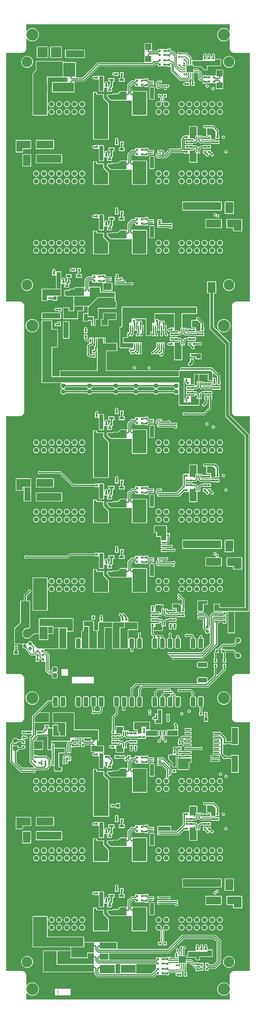
<source format=gtl>
G04*
G04 #@! TF.GenerationSoftware,Altium Limited,Altium Designer,22.4.2 (48)*
G04*
G04 Layer_Physical_Order=1*
G04 Layer_Color=255*
%FSAX44Y44*%
%MOMM*%
G71*
G04*
G04 #@! TF.SameCoordinates,DBCC749B-C238-474B-BC69-C92A193A0D89*
G04*
G04*
G04 #@! TF.FilePolarity,Positive*
G04*
G01*
G75*
%ADD16R,2.6000X3.6000*%
%ADD17R,0.8000X0.8000*%
%ADD18R,0.8000X0.8000*%
%ADD19R,2.5000X2.0000*%
%ADD20R,1.6000X1.0000*%
%ADD21R,1.6000X0.8000*%
G04:AMPARAMS|DCode=22|XSize=3.2mm|YSize=1.6mm|CornerRadius=0.4mm|HoleSize=0mm|Usage=FLASHONLY|Rotation=270.000|XOffset=0mm|YOffset=0mm|HoleType=Round|Shape=RoundedRectangle|*
%AMROUNDEDRECTD22*
21,1,3.2000,0.8000,0,0,270.0*
21,1,2.4000,1.6000,0,0,270.0*
1,1,0.8000,-0.4000,-1.2000*
1,1,0.8000,-0.4000,1.2000*
1,1,0.8000,0.4000,1.2000*
1,1,0.8000,0.4000,-1.2000*
%
%ADD22ROUNDEDRECTD22*%
G04:AMPARAMS|DCode=23|XSize=3.2mm|YSize=1.6mm|CornerRadius=0.4mm|HoleSize=0mm|Usage=FLASHONLY|Rotation=0.000|XOffset=0mm|YOffset=0mm|HoleType=Round|Shape=RoundedRectangle|*
%AMROUNDEDRECTD23*
21,1,3.2000,0.8000,0,0,0.0*
21,1,2.4000,1.6000,0,0,0.0*
1,1,0.8000,1.2000,-0.4000*
1,1,0.8000,-1.2000,-0.4000*
1,1,0.8000,-1.2000,0.4000*
1,1,0.8000,1.2000,0.4000*
%
%ADD23ROUNDEDRECTD23*%
%ADD24R,0.4500X1.5000*%
%ADD25R,0.9500X0.8000*%
%ADD26R,1.5000X2.8000*%
%ADD27R,0.8000X1.4000*%
%ADD28R,1.4000X0.8000*%
%ADD29R,0.9900X0.3400*%
%ADD30R,0.3400X0.9900*%
%ADD31R,0.8000X0.9500*%
%ADD32R,2.3000X1.5000*%
%ADD33R,1.5000X2.3000*%
%ADD34R,1.2000X0.6000*%
%ADD35R,2.0000X2.5000*%
%ADD36R,1.0000X1.3000*%
%ADD37R,0.4000X1.1000*%
%ADD38R,0.6000X1.5500*%
%ADD39R,1.9000X0.6000*%
%ADD40R,2.0000X5.5000*%
%ADD41R,1.3000X1.0000*%
%ADD42R,1.7000X1.2500*%
%ADD43R,5.0000X3.4000*%
G04:AMPARAMS|DCode=44|XSize=1.5mm|YSize=0.45mm|CornerRadius=0.1125mm|HoleSize=0mm|Usage=FLASHONLY|Rotation=270.000|XOffset=0mm|YOffset=0mm|HoleType=Round|Shape=RoundedRectangle|*
%AMROUNDEDRECTD44*
21,1,1.5000,0.2250,0,0,270.0*
21,1,1.2750,0.4500,0,0,270.0*
1,1,0.2250,-0.1125,-0.6375*
1,1,0.2250,-0.1125,0.6375*
1,1,0.2250,0.1125,0.6375*
1,1,0.2250,0.1125,-0.6375*
%
%ADD44ROUNDEDRECTD44*%
%ADD45R,0.6000X1.2000*%
%ADD46R,1.0000X1.6000*%
%ADD47R,1.5500X0.6000*%
%ADD48R,0.4500X1.1500*%
%ADD49R,1.1000X0.4000*%
%ADD51R,2.1600X2.1600*%
%ADD53C,1.1000*%
%ADD54C,1.5000*%
%ADD55R,1.5000X1.5000*%
%ADD56R,1.5000X1.5000*%
%ADD57C,3.0000*%
%ADD58C,1.2000*%
G04:AMPARAMS|DCode=59|XSize=1.5mm|YSize=1.5mm|CornerRadius=0.375mm|HoleSize=0mm|Usage=FLASHONLY|Rotation=270.000|XOffset=0mm|YOffset=0mm|HoleType=Round|Shape=RoundedRectangle|*
%AMROUNDEDRECTD59*
21,1,1.5000,0.7500,0,0,270.0*
21,1,0.7500,1.5000,0,0,270.0*
1,1,0.7500,-0.3750,-0.3750*
1,1,0.7500,-0.3750,0.3750*
1,1,0.7500,0.3750,0.3750*
1,1,0.7500,0.3750,-0.3750*
%
%ADD59ROUNDEDRECTD59*%
%ADD60C,1.6000*%
%ADD61C,3.5000*%
%ADD62C,4.0000*%
%ADD63C,0.3500*%
%ADD64C,0.4000*%
%ADD65C,0.5000*%
%ADD66C,0.3000*%
%ADD67C,0.2500*%
%ADD68C,0.8000*%
%ADD69C,0.6500*%
G36*
X00747902Y03218581D02*
X00745902Y03217865D01*
X00743632Y03220632D01*
X00740282Y03223381D01*
X00736460Y03225424D01*
X00732313Y03226682D01*
X00728000Y03227106D01*
X00723687Y03226682D01*
X00719540Y03225424D01*
X00715718Y03223381D01*
X00712368Y03220632D01*
X00709619Y03217282D01*
X00707576Y03213460D01*
X00706318Y03209313D01*
X00705894Y03205000D01*
X00706318Y03200687D01*
X00707576Y03196540D01*
X00709619Y03192718D01*
X00712368Y03189368D01*
X00715718Y03186619D01*
X00719540Y03184576D01*
X00723687Y03183318D01*
X00728000Y03182894D01*
X00732313Y03183318D01*
X00736460Y03184576D01*
X00740282Y03186619D01*
X00743632Y03189368D01*
X00745902Y03192135D01*
X00747902Y03191419D01*
Y03160000D01*
X00747927Y03159875D01*
X00747908Y03159750D01*
X00747956Y03158770D01*
X00748048Y03158403D01*
Y03158025D01*
X00748431Y03156103D01*
X00748623Y03155639D01*
X00748721Y03155146D01*
X00749471Y03153335D01*
X00749750Y03152917D01*
X00749942Y03152454D01*
X00751031Y03150824D01*
X00751386Y03150469D01*
X00751665Y03150051D01*
X00753051Y03148665D01*
X00753469Y03148386D01*
X00753824Y03148031D01*
X00755454Y03146942D01*
X00755918Y03146750D01*
X00756335Y03146471D01*
X00758146Y03145721D01*
X00758639Y03145623D01*
X00759103Y03145431D01*
X00761025Y03145048D01*
X00761403D01*
X00761770Y03144956D01*
X00762750Y03144908D01*
X00762876Y03144927D01*
X00763000Y03144902D01*
X00814902D01*
Y02320098D01*
X00770000D01*
X00769875Y02320073D01*
X00769750Y02320092D01*
X00768770Y02320043D01*
X00768403Y02319952D01*
X00768025D01*
X00766103Y02319569D01*
X00765639Y02319377D01*
X00765146Y02319279D01*
X00763335Y02318529D01*
X00762918Y02318250D01*
X00762454Y02318058D01*
X00760824Y02316969D01*
X00760469Y02316614D01*
X00760051Y02316335D01*
X00758665Y02314949D01*
X00758386Y02314531D01*
X00758031Y02314176D01*
X00756942Y02312546D01*
X00756750Y02312082D01*
X00756471Y02311665D01*
X00755721Y02309854D01*
X00755623Y02309361D01*
X00755431Y02308897D01*
X00755048Y02306975D01*
Y02306597D01*
X00754957Y02306230D01*
X00754908Y02305250D01*
X00754927Y02305125D01*
X00754902Y02305000D01*
Y01955000D01*
X00754927Y01954875D01*
X00754908Y01954750D01*
X00754957Y01953770D01*
X00755048Y01953403D01*
Y01953025D01*
X00755431Y01951103D01*
X00755623Y01950639D01*
X00755721Y01950146D01*
X00756471Y01948335D01*
X00756750Y01947918D01*
X00756942Y01947454D01*
X00758031Y01945824D01*
X00758386Y01945469D01*
X00758665Y01945051D01*
X00760051Y01943665D01*
X00760469Y01943386D01*
X00760824Y01943031D01*
X00762454Y01941942D01*
X00762918Y01941750D01*
X00763335Y01941471D01*
X00765146Y01940721D01*
X00765639Y01940623D01*
X00766103Y01940431D01*
X00768025Y01940048D01*
X00768403D01*
X00768770Y01939957D01*
X00769750Y01939908D01*
X00769875Y01939927D01*
X00770000Y01939902D01*
X00814902D01*
X00814902Y01300000D01*
X00814902Y01085098D01*
X00770000D01*
X00769875Y01085073D01*
X00769750Y01085092D01*
X00768770Y01085043D01*
X00768403Y01084952D01*
X00768025D01*
X00766103Y01084569D01*
X00765639Y01084377D01*
X00765146Y01084279D01*
X00763335Y01083529D01*
X00762918Y01083250D01*
X00762454Y01083058D01*
X00760824Y01081969D01*
X00760469Y01081614D01*
X00760051Y01081335D01*
X00758665Y01079949D01*
X00758386Y01079531D01*
X00758031Y01079176D01*
X00756942Y01077546D01*
X00756750Y01077082D01*
X00756471Y01076665D01*
X00755721Y01074854D01*
X00755623Y01074361D01*
X00755431Y01073897D01*
X00755048Y01071975D01*
Y01071597D01*
X00754957Y01071230D01*
X00754908Y01070250D01*
X00754927Y01070125D01*
X00754902Y01070000D01*
Y00940000D01*
X00754927Y00939875D01*
X00754908Y00939750D01*
X00754957Y00938770D01*
X00755048Y00938403D01*
Y00938025D01*
X00755431Y00936103D01*
X00755623Y00935639D01*
X00755721Y00935146D01*
X00756471Y00933335D01*
X00756750Y00932918D01*
X00756942Y00932454D01*
X00758031Y00930824D01*
X00758386Y00930469D01*
X00758665Y00930051D01*
X00760051Y00928665D01*
X00760469Y00928386D01*
X00760824Y00928031D01*
X00762454Y00926942D01*
X00762918Y00926750D01*
X00763335Y00926471D01*
X00765146Y00925721D01*
X00765639Y00925623D01*
X00766103Y00925431D01*
X00768025Y00925048D01*
X00768403D01*
X00768770Y00924956D01*
X00769750Y00924908D01*
X00769875Y00924927D01*
X00770000Y00924902D01*
X00814902D01*
Y00100098D01*
X00763000Y00100098D01*
X00762875Y00100073D01*
X00762750Y00100092D01*
X00761770Y00100043D01*
X00761403Y00099952D01*
X00761025D01*
X00759103Y00099569D01*
X00758639Y00099377D01*
X00758146Y00099279D01*
X00756335Y00098529D01*
X00755918Y00098250D01*
X00755454Y00098058D01*
X00753824Y00096969D01*
X00753469Y00096614D01*
X00753051Y00096335D01*
X00751665Y00094949D01*
X00751386Y00094531D01*
X00751031Y00094176D01*
X00749942Y00092546D01*
X00749750Y00092082D01*
X00749471Y00091665D01*
X00748721Y00089854D01*
X00748623Y00089361D01*
X00748431Y00088897D01*
X00748048Y00086975D01*
Y00086597D01*
X00747956Y00086230D01*
X00747908Y00085250D01*
X00747927Y00085125D01*
X00747902Y00085000D01*
Y00053581D01*
X00745902Y00052865D01*
X00743632Y00055632D01*
X00740282Y00058381D01*
X00736460Y00060424D01*
X00732313Y00061682D01*
X00728000Y00062106D01*
X00723687Y00061682D01*
X00719540Y00060424D01*
X00715718Y00058381D01*
X00712368Y00055632D01*
X00709619Y00052282D01*
X00707576Y00048460D01*
X00706318Y00044313D01*
X00705894Y00040000D01*
X00706318Y00035687D01*
X00707576Y00031540D01*
X00709619Y00027718D01*
X00712368Y00024368D01*
X00715718Y00021619D01*
X00719540Y00019576D01*
X00723687Y00018318D01*
X00728000Y00017894D01*
X00732313Y00018318D01*
X00736460Y00019576D01*
X00740282Y00021619D01*
X00743632Y00024368D01*
X00745902Y00027135D01*
X00747902Y00026419D01*
Y00005098D01*
X00072098D01*
Y00026419D01*
X00074098Y00027135D01*
X00076368Y00024368D01*
X00079718Y00021619D01*
X00083540Y00019576D01*
X00087687Y00018318D01*
X00092000Y00017894D01*
X00096313Y00018318D01*
X00100460Y00019576D01*
X00104282Y00021619D01*
X00107632Y00024368D01*
X00110381Y00027718D01*
X00112424Y00031540D01*
X00113682Y00035687D01*
X00114106Y00040000D01*
X00113682Y00044313D01*
X00112424Y00048460D01*
X00110381Y00052282D01*
X00107632Y00055632D01*
X00104282Y00058381D01*
X00100460Y00060424D01*
X00096313Y00061682D01*
X00092000Y00062106D01*
X00087687Y00061682D01*
X00083540Y00060424D01*
X00079718Y00058381D01*
X00076368Y00055632D01*
X00074098Y00052865D01*
X00072098Y00053581D01*
Y00085000D01*
X00072073Y00085125D01*
X00072092Y00085250D01*
X00072043Y00086230D01*
X00071952Y00086597D01*
Y00086975D01*
X00071569Y00088897D01*
X00071377Y00089361D01*
X00071279Y00089854D01*
X00070529Y00091665D01*
X00070250Y00092082D01*
X00070058Y00092546D01*
X00068969Y00094176D01*
X00068614Y00094531D01*
X00068335Y00094949D01*
X00066949Y00096335D01*
X00066531Y00096614D01*
X00066176Y00096969D01*
X00064546Y00098058D01*
X00064082Y00098250D01*
X00063665Y00098529D01*
X00061854Y00099279D01*
X00061361Y00099377D01*
X00060897Y00099569D01*
X00058975Y00099952D01*
X00058597D01*
X00058230Y00100043D01*
X00057250Y00100092D01*
X00057125Y00100073D01*
X00057000Y00100098D01*
X00005098Y00100098D01*
Y00924902D01*
X00050000D01*
X00050125Y00924927D01*
X00050250Y00924908D01*
X00051230Y00924956D01*
X00051597Y00925048D01*
X00051975D01*
X00053897Y00925431D01*
X00054361Y00925623D01*
X00054854Y00925721D01*
X00056665Y00926471D01*
X00057082Y00926750D01*
X00057546Y00926942D01*
X00059176Y00928031D01*
X00059531Y00928386D01*
X00059949Y00928665D01*
X00061335Y00930051D01*
X00061614Y00930469D01*
X00061969Y00930824D01*
X00063058Y00932454D01*
X00063250Y00932918D01*
X00063529Y00933335D01*
X00064279Y00935146D01*
X00064377Y00935639D01*
X00064569Y00936103D01*
X00064952Y00938025D01*
Y00938403D01*
X00065044Y00938770D01*
X00065092Y00939750D01*
X00065073Y00939875D01*
X00065098Y00940000D01*
Y01070000D01*
X00065073Y01070125D01*
X00065092Y01070250D01*
X00065044Y01071230D01*
X00064952Y01071597D01*
Y01071975D01*
X00064569Y01073897D01*
X00064377Y01074361D01*
X00064279Y01074854D01*
X00063529Y01076665D01*
X00063250Y01077082D01*
X00063058Y01077546D01*
X00061969Y01079176D01*
X00061614Y01079531D01*
X00061335Y01079949D01*
X00059949Y01081335D01*
X00059531Y01081614D01*
X00059176Y01081969D01*
X00057546Y01083058D01*
X00057082Y01083250D01*
X00056665Y01083529D01*
X00054854Y01084279D01*
X00054361Y01084377D01*
X00053897Y01084569D01*
X00051975Y01084952D01*
X00051597D01*
X00051230Y01085043D01*
X00050250Y01085092D01*
X00050125Y01085073D01*
X00050000Y01085098D01*
X00005098D01*
Y01300000D01*
X00005098Y01939902D01*
X00050000D01*
X00050125Y01939927D01*
X00050250Y01939908D01*
X00051230Y01939957D01*
X00051597Y01940048D01*
X00051975D01*
X00053897Y01940431D01*
X00054361Y01940623D01*
X00054854Y01940721D01*
X00056665Y01941471D01*
X00057082Y01941750D01*
X00057546Y01941942D01*
X00059176Y01943031D01*
X00059531Y01943386D01*
X00059949Y01943665D01*
X00061335Y01945051D01*
X00061614Y01945469D01*
X00061969Y01945824D01*
X00063058Y01947454D01*
X00063250Y01947918D01*
X00063529Y01948335D01*
X00064279Y01950146D01*
X00064377Y01950639D01*
X00064569Y01951103D01*
X00064952Y01953025D01*
Y01953403D01*
X00065044Y01953770D01*
X00065092Y01954750D01*
X00065073Y01954875D01*
X00065098Y01955000D01*
X00065098Y02305000D01*
X00065073Y02305125D01*
X00065092Y02305250D01*
X00065044Y02306230D01*
X00064952Y02306597D01*
Y02306975D01*
X00064569Y02308897D01*
X00064377Y02309361D01*
X00064279Y02309854D01*
X00063529Y02311665D01*
X00063250Y02312082D01*
X00063058Y02312546D01*
X00061969Y02314176D01*
X00061614Y02314531D01*
X00061335Y02314949D01*
X00059949Y02316335D01*
X00059531Y02316614D01*
X00059176Y02316969D01*
X00057546Y02318058D01*
X00057082Y02318250D01*
X00056665Y02318529D01*
X00054854Y02319279D01*
X00054361Y02319377D01*
X00053897Y02319569D01*
X00051975Y02319952D01*
X00051597D01*
X00051230Y02320043D01*
X00050250Y02320092D01*
X00050125Y02320073D01*
X00050000Y02320098D01*
X00005098D01*
Y03144902D01*
X00057000D01*
X00057125Y03144927D01*
X00057250Y03144908D01*
X00058230Y03144956D01*
X00058597Y03145048D01*
X00058975D01*
X00060897Y03145431D01*
X00061361Y03145623D01*
X00061854Y03145721D01*
X00063665Y03146471D01*
X00064082Y03146750D01*
X00064546Y03146942D01*
X00066176Y03148031D01*
X00066531Y03148386D01*
X00066949Y03148665D01*
X00068335Y03150051D01*
X00068614Y03150469D01*
X00068969Y03150824D01*
X00070058Y03152454D01*
X00070250Y03152917D01*
X00070529Y03153335D01*
X00071279Y03155146D01*
X00071377Y03155639D01*
X00071569Y03156103D01*
X00071952Y03158025D01*
Y03158403D01*
X00072043Y03158770D01*
X00072092Y03159750D01*
X00072073Y03159875D01*
X00072098Y03160000D01*
Y03191419D01*
X00074098Y03192135D01*
X00076368Y03189368D01*
X00079718Y03186619D01*
X00083540Y03184576D01*
X00087687Y03183318D01*
X00092000Y03182894D01*
X00096313Y03183318D01*
X00100460Y03184576D01*
X00104282Y03186619D01*
X00107632Y03189368D01*
X00110381Y03192718D01*
X00112424Y03196540D01*
X00113682Y03200687D01*
X00114106Y03205000D01*
X00113682Y03209313D01*
X00112424Y03213460D01*
X00110381Y03217282D01*
X00107632Y03220632D01*
X00104282Y03223381D01*
X00100460Y03225424D01*
X00096313Y03226682D01*
X00092000Y03227106D01*
X00087687Y03226682D01*
X00083540Y03225424D01*
X00079718Y03223381D01*
X00076368Y03220632D01*
X00074098Y03217865D01*
X00072098Y03218581D01*
Y03239902D01*
X00747902D01*
Y03218581D01*
D02*
G37*
%LPC*%
G36*
X00265000Y03155039D02*
X00203000D01*
X00202220Y03154884D01*
X00201558Y03154442D01*
X00201116Y03153781D01*
X00200961Y03153000D01*
Y03130000D01*
X00201116Y03129220D01*
X00201558Y03128558D01*
X00202220Y03128116D01*
X00203000Y03127961D01*
X00265000D01*
X00265780Y03128116D01*
X00266442Y03128558D01*
X00266884Y03129220D01*
X00267039Y03130000D01*
Y03153000D01*
X00266884Y03153781D01*
X00266442Y03154442D01*
X00265780Y03154884D01*
X00265000Y03155039D01*
D02*
G37*
G36*
X00188000Y03166039D02*
X00154000D01*
X00153220Y03165884D01*
X00152558Y03165442D01*
X00152116Y03164780D01*
X00151961Y03164000D01*
Y03130000D01*
X00152116Y03129220D01*
X00152558Y03128558D01*
X00153220Y03128116D01*
X00154000Y03127961D01*
X00188000D01*
X00188780Y03128116D01*
X00189442Y03128558D01*
X00189884Y03129220D01*
X00190039Y03130000D01*
Y03164000D01*
X00189884Y03164780D01*
X00189442Y03165442D01*
X00188780Y03165884D01*
X00188000Y03166039D01*
D02*
G37*
G36*
X00143000D02*
X00109000D01*
X00108220Y03165884D01*
X00107558Y03165442D01*
X00107116Y03164780D01*
X00106961Y03164000D01*
Y03130000D01*
X00107116Y03129220D01*
X00107558Y03128558D01*
X00108220Y03128116D01*
X00109000Y03127961D01*
X00143000D01*
X00143780Y03128116D01*
X00144442Y03128558D01*
X00144884Y03129220D01*
X00145039Y03130000D01*
Y03164000D01*
X00144884Y03164780D01*
X00144442Y03165442D01*
X00143780Y03165884D01*
X00143000Y03166039D01*
D02*
G37*
G36*
X00487000Y03177039D02*
X00467000D01*
X00466220Y03176884D01*
X00465558Y03176442D01*
X00465116Y03175780D01*
X00464961Y03175000D01*
Y03156984D01*
X00464961Y03155898D01*
X00465000Y03155000D01*
X00465000Y03155000D01*
X00465000Y03135197D01*
X00464961Y03135000D01*
Y03115000D01*
X00463820Y03113319D01*
X00463473Y03113078D01*
X00310000D01*
X00310000Y03113078D01*
X00308439Y03112768D01*
X00307116Y03111884D01*
X00307116Y03111884D01*
X00258311Y03063078D01*
X00237675D01*
X00237450Y03063349D01*
X00236790Y03065078D01*
X00236884Y03065220D01*
X00237039Y03066000D01*
Y03112000D01*
X00236884Y03112780D01*
X00236442Y03113442D01*
X00235780Y03113884D01*
X00235000Y03114039D01*
X00195039D01*
Y03116000D01*
X00194884Y03116780D01*
X00194442Y03117442D01*
X00193780Y03117884D01*
X00193000Y03118039D01*
X00106000D01*
X00105220Y03117884D01*
X00104558Y03117442D01*
X00104116Y03116780D01*
X00103961Y03116000D01*
Y03087845D01*
X00093558Y03077442D01*
X00093116Y03076780D01*
X00092961Y03076000D01*
Y02939000D01*
X00093116Y02938220D01*
X00093558Y02937558D01*
X00094220Y02937116D01*
X00095000Y02936961D01*
X00141000D01*
X00141780Y02937116D01*
X00142442Y02937558D01*
X00142884Y02938220D01*
X00143039Y02939000D01*
Y03063961D01*
X00193000D01*
X00193780Y03064116D01*
X00194020Y03064276D01*
X00194259Y03064116D01*
X00195039Y03063961D01*
X00209000D01*
X00209000Y03048039D01*
X00160000D01*
X00159220Y03047884D01*
X00158558Y03047442D01*
X00158116Y03046780D01*
X00157961Y03046000D01*
Y03016000D01*
X00158116Y03015220D01*
X00158558Y03014558D01*
X00159220Y03014116D01*
X00160000Y03013961D01*
X00230000D01*
X00230780Y03014116D01*
X00231442Y03014558D01*
X00231884Y03015220D01*
X00232039Y03016000D01*
Y03046000D01*
X00231884Y03046780D01*
X00231790Y03046922D01*
X00232450Y03048651D01*
X00232675Y03048922D01*
X00263000D01*
X00263000Y03048922D01*
X00264561Y03049232D01*
X00265884Y03050116D01*
X00314689Y03098922D01*
X00492000D01*
X00492000Y03098922D01*
X00493561Y03099232D01*
X00494884Y03100116D01*
X00500689Y03105922D01*
X00508311D01*
X00508755Y03105477D01*
Y03099998D01*
X00519001D01*
X00520755Y03099998D01*
X00522746Y03100000D01*
X00523255D01*
X00525255Y03099998D01*
X00526999Y03099998D01*
X00537255D01*
Y03101919D01*
X00540000D01*
Y03098750D01*
X00552000D01*
X00552431Y03096929D01*
Y03084000D01*
X00552703Y03082634D01*
X00553477Y03081477D01*
X00582477Y03052477D01*
X00583634Y03051703D01*
X00585000Y03051431D01*
X00610000D01*
X00611366Y03051703D01*
X00612523Y03052477D01*
X00619181Y03059135D01*
X00621181Y03058306D01*
Y03054734D01*
X00620055Y03053048D01*
X00619647Y03051000D01*
X00619846Y03050000D01*
X00619250Y03048000D01*
X00619250D01*
Y03036000D01*
X00631250D01*
Y03048000D01*
X00631250D01*
X00630154Y03050000D01*
X00630353Y03051000D01*
X00629945Y03053048D01*
X00628785Y03054785D01*
X00628318Y03055097D01*
Y03066450D01*
X00628450D01*
Y03078550D01*
X00638403D01*
X00642431Y03074522D01*
Y03060000D01*
X00642703Y03058634D01*
X00643477Y03057477D01*
X00648477Y03052477D01*
X00649634Y03051703D01*
X00651000Y03051431D01*
X00656272D01*
X00658000Y03049703D01*
Y03042750D01*
X00670000D01*
Y03044922D01*
X00672750D01*
Y03044000D01*
X00683000D01*
X00685000Y03044000D01*
X00686750Y03044000D01*
X00689000Y03044000D01*
X00691000Y03044000D01*
X00701250D01*
X00701961Y03042294D01*
Y03027000D01*
X00702116Y03026219D01*
X00702558Y03025558D01*
X00703220Y03025116D01*
X00704000Y03024961D01*
X00724000D01*
X00724780Y03025116D01*
X00725442Y03025558D01*
X00725884Y03026219D01*
X00726039Y03027000D01*
Y03047000D01*
X00726000Y03047197D01*
Y03066803D01*
X00726039Y03067000D01*
Y03087000D01*
X00725884Y03087780D01*
X00725442Y03088442D01*
X00724780Y03088884D01*
X00724000Y03089039D01*
X00704000D01*
X00703220Y03088884D01*
X00702558Y03088442D01*
X00702116Y03087780D01*
X00701961Y03087000D01*
Y03071706D01*
X00701245Y03070003D01*
X00690999D01*
X00689245Y03070003D01*
X00687253Y03070000D01*
X00686745Y03070000D01*
X00684745Y03070003D01*
X00683001Y03070003D01*
X00672745D01*
Y03068081D01*
X00670000D01*
Y03071250D01*
X00658000D01*
Y03064297D01*
X00657272Y03063569D01*
X00655478D01*
X00654569Y03064478D01*
Y03079000D01*
X00654297Y03080366D01*
X00653523Y03081523D01*
X00643773Y03091273D01*
X00642616Y03092047D01*
X00641250Y03092319D01*
X00640550D01*
Y03092450D01*
X00626650D01*
Y03080350D01*
X00603350D01*
Y03091550D01*
Y03103650D01*
X00622169D01*
X00622220Y03103616D01*
X00623000Y03103461D01*
X00626461D01*
Y03100000D01*
X00626616Y03099220D01*
X00626650Y03099169D01*
Y03098050D01*
X00628051D01*
X00628500Y03097961D01*
X00652155D01*
X00659750Y03090366D01*
Y03090000D01*
X00660116D01*
X00662558Y03087558D01*
X00662558Y03087558D01*
X00663220Y03087116D01*
X00664000Y03086961D01*
X00672000D01*
X00672780Y03087116D01*
X00673442Y03087558D01*
X00673884Y03088220D01*
X00674039Y03089000D01*
Y03100961D01*
X00698000D01*
X00717000Y03100961D01*
X00717780Y03101116D01*
X00718442Y03101558D01*
X00718884Y03102220D01*
X00719039Y03103000D01*
Y03123000D01*
X00718884Y03123781D01*
X00718442Y03124442D01*
X00717780Y03124884D01*
X00717000Y03125039D01*
X00699000D01*
X00699000Y03125039D01*
Y03133250D01*
X00698303D01*
X00697477Y03135250D01*
X00697945Y03135952D01*
X00698353Y03138000D01*
X00697945Y03140049D01*
X00696785Y03141785D01*
X00695048Y03142945D01*
X00693000Y03143353D01*
X00690952Y03142945D01*
X00689215Y03141785D01*
X00688055Y03140049D01*
X00687647Y03138000D01*
X00688055Y03135952D01*
X00688523Y03135250D01*
X00687697Y03133250D01*
X00687000D01*
Y03123193D01*
X00686287Y03122645D01*
X00685000Y03123439D01*
Y03133250D01*
X00684303D01*
X00683476Y03135250D01*
X00683945Y03135952D01*
X00684353Y03138000D01*
X00683945Y03140049D01*
X00682785Y03141785D01*
X00681048Y03142945D01*
X00679000Y03143353D01*
X00676952Y03142945D01*
X00675215Y03141785D01*
X00674055Y03140049D01*
X00673647Y03138000D01*
X00674055Y03135952D01*
X00674523Y03135250D01*
X00673697Y03133250D01*
X00673000D01*
Y03123248D01*
X00672014Y03122457D01*
X00672000Y03122453D01*
X00671985Y03122457D01*
X00671000Y03123248D01*
Y03133250D01*
X00670303D01*
X00669477Y03135250D01*
X00669945Y03135952D01*
X00670353Y03138000D01*
X00669945Y03140049D01*
X00668785Y03141785D01*
X00667048Y03142945D01*
X00665000Y03143353D01*
X00662952Y03142945D01*
X00661215Y03141785D01*
X00660055Y03140049D01*
X00659647Y03138000D01*
X00660055Y03135952D01*
X00660523Y03135250D01*
X00659697Y03133250D01*
X00659000D01*
Y03122039D01*
X00659000Y03121250D01*
X00657502Y03120039D01*
X00623000D01*
X00621818Y03121838D01*
Y03127750D01*
X00621547Y03129116D01*
X00620773Y03130273D01*
X00606523Y03144523D01*
X00605366Y03145297D01*
X00604000Y03145569D01*
X00582930D01*
X00582785Y03145785D01*
X00581048Y03146945D01*
X00579000Y03147353D01*
X00576952Y03146945D01*
X00575215Y03145785D01*
X00574055Y03144048D01*
X00573647Y03142000D01*
X00573839Y03141036D01*
X00571996Y03140051D01*
X00562523Y03149523D01*
X00561366Y03150297D01*
X00560000Y03150569D01*
X00553728D01*
X00552000Y03152297D01*
Y03159250D01*
X00540000D01*
Y03156078D01*
X00537250D01*
Y03158000D01*
X00527000D01*
X00525000Y03158000D01*
X00523250Y03158000D01*
X00520750D01*
X00519000Y03158000D01*
X00508750D01*
Y03152518D01*
X00508311Y03152079D01*
X00489675D01*
X00489450Y03152349D01*
X00488789Y03154078D01*
X00488884Y03154220D01*
X00489039Y03155000D01*
Y03175000D01*
X00488884Y03175780D01*
X00488442Y03176442D01*
X00487780Y03176884D01*
X00487000Y03177039D01*
D02*
G37*
G36*
X00745000Y03134594D02*
X00741177Y03134218D01*
X00737502Y03133103D01*
X00734114Y03131292D01*
X00731145Y03128855D01*
X00728708Y03125886D01*
X00726897Y03122498D01*
X00725782Y03118823D01*
X00725406Y03115000D01*
X00725782Y03111177D01*
X00726897Y03107502D01*
X00728708Y03104114D01*
X00731145Y03101145D01*
X00734114Y03098708D01*
X00737502Y03096897D01*
X00741177Y03095782D01*
X00745000Y03095406D01*
X00748823Y03095782D01*
X00752498Y03096897D01*
X00755886Y03098708D01*
X00758855Y03101145D01*
X00761292Y03104114D01*
X00763103Y03107502D01*
X00764218Y03111177D01*
X00764594Y03115000D01*
X00764218Y03118823D01*
X00763103Y03122498D01*
X00761292Y03125886D01*
X00758855Y03128855D01*
X00755886Y03131292D01*
X00752498Y03133103D01*
X00748823Y03134218D01*
X00745000Y03134594D01*
D02*
G37*
G36*
X00075000D02*
X00071177Y03134218D01*
X00067502Y03133103D01*
X00064114Y03131292D01*
X00061145Y03128855D01*
X00058708Y03125886D01*
X00056897Y03122498D01*
X00055782Y03118823D01*
X00055406Y03115000D01*
X00055782Y03111177D01*
X00056897Y03107502D01*
X00058708Y03104114D01*
X00061145Y03101145D01*
X00064114Y03098708D01*
X00067502Y03096897D01*
X00071177Y03095782D01*
X00075000Y03095406D01*
X00078823Y03095782D01*
X00082498Y03096897D01*
X00085886Y03098708D01*
X00088855Y03101145D01*
X00091292Y03104114D01*
X00093103Y03107502D01*
X00094218Y03111177D01*
X00094594Y03115000D01*
X00094218Y03118823D01*
X00093103Y03122498D01*
X00091292Y03125886D01*
X00088855Y03128855D01*
X00085886Y03131292D01*
X00082498Y03133103D01*
X00078823Y03134218D01*
X00075000Y03134594D01*
D02*
G37*
G36*
X00366750Y03081000D02*
X00365140Y03080058D01*
X00364750Y03079851D01*
X00363072Y03080185D01*
X00361023Y03079778D01*
X00359287Y03078617D01*
X00358126Y03076881D01*
X00357719Y03074832D01*
X00358126Y03072784D01*
X00359287Y03071047D01*
X00361023Y03069887D01*
X00363072Y03069480D01*
X00364750Y03069814D01*
X00366750Y03069000D01*
Y03069000D01*
X00378750D01*
Y03081000D01*
X00366750D01*
Y03081000D01*
D02*
G37*
G36*
X00328000Y03069039D02*
X00315000D01*
X00314220Y03068884D01*
X00313750Y03068570D01*
X00311750Y03069000D01*
X00311526Y03069000D01*
X00299750D01*
Y03069000D01*
X00298140Y03068058D01*
X00297750Y03067851D01*
X00296072Y03068185D01*
X00294023Y03067778D01*
X00292287Y03066617D01*
X00291126Y03064881D01*
X00290719Y03062832D01*
X00291126Y03060784D01*
X00292287Y03059048D01*
X00294023Y03057887D01*
X00296072Y03057480D01*
X00297750Y03057813D01*
X00299750Y03057000D01*
Y03057000D01*
X00310961D01*
X00311750Y03057000D01*
X00312961Y03055501D01*
Y03018000D01*
X00313116Y03017220D01*
X00313500Y03016645D01*
Y03016500D01*
X00313645D01*
X00314220Y03016116D01*
X00315000Y03015961D01*
X00328000D01*
X00328780Y03016116D01*
X00329355Y03016500D01*
X00329500D01*
Y03016645D01*
X00329884Y03017220D01*
X00330039Y03018000D01*
Y03028302D01*
X00331750Y03029000D01*
X00332039Y03029000D01*
X00341874D01*
X00342716Y03027869D01*
X00342942Y03027000D01*
X00342608Y03026500D01*
X00340500D01*
Y03016500D01*
X00356500D01*
Y03026500D01*
X00356210D01*
X00355141Y03028500D01*
X00355475Y03029000D01*
X00360250D01*
Y03041000D01*
X00359588D01*
Y03049000D01*
X00365000D01*
Y03061000D01*
X00345000D01*
Y03049000D01*
X00350412D01*
Y03041000D01*
X00348250D01*
Y03034768D01*
X00345750Y03032268D01*
X00345182Y03032321D01*
X00343750Y03032941D01*
Y03041000D01*
X00343544D01*
X00342696Y03042950D01*
X00342705Y03043000D01*
X00343103Y03045000D01*
X00342695Y03047048D01*
X00341535Y03048785D01*
X00339799Y03049945D01*
X00337750Y03050353D01*
X00335702Y03049945D01*
X00333965Y03048785D01*
X00332805Y03047048D01*
X00332397Y03045000D01*
X00332795Y03043000D01*
X00332804Y03042950D01*
X00331957Y03041000D01*
X00331750Y03041000D01*
X00330039Y03041698D01*
Y03067000D01*
X00329884Y03067780D01*
X00329442Y03068442D01*
X00328780Y03068884D01*
X00328250Y03068989D01*
Y03069000D01*
X00328197D01*
X00328000Y03069039D01*
D02*
G37*
G36*
X00477000Y03060250D02*
X00465000D01*
Y03058328D01*
X00462251D01*
Y03058997D01*
X00452000D01*
X00450000Y03059000D01*
X00448252Y03059000D01*
X00446000Y03059000D01*
X00444009Y03058997D01*
X00433751D01*
Y03052828D01*
X00421750D01*
X00420189Y03052518D01*
X00418866Y03051634D01*
X00418866Y03051634D01*
X00409116Y03041884D01*
X00408232Y03040561D01*
X00407922Y03039000D01*
X00407922Y03039000D01*
Y03018676D01*
X00407651Y03018450D01*
X00405922Y03017790D01*
X00405780Y03017884D01*
X00405000Y03018039D01*
X00385000D01*
X00385000Y03018039D01*
X00384220Y03017884D01*
X00383558Y03017442D01*
X00383558Y03017442D01*
X00376155Y03010039D01*
X00360000D01*
X00359220Y03009884D01*
X00359019Y03009750D01*
X00359000D01*
Y03009737D01*
X00358558Y03009442D01*
X00357155Y03008039D01*
X00342000D01*
X00341220Y03007884D01*
X00340645Y03007500D01*
X00340500D01*
Y03007355D01*
X00340116Y03006780D01*
X00339961Y03006000D01*
Y03000000D01*
X00340116Y02999220D01*
X00340500Y02998645D01*
Y02997500D01*
X00341616D01*
X00351558Y02987558D01*
X00352220Y02987116D01*
X00353000Y02986961D01*
X00405000D01*
X00405197Y02987000D01*
X00422961D01*
Y02939000D01*
X00423116Y02938220D01*
X00423558Y02937558D01*
X00424220Y02937116D01*
X00425000Y02936961D01*
X00471000D01*
X00471780Y02937116D01*
X00472442Y02937558D01*
X00472884Y02938220D01*
X00473039Y02939000D01*
Y03016000D01*
X00472884Y03016780D01*
X00472442Y03017442D01*
X00471780Y03017884D01*
X00471000Y03018039D01*
X00425000D01*
X00424220Y03017884D01*
X00424078Y03017790D01*
X00422349Y03018450D01*
X00422078Y03018676D01*
Y03033311D01*
X00427439Y03038672D01*
X00431485D01*
X00431485Y03038672D01*
X00431485Y03038672D01*
X00433750D01*
Y03033000D01*
X00444000D01*
X00446000Y03033000D01*
X00447750Y03033000D01*
X00450250D01*
X00452000Y03033000D01*
X00462250D01*
Y03033672D01*
X00465000D01*
Y03031750D01*
X00477000D01*
Y03037982D01*
X00477189Y03038172D01*
X00489000D01*
X00489394Y03038250D01*
X00496500D01*
Y03044750D01*
Y03052750D01*
X00489394D01*
X00489000Y03052828D01*
X00478189D01*
X00477000Y03054018D01*
Y03060250D01*
D02*
G37*
G36*
X00395250Y03081000D02*
X00383250D01*
Y03069000D01*
X00384412D01*
Y03061000D01*
X00379000D01*
Y03049000D01*
X00399000D01*
Y03061000D01*
X00393588D01*
Y03069000D01*
X00395250D01*
Y03081000D01*
D02*
G37*
G36*
X00614750Y03048000D02*
X00602750D01*
Y03047796D01*
X00600750Y03046727D01*
X00600049Y03047195D01*
X00598000Y03047603D01*
X00595952Y03047195D01*
X00594215Y03046035D01*
X00593055Y03044298D01*
X00592647Y03042250D01*
X00593055Y03040202D01*
X00594215Y03038465D01*
X00595952Y03037305D01*
X00598000Y03036897D01*
X00600049Y03037305D01*
X00600750Y03037773D01*
X00602750Y03037257D01*
Y03036000D01*
X00614750D01*
Y03048000D01*
D02*
G37*
G36*
X00673000Y03040353D02*
X00670952Y03039945D01*
X00669215Y03038785D01*
X00668055Y03037048D01*
X00667647Y03035000D01*
X00668055Y03032952D01*
X00669215Y03031215D01*
X00670952Y03030055D01*
X00673000Y03029647D01*
X00675048Y03030055D01*
X00676785Y03031215D01*
X00677945Y03032952D01*
X00678353Y03035000D01*
X00677945Y03037048D01*
X00676785Y03038785D01*
X00675048Y03039945D01*
X00673000Y03040353D01*
D02*
G37*
G36*
X00522500Y03052750D02*
X00507500D01*
Y03051767D01*
X00506392Y03051547D01*
X00505234Y03050773D01*
X00503477Y03049016D01*
X00502703Y03047858D01*
X00502431Y03046493D01*
Y03031561D01*
X00502703Y03030195D01*
X00503477Y03029037D01*
X00505287Y03027227D01*
X00506445Y03026453D01*
X00507500Y03026243D01*
Y03025250D01*
X00514606D01*
X00515000Y03025172D01*
X00529011D01*
X00529055Y03024951D01*
X00530215Y03023215D01*
X00531952Y03022055D01*
X00534000Y03021647D01*
X00536048Y03022055D01*
X00537785Y03023215D01*
X00538945Y03024951D01*
X00539353Y03027000D01*
X00539086Y03028343D01*
X00539182Y03028533D01*
X00540467Y03029818D01*
X00540657Y03029914D01*
X00542000Y03029647D01*
X00544048Y03030055D01*
X00545785Y03031215D01*
X00546945Y03032952D01*
X00547353Y03035000D01*
X00546945Y03037048D01*
X00545785Y03038785D01*
X00544048Y03039945D01*
X00542000Y03040353D01*
X00539952Y03039945D01*
X00539776Y03039828D01*
X00515000D01*
X00514606Y03039750D01*
X00509569D01*
Y03044681D01*
X00514500D01*
X00514845Y03044750D01*
X00522500D01*
Y03052750D01*
D02*
G37*
G36*
X00692000Y03032353D02*
X00689952Y03031945D01*
X00688215Y03030785D01*
X00687055Y03029048D01*
X00686647Y03027000D01*
X00687055Y03024951D01*
X00688215Y03023215D01*
X00689952Y03022055D01*
X00692000Y03021647D01*
X00694048Y03022055D01*
X00695785Y03023215D01*
X00696945Y03024951D01*
X00697353Y03027000D01*
X00696945Y03029048D01*
X00695785Y03030785D01*
X00694048Y03031945D01*
X00692000Y03032353D01*
D02*
G37*
G36*
X00538250Y03009000D02*
X00526250D01*
Y03001724D01*
X00525315Y03000789D01*
X00524980Y03000624D01*
X00524028Y03000323D01*
X00522690Y03000786D01*
X00522685Y03000789D01*
X00521750Y03001724D01*
Y03009000D01*
X00509750D01*
Y02997000D01*
X00517026D01*
X00517660Y02996366D01*
Y02985485D01*
X00515912Y02983737D01*
X00514209Y02984443D01*
X00511598Y02984786D01*
X00508988Y02984443D01*
X00506555Y02983435D01*
X00504466Y02981832D01*
X00502863Y02979743D01*
X00501856Y02977310D01*
X00501512Y02974700D01*
X00501856Y02972090D01*
X00502863Y02969657D01*
X00504466Y02967568D01*
X00506555Y02965965D01*
X00508988Y02964957D01*
X00511598Y02964614D01*
X00514209Y02964957D01*
X00516642Y02965965D01*
X00518730Y02967568D01*
X00520333Y02969657D01*
X00521341Y02972090D01*
X00521685Y02974700D01*
X00521341Y02977310D01*
X00520636Y02979013D01*
X00522925Y02981302D01*
X00523600Y02981711D01*
X00525468Y02981483D01*
X00525536Y02981440D01*
X00527963Y02979013D01*
X00527257Y02977310D01*
X00526914Y02974700D01*
X00527257Y02972090D01*
X00528265Y02969657D01*
X00529868Y02967568D01*
X00531957Y02965965D01*
X00534389Y02964957D01*
X00537000Y02964614D01*
X00539610Y02964957D01*
X00542043Y02965965D01*
X00544132Y02967568D01*
X00545735Y02969657D01*
X00546743Y02972090D01*
X00547086Y02974700D01*
X00546743Y02977310D01*
X00545735Y02979743D01*
X00544132Y02981832D01*
X00542043Y02983435D01*
X00539610Y02984443D01*
X00537000Y02984786D01*
X00534389Y02984443D01*
X00532687Y02983737D01*
X00530340Y02986084D01*
Y02996366D01*
X00530974Y02997000D01*
X00538250D01*
Y03009000D01*
D02*
G37*
G36*
X00496500Y03033250D02*
X00481500D01*
Y03032355D01*
X00481116Y03031780D01*
X00480961Y03031000D01*
Y02992000D01*
X00481116Y02991219D01*
X00481558Y02990558D01*
X00482220Y02990116D01*
X00483000Y02989961D01*
X00496000D01*
X00496780Y02990116D01*
X00497442Y02990558D01*
X00497884Y02991219D01*
X00498039Y02992000D01*
Y03031000D01*
X00497884Y03031780D01*
X00497442Y03032442D01*
X00496780Y03032884D01*
X00496500Y03032940D01*
Y03033250D01*
D02*
G37*
G36*
X00714800Y02984786D02*
X00712189Y02984443D01*
X00709757Y02983435D01*
X00707668Y02981832D01*
X00706065Y02979743D01*
X00705057Y02977310D01*
X00704714Y02974700D01*
X00705057Y02972090D01*
X00706065Y02969657D01*
X00707668Y02967568D01*
X00709757Y02965965D01*
X00712189Y02964957D01*
X00714800Y02964614D01*
X00717411Y02964957D01*
X00719843Y02965965D01*
X00721932Y02967568D01*
X00723535Y02969657D01*
X00724543Y02972090D01*
X00724886Y02974700D01*
X00724543Y02977310D01*
X00723535Y02979743D01*
X00721932Y02981832D01*
X00719843Y02983435D01*
X00717411Y02984443D01*
X00714800Y02984786D01*
D02*
G37*
G36*
X00689400D02*
X00686789Y02984443D01*
X00684357Y02983435D01*
X00682268Y02981832D01*
X00680665Y02979743D01*
X00679657Y02977310D01*
X00679314Y02974700D01*
X00679657Y02972090D01*
X00680665Y02969657D01*
X00682268Y02967568D01*
X00684357Y02965965D01*
X00686789Y02964957D01*
X00689400Y02964614D01*
X00692010Y02964957D01*
X00694443Y02965965D01*
X00696532Y02967568D01*
X00698135Y02969657D01*
X00699143Y02972090D01*
X00699486Y02974700D01*
X00699143Y02977310D01*
X00698135Y02979743D01*
X00696532Y02981832D01*
X00694443Y02983435D01*
X00692010Y02984443D01*
X00689400Y02984786D01*
D02*
G37*
G36*
X00664000D02*
X00661389Y02984443D01*
X00658957Y02983435D01*
X00656868Y02981832D01*
X00655265Y02979743D01*
X00654257Y02977310D01*
X00653914Y02974700D01*
X00654257Y02972090D01*
X00655265Y02969657D01*
X00656868Y02967568D01*
X00658957Y02965965D01*
X00661389Y02964957D01*
X00664000Y02964614D01*
X00666610Y02964957D01*
X00669043Y02965965D01*
X00671132Y02967568D01*
X00672735Y02969657D01*
X00673743Y02972090D01*
X00674086Y02974700D01*
X00673743Y02977310D01*
X00672735Y02979743D01*
X00671132Y02981832D01*
X00669043Y02983435D01*
X00666610Y02984443D01*
X00664000Y02984786D01*
D02*
G37*
G36*
X00638600D02*
X00635989Y02984443D01*
X00633557Y02983435D01*
X00631468Y02981832D01*
X00629865Y02979743D01*
X00628857Y02977310D01*
X00628514Y02974700D01*
X00628857Y02972090D01*
X00629865Y02969657D01*
X00631468Y02967568D01*
X00633557Y02965965D01*
X00635989Y02964957D01*
X00638600Y02964614D01*
X00641210Y02964957D01*
X00643643Y02965965D01*
X00645732Y02967568D01*
X00647335Y02969657D01*
X00648343Y02972090D01*
X00648686Y02974700D01*
X00648343Y02977310D01*
X00647335Y02979743D01*
X00645732Y02981832D01*
X00643643Y02983435D01*
X00641210Y02984443D01*
X00638600Y02984786D01*
D02*
G37*
G36*
X00613200D02*
X00610589Y02984443D01*
X00608157Y02983435D01*
X00606068Y02981832D01*
X00604465Y02979743D01*
X00603457Y02977310D01*
X00603114Y02974700D01*
X00603457Y02972090D01*
X00604465Y02969657D01*
X00606068Y02967568D01*
X00608157Y02965965D01*
X00610589Y02964957D01*
X00613200Y02964614D01*
X00615811Y02964957D01*
X00618243Y02965965D01*
X00620332Y02967568D01*
X00621935Y02969657D01*
X00622943Y02972090D01*
X00623286Y02974700D01*
X00622943Y02977310D01*
X00621935Y02979743D01*
X00620332Y02981832D01*
X00618243Y02983435D01*
X00615811Y02984443D01*
X00613200Y02984786D01*
D02*
G37*
G36*
X00587800D02*
X00585190Y02984443D01*
X00582757Y02983435D01*
X00580668Y02981832D01*
X00579065Y02979743D01*
X00578057Y02977310D01*
X00577714Y02974700D01*
X00578057Y02972090D01*
X00579065Y02969657D01*
X00580668Y02967568D01*
X00582757Y02965965D01*
X00585190Y02964957D01*
X00587800Y02964614D01*
X00590410Y02964957D01*
X00592843Y02965965D01*
X00594932Y02967568D01*
X00596535Y02969657D01*
X00597543Y02972090D01*
X00597886Y02974700D01*
X00597543Y02977310D01*
X00596535Y02979743D01*
X00594932Y02981832D01*
X00592843Y02983435D01*
X00590410Y02984443D01*
X00587800Y02984786D01*
D02*
G37*
G36*
X00257600D02*
X00254989Y02984443D01*
X00252557Y02983435D01*
X00250468Y02981832D01*
X00248865Y02979743D01*
X00247857Y02977310D01*
X00247514Y02974700D01*
X00247857Y02972090D01*
X00248865Y02969657D01*
X00250468Y02967568D01*
X00252557Y02965965D01*
X00254989Y02964957D01*
X00257600Y02964614D01*
X00260210Y02964957D01*
X00262643Y02965965D01*
X00264732Y02967568D01*
X00266335Y02969657D01*
X00267343Y02972090D01*
X00267686Y02974700D01*
X00267343Y02977310D01*
X00266335Y02979743D01*
X00264732Y02981832D01*
X00262643Y02983435D01*
X00260210Y02984443D01*
X00257600Y02984786D01*
D02*
G37*
G36*
X00232200D02*
X00229590Y02984443D01*
X00227157Y02983435D01*
X00225068Y02981832D01*
X00223465Y02979743D01*
X00222457Y02977310D01*
X00222114Y02974700D01*
X00222457Y02972090D01*
X00223465Y02969657D01*
X00225068Y02967568D01*
X00227157Y02965965D01*
X00229590Y02964957D01*
X00232200Y02964614D01*
X00234811Y02964957D01*
X00237243Y02965965D01*
X00239332Y02967568D01*
X00240935Y02969657D01*
X00241943Y02972090D01*
X00242286Y02974700D01*
X00241943Y02977310D01*
X00240935Y02979743D01*
X00239332Y02981832D01*
X00237243Y02983435D01*
X00234811Y02984443D01*
X00232200Y02984786D01*
D02*
G37*
G36*
X00206800D02*
X00204189Y02984443D01*
X00201757Y02983435D01*
X00199668Y02981832D01*
X00198065Y02979743D01*
X00197057Y02977310D01*
X00196714Y02974700D01*
X00197057Y02972090D01*
X00198065Y02969657D01*
X00199668Y02967568D01*
X00201757Y02965965D01*
X00204189Y02964957D01*
X00206800Y02964614D01*
X00209410Y02964957D01*
X00211843Y02965965D01*
X00213932Y02967568D01*
X00215535Y02969657D01*
X00216543Y02972090D01*
X00216886Y02974700D01*
X00216543Y02977310D01*
X00215535Y02979743D01*
X00213932Y02981832D01*
X00211843Y02983435D01*
X00209410Y02984443D01*
X00206800Y02984786D01*
D02*
G37*
G36*
X00181400D02*
X00178790Y02984443D01*
X00176357Y02983435D01*
X00174268Y02981832D01*
X00172665Y02979743D01*
X00171657Y02977310D01*
X00171314Y02974700D01*
X00171657Y02972090D01*
X00172665Y02969657D01*
X00174268Y02967568D01*
X00176357Y02965965D01*
X00178790Y02964957D01*
X00181400Y02964614D01*
X00184011Y02964957D01*
X00186443Y02965965D01*
X00188532Y02967568D01*
X00190135Y02969657D01*
X00191143Y02972090D01*
X00191486Y02974700D01*
X00191143Y02977310D01*
X00190135Y02979743D01*
X00188532Y02981832D01*
X00186443Y02983435D01*
X00184011Y02984443D01*
X00181400Y02984786D01*
D02*
G37*
G36*
X00156000D02*
X00153390Y02984443D01*
X00150957Y02983435D01*
X00148868Y02981832D01*
X00147265Y02979743D01*
X00146257Y02977310D01*
X00145914Y02974700D01*
X00146257Y02972090D01*
X00147265Y02969657D01*
X00148868Y02967568D01*
X00150957Y02965965D01*
X00153390Y02964957D01*
X00156000Y02964614D01*
X00158610Y02964957D01*
X00161043Y02965965D01*
X00163132Y02967568D01*
X00164735Y02969657D01*
X00165743Y02972090D01*
X00166086Y02974700D01*
X00165743Y02977310D01*
X00164735Y02979743D01*
X00163132Y02981832D01*
X00161043Y02983435D01*
X00158610Y02984443D01*
X00156000Y02984786D01*
D02*
G37*
G36*
X00714800Y02959386D02*
X00712189Y02959043D01*
X00709757Y02958035D01*
X00707668Y02956432D01*
X00706065Y02954343D01*
X00705057Y02951910D01*
X00704714Y02949300D01*
X00705057Y02946689D01*
X00706065Y02944257D01*
X00707668Y02942168D01*
X00709757Y02940565D01*
X00712189Y02939557D01*
X00714800Y02939214D01*
X00717411Y02939557D01*
X00719843Y02940565D01*
X00721932Y02942168D01*
X00723535Y02944257D01*
X00724543Y02946689D01*
X00724886Y02949300D01*
X00724543Y02951910D01*
X00723535Y02954343D01*
X00721932Y02956432D01*
X00719843Y02958035D01*
X00717411Y02959043D01*
X00714800Y02959386D01*
D02*
G37*
G36*
X00689400D02*
X00686789Y02959043D01*
X00684357Y02958035D01*
X00682268Y02956432D01*
X00680665Y02954343D01*
X00679657Y02951910D01*
X00679314Y02949300D01*
X00679657Y02946689D01*
X00680665Y02944257D01*
X00682268Y02942168D01*
X00684357Y02940565D01*
X00686789Y02939557D01*
X00689400Y02939214D01*
X00692010Y02939557D01*
X00694443Y02940565D01*
X00696532Y02942168D01*
X00698135Y02944257D01*
X00699143Y02946689D01*
X00699486Y02949300D01*
X00699143Y02951910D01*
X00698135Y02954343D01*
X00696532Y02956432D01*
X00694443Y02958035D01*
X00692010Y02959043D01*
X00689400Y02959386D01*
D02*
G37*
G36*
X00664000D02*
X00661389Y02959043D01*
X00658957Y02958035D01*
X00656868Y02956432D01*
X00655265Y02954343D01*
X00654257Y02951910D01*
X00653914Y02949300D01*
X00654257Y02946689D01*
X00655265Y02944257D01*
X00656868Y02942168D01*
X00658957Y02940565D01*
X00661389Y02939557D01*
X00664000Y02939214D01*
X00666610Y02939557D01*
X00669043Y02940565D01*
X00671132Y02942168D01*
X00672735Y02944257D01*
X00673743Y02946689D01*
X00674086Y02949300D01*
X00673743Y02951910D01*
X00672735Y02954343D01*
X00671132Y02956432D01*
X00669043Y02958035D01*
X00666610Y02959043D01*
X00664000Y02959386D01*
D02*
G37*
G36*
X00638600D02*
X00635989Y02959043D01*
X00633557Y02958035D01*
X00631468Y02956432D01*
X00629865Y02954343D01*
X00628857Y02951910D01*
X00628514Y02949300D01*
X00628857Y02946689D01*
X00629865Y02944257D01*
X00631468Y02942168D01*
X00633557Y02940565D01*
X00635989Y02939557D01*
X00638600Y02939214D01*
X00641210Y02939557D01*
X00643643Y02940565D01*
X00645732Y02942168D01*
X00647335Y02944257D01*
X00648343Y02946689D01*
X00648686Y02949300D01*
X00648343Y02951910D01*
X00647335Y02954343D01*
X00645732Y02956432D01*
X00643643Y02958035D01*
X00641210Y02959043D01*
X00638600Y02959386D01*
D02*
G37*
G36*
X00613200D02*
X00610589Y02959043D01*
X00608157Y02958035D01*
X00606068Y02956432D01*
X00604465Y02954343D01*
X00603457Y02951910D01*
X00603114Y02949300D01*
X00603457Y02946689D01*
X00604465Y02944257D01*
X00606068Y02942168D01*
X00608157Y02940565D01*
X00610589Y02939557D01*
X00613200Y02939214D01*
X00615811Y02939557D01*
X00618243Y02940565D01*
X00620332Y02942168D01*
X00621935Y02944257D01*
X00622943Y02946689D01*
X00623286Y02949300D01*
X00622943Y02951910D01*
X00621935Y02954343D01*
X00620332Y02956432D01*
X00618243Y02958035D01*
X00615811Y02959043D01*
X00613200Y02959386D01*
D02*
G37*
G36*
X00587800D02*
X00585190Y02959043D01*
X00582757Y02958035D01*
X00580668Y02956432D01*
X00579065Y02954343D01*
X00578057Y02951910D01*
X00577714Y02949300D01*
X00578057Y02946689D01*
X00579065Y02944257D01*
X00580668Y02942168D01*
X00582757Y02940565D01*
X00585190Y02939557D01*
X00587800Y02939214D01*
X00590410Y02939557D01*
X00592843Y02940565D01*
X00594932Y02942168D01*
X00596535Y02944257D01*
X00597543Y02946689D01*
X00597886Y02949300D01*
X00597543Y02951910D01*
X00596535Y02954343D01*
X00594932Y02956432D01*
X00592843Y02958035D01*
X00590410Y02959043D01*
X00587800Y02959386D01*
D02*
G37*
G36*
X00537000D02*
X00534389Y02959043D01*
X00531957Y02958035D01*
X00529868Y02956432D01*
X00528265Y02954343D01*
X00527257Y02951910D01*
X00526914Y02949300D01*
X00527257Y02946689D01*
X00528265Y02944257D01*
X00529868Y02942168D01*
X00531957Y02940565D01*
X00534389Y02939557D01*
X00537000Y02939214D01*
X00539610Y02939557D01*
X00542043Y02940565D01*
X00544132Y02942168D01*
X00545735Y02944257D01*
X00546743Y02946689D01*
X00547086Y02949300D01*
X00546743Y02951910D01*
X00545735Y02954343D01*
X00544132Y02956432D01*
X00542043Y02958035D01*
X00539610Y02959043D01*
X00537000Y02959386D01*
D02*
G37*
G36*
X00511598D02*
X00508988Y02959043D01*
X00506555Y02958035D01*
X00504466Y02956432D01*
X00502863Y02954343D01*
X00501856Y02951910D01*
X00501512Y02949300D01*
X00501856Y02946689D01*
X00502863Y02944257D01*
X00504466Y02942168D01*
X00506555Y02940565D01*
X00508988Y02939557D01*
X00511598Y02939214D01*
X00514209Y02939557D01*
X00516642Y02940565D01*
X00518730Y02942168D01*
X00520333Y02944257D01*
X00521341Y02946689D01*
X00521685Y02949300D01*
X00521341Y02951910D01*
X00520333Y02954343D01*
X00518730Y02956432D01*
X00516642Y02958035D01*
X00514209Y02959043D01*
X00511598Y02959386D01*
D02*
G37*
G36*
X00257600D02*
X00254989Y02959043D01*
X00252557Y02958035D01*
X00250468Y02956432D01*
X00248865Y02954343D01*
X00247857Y02951910D01*
X00247514Y02949300D01*
X00247857Y02946689D01*
X00248865Y02944257D01*
X00250468Y02942168D01*
X00252557Y02940565D01*
X00254989Y02939557D01*
X00257600Y02939214D01*
X00260210Y02939557D01*
X00262643Y02940565D01*
X00264732Y02942168D01*
X00266335Y02944257D01*
X00267343Y02946689D01*
X00267686Y02949300D01*
X00267343Y02951910D01*
X00266335Y02954343D01*
X00264732Y02956432D01*
X00262643Y02958035D01*
X00260210Y02959043D01*
X00257600Y02959386D01*
D02*
G37*
G36*
X00232200D02*
X00229590Y02959043D01*
X00227157Y02958035D01*
X00225068Y02956432D01*
X00223465Y02954343D01*
X00222457Y02951910D01*
X00222114Y02949300D01*
X00222457Y02946689D01*
X00223465Y02944257D01*
X00225068Y02942168D01*
X00227157Y02940565D01*
X00229590Y02939557D01*
X00232200Y02939214D01*
X00234811Y02939557D01*
X00237243Y02940565D01*
X00239332Y02942168D01*
X00240935Y02944257D01*
X00241943Y02946689D01*
X00242286Y02949300D01*
X00241943Y02951910D01*
X00240935Y02954343D01*
X00239332Y02956432D01*
X00237243Y02958035D01*
X00234811Y02959043D01*
X00232200Y02959386D01*
D02*
G37*
G36*
X00206800D02*
X00204189Y02959043D01*
X00201757Y02958035D01*
X00199668Y02956432D01*
X00198065Y02954343D01*
X00197057Y02951910D01*
X00196714Y02949300D01*
X00197057Y02946689D01*
X00198065Y02944257D01*
X00199668Y02942168D01*
X00201757Y02940565D01*
X00204189Y02939557D01*
X00206800Y02939214D01*
X00209410Y02939557D01*
X00211843Y02940565D01*
X00213932Y02942168D01*
X00215535Y02944257D01*
X00216543Y02946689D01*
X00216886Y02949300D01*
X00216543Y02951910D01*
X00215535Y02954343D01*
X00213932Y02956432D01*
X00211843Y02958035D01*
X00209410Y02959043D01*
X00206800Y02959386D01*
D02*
G37*
G36*
X00181400D02*
X00178790Y02959043D01*
X00176357Y02958035D01*
X00174268Y02956432D01*
X00172665Y02954343D01*
X00171657Y02951910D01*
X00171314Y02949300D01*
X00171657Y02946689D01*
X00172665Y02944257D01*
X00174268Y02942168D01*
X00176357Y02940565D01*
X00178790Y02939557D01*
X00181400Y02939214D01*
X00184011Y02939557D01*
X00186443Y02940565D01*
X00188532Y02942168D01*
X00190135Y02944257D01*
X00191143Y02946689D01*
X00191486Y02949300D01*
X00191143Y02951910D01*
X00190135Y02954343D01*
X00188532Y02956432D01*
X00186443Y02958035D01*
X00184011Y02959043D01*
X00181400Y02959386D01*
D02*
G37*
G36*
X00156000D02*
X00153390Y02959043D01*
X00150957Y02958035D01*
X00148868Y02956432D01*
X00147265Y02954343D01*
X00146257Y02951910D01*
X00145914Y02949300D01*
X00146257Y02946689D01*
X00147265Y02944257D01*
X00148868Y02942168D01*
X00150957Y02940565D01*
X00153390Y02939557D01*
X00156000Y02939214D01*
X00158610Y02939557D01*
X00161043Y02940565D01*
X00163132Y02942168D01*
X00164735Y02944257D01*
X00165743Y02946689D01*
X00166086Y02949300D01*
X00165743Y02951910D01*
X00164735Y02954343D01*
X00163132Y02956432D01*
X00161043Y02958035D01*
X00158610Y02959043D01*
X00156000Y02959386D01*
D02*
G37*
G36*
X00664000Y02905353D02*
X00661952Y02904945D01*
X00660215Y02903785D01*
X00659055Y02902049D01*
X00658647Y02900000D01*
X00659055Y02897952D01*
X00660215Y02896215D01*
X00661952Y02895055D01*
X00664000Y02894647D01*
X00666048Y02895055D01*
X00667346Y02895922D01*
X00668473D01*
X00668820Y02895681D01*
X00669961Y02894000D01*
Y02872000D01*
X00670116Y02871219D01*
X00670558Y02870558D01*
X00671220Y02870116D01*
X00672000Y02869961D01*
X00683961D01*
Y02867750D01*
X00673000D01*
Y02865829D01*
X00671000D01*
Y02867750D01*
X00659000D01*
Y02865829D01*
X00656000D01*
Y02870500D01*
X00640039D01*
Y02900000D01*
X00639884Y02900781D01*
X00639442Y02901442D01*
X00638780Y02901884D01*
X00638000Y02902039D01*
X00615000D01*
X00614220Y02901884D01*
X00613558Y02901442D01*
X00613116Y02900781D01*
X00612961Y02900000D01*
Y02871345D01*
X00611000Y02871250D01*
X00610961Y02871250D01*
X00599000D01*
X00599000Y02871250D01*
X00597000Y02870154D01*
X00596000Y02870353D01*
X00593952Y02869945D01*
X00592215Y02868785D01*
X00591055Y02867048D01*
X00590647Y02865000D01*
X00590691Y02864782D01*
X00586981Y02861072D01*
X00586097Y02859749D01*
X00585786Y02858188D01*
X00585787Y02858188D01*
Y02827554D01*
X00585311Y02827078D01*
X00549000D01*
X00549000Y02827079D01*
X00547439Y02826768D01*
X00546116Y02825884D01*
X00546116Y02825884D01*
X00531926Y02811694D01*
X00530078Y02812459D01*
Y02816000D01*
X00530078Y02816000D01*
X00529768Y02817561D01*
X00528884Y02818884D01*
X00528884Y02818884D01*
X00526134Y02821634D01*
X00524811Y02822518D01*
X00523250Y02822828D01*
X00523250Y02822828D01*
X00515000D01*
X00514606Y02822750D01*
X00507500D01*
Y02815597D01*
X00507250Y02815547D01*
X00506093Y02814773D01*
X00503477Y02812157D01*
X00502703Y02811000D01*
X00502431Y02809634D01*
Y02801000D01*
X00502703Y02799634D01*
X00503477Y02798477D01*
X00505227Y02796727D01*
X00506384Y02795953D01*
X00507500Y02795731D01*
Y02795250D01*
X00514606D01*
X00515000Y02795172D01*
X00534250D01*
X00534250Y02795172D01*
X00535811Y02795482D01*
X00537134Y02796366D01*
X00553689Y02812922D01*
X00592654D01*
X00593952Y02812055D01*
X00596000Y02811647D01*
X00597000Y02811846D01*
X00599000Y02810750D01*
Y02810750D01*
X00610961D01*
X00611000Y02810750D01*
X00612961Y02810656D01*
Y02783000D01*
X00613116Y02782220D01*
X00613558Y02781558D01*
X00614220Y02781116D01*
X00615000Y02780961D01*
X00638000D01*
X00638780Y02781116D01*
X00639442Y02781558D01*
X00639884Y02782220D01*
X00640039Y02783000D01*
Y02811500D01*
X00649500D01*
Y02825732D01*
X00652689Y02828922D01*
X00659000D01*
Y02827250D01*
X00671000D01*
Y02828922D01*
X00673000D01*
Y02827250D01*
X00685000D01*
Y02839250D01*
X00673000D01*
Y02837078D01*
X00671000D01*
Y02839250D01*
X00659000D01*
Y02837078D01*
X00651000D01*
X00651000Y02837079D01*
X00649439Y02836768D01*
X00648116Y02835884D01*
X00644211Y02831978D01*
X00641678Y02832274D01*
X00641634Y02832341D01*
X00641634Y02832341D01*
X00637841Y02836134D01*
X00636518Y02837018D01*
X00634957Y02837328D01*
X00634957Y02837328D01*
X00625000D01*
Y02839250D01*
X00613000D01*
Y02838078D01*
X00611000D01*
Y02839250D01*
X00599000D01*
Y02827250D01*
X00611000D01*
Y02829922D01*
X00613000D01*
Y02827250D01*
X00625000D01*
Y02829171D01*
X00631290D01*
X00631379Y02829039D01*
X00630310Y02827039D01*
X00629000D01*
X00628803Y02827000D01*
X00628000D01*
Y02826737D01*
X00627558Y02826442D01*
X00627116Y02825780D01*
X00626961Y02825000D01*
Y02823039D01*
X00615000D01*
X00614889Y02823017D01*
X00613000Y02822750D01*
Y02822750D01*
X00612122Y02822155D01*
X00611000Y02822750D01*
Y02822750D01*
X00599000D01*
X00599000Y02822750D01*
X00597000Y02822154D01*
X00596000Y02822353D01*
X00594540Y02822062D01*
X00593235Y02823644D01*
X00593218Y02823683D01*
X00593633Y02824304D01*
X00593943Y02825865D01*
Y02856499D01*
X00597000Y02859556D01*
X00599000Y02859250D01*
Y02859250D01*
X00611000D01*
Y02859250D01*
X00612122Y02859845D01*
X00613000Y02859250D01*
Y02859250D01*
X00614889Y02858983D01*
X00615000Y02858961D01*
X00626961D01*
Y02857000D01*
X00627116Y02856220D01*
X00627558Y02855558D01*
X00628000Y02855263D01*
Y02855000D01*
X00628344D01*
X00629203Y02853912D01*
X00629387Y02852961D01*
X00629299Y02852828D01*
X00625000D01*
Y02854750D01*
X00613000D01*
Y02852078D01*
X00611000D01*
Y02854750D01*
X00599000D01*
Y02842750D01*
X00611000D01*
Y02843922D01*
X00613000D01*
Y02842750D01*
X00625000D01*
Y02844672D01*
X00632750D01*
X00632750Y02844672D01*
X00634311Y02844982D01*
X00635634Y02845866D01*
X00640230Y02850463D01*
X00640965Y02850602D01*
X00642914Y02850318D01*
X00647366Y02845866D01*
X00647366Y02845866D01*
X00648689Y02844982D01*
X00650250Y02844672D01*
X00687000D01*
Y02842750D01*
X00699000D01*
Y02844672D01*
X00701000D01*
Y02842750D01*
X00713000D01*
Y02854750D01*
X00701000D01*
Y02852828D01*
X00699000D01*
Y02854750D01*
X00687000D01*
Y02852828D01*
X00653646D01*
X00653531Y02853000D01*
X00654600Y02855000D01*
X00656000D01*
Y02857672D01*
X00659000D01*
Y02855750D01*
X00671000D01*
Y02857672D01*
X00673000D01*
Y02855750D01*
X00685000D01*
Y02855750D01*
X00686000Y02856961D01*
X00700000D01*
X00700780Y02857116D01*
X00701442Y02857558D01*
X00701884Y02858220D01*
X00702039Y02859000D01*
Y02859250D01*
X00713000D01*
Y02871250D01*
X00711078D01*
Y02887000D01*
X00710768Y02888561D01*
X00709884Y02889884D01*
X00709884Y02889884D01*
X00696884Y02902884D01*
X00695561Y02903768D01*
X00694000Y02904078D01*
X00694000Y02904078D01*
X00667346D01*
X00666048Y02904945D01*
X00664000Y02905353D01*
D02*
G37*
G36*
X00727000Y02870353D02*
X00724952Y02869945D01*
X00723215Y02868785D01*
X00722055Y02867048D01*
X00721647Y02865000D01*
X00722055Y02862952D01*
X00723215Y02861215D01*
X00724952Y02860055D01*
X00727000Y02859647D01*
X00729048Y02860055D01*
X00730785Y02861215D01*
X00731945Y02862952D01*
X00732353Y02865000D01*
X00731945Y02867048D01*
X00730785Y02868785D01*
X00729048Y02869945D01*
X00727000Y02870353D01*
D02*
G37*
G36*
X00305000Y03015039D02*
X00296000D01*
X00295803Y03015000D01*
X00294000D01*
Y03013197D01*
X00293961Y03013000D01*
Y02859000D01*
X00294116Y02858220D01*
X00294558Y02857558D01*
X00295220Y02857116D01*
X00296000Y02856961D01*
X00344000D01*
X00344780Y02857116D01*
X00345442Y02857558D01*
X00345884Y02858220D01*
X00346039Y02859000D01*
Y02977000D01*
X00346039Y02977000D01*
X00345884Y02977780D01*
X00345442Y02978442D01*
X00330039Y02993845D01*
Y03006000D01*
X00329884Y03006780D01*
X00329500Y03007355D01*
Y03007500D01*
X00329355D01*
X00328780Y03007884D01*
X00328000Y03008039D01*
X00307039D01*
Y03013000D01*
X00306884Y03013781D01*
X00306442Y03014442D01*
X00306000Y03014737D01*
Y03015000D01*
X00305197D01*
X00305000Y03015039D01*
D02*
G37*
G36*
X00372000Y02863353D02*
X00369952Y02862945D01*
X00368215Y02861785D01*
X00367055Y02860049D01*
X00366647Y02858000D01*
X00367055Y02855952D01*
X00368162Y02854294D01*
Y02851000D01*
X00366750D01*
Y02839000D01*
X00378750D01*
Y02851000D01*
X00377338D01*
Y02857250D01*
X00377271Y02857588D01*
X00377353Y02858000D01*
X00376945Y02860049D01*
X00375785Y02861785D01*
X00374048Y02862945D01*
X00372000Y02863353D01*
D02*
G37*
G36*
X00328000Y02839039D02*
X00315000D01*
X00314220Y02838884D01*
X00313750Y02838570D01*
X00311750Y02839000D01*
X00311526Y02839000D01*
X00299750D01*
Y02839000D01*
X00298140Y02838058D01*
X00297750Y02837851D01*
X00296072Y02838185D01*
X00294023Y02837778D01*
X00292287Y02836617D01*
X00291126Y02834881D01*
X00290719Y02832832D01*
X00291126Y02830784D01*
X00292287Y02829048D01*
X00294023Y02827887D01*
X00296072Y02827480D01*
X00297750Y02827813D01*
X00299750Y02827000D01*
Y02827000D01*
X00310961D01*
X00311750Y02827000D01*
X00312961Y02825501D01*
Y02788000D01*
X00313116Y02787220D01*
X00313500Y02786645D01*
Y02786500D01*
X00313645D01*
X00314220Y02786116D01*
X00315000Y02785961D01*
X00328000D01*
X00328780Y02786116D01*
X00329355Y02786500D01*
X00329500D01*
Y02786645D01*
X00329884Y02787220D01*
X00330039Y02788000D01*
Y02798302D01*
X00331750Y02799000D01*
X00332039Y02799000D01*
X00341874D01*
X00342716Y02797869D01*
X00342942Y02797000D01*
X00342608Y02796500D01*
X00340500D01*
Y02786500D01*
X00356500D01*
Y02796500D01*
X00356210D01*
X00355141Y02798500D01*
X00355475Y02799000D01*
X00360250D01*
Y02811000D01*
X00359588D01*
Y02819000D01*
X00365000D01*
Y02831000D01*
X00345000D01*
Y02819000D01*
X00350412D01*
Y02811000D01*
X00348250D01*
Y02804768D01*
X00345750Y02802268D01*
X00345182Y02802321D01*
X00343750Y02802941D01*
Y02811000D01*
X00343544D01*
X00342696Y02812950D01*
X00342705Y02813000D01*
X00343103Y02815000D01*
X00342695Y02817048D01*
X00341535Y02818785D01*
X00339799Y02819945D01*
X00337750Y02820353D01*
X00335702Y02819945D01*
X00333965Y02818785D01*
X00332805Y02817048D01*
X00332397Y02815000D01*
X00332795Y02813000D01*
X00332804Y02812950D01*
X00331957Y02811000D01*
X00331750Y02811000D01*
X00330039Y02811698D01*
Y02837000D01*
X00329884Y02837780D01*
X00329442Y02838442D01*
X00328780Y02838884D01*
X00328250Y02838989D01*
Y02839000D01*
X00328197D01*
X00328000Y02839039D01*
D02*
G37*
G36*
X00477000Y02830250D02*
X00465000D01*
Y02828328D01*
X00462251D01*
Y02828997D01*
X00452000D01*
X00450000Y02829000D01*
X00448252Y02829000D01*
X00446000Y02829000D01*
X00444009Y02828997D01*
X00433751D01*
Y02822828D01*
X00422750D01*
X00421189Y02822518D01*
X00419866Y02821634D01*
X00419866Y02821634D01*
X00409116Y02810884D01*
X00408232Y02809561D01*
X00407922Y02808000D01*
X00407922Y02808000D01*
Y02788676D01*
X00407651Y02788450D01*
X00405922Y02787790D01*
X00405780Y02787884D01*
X00405000Y02788039D01*
X00386000Y02788039D01*
X00385220Y02787884D01*
X00384558Y02787442D01*
X00384558Y02787442D01*
X00377155Y02780039D01*
X00360000D01*
X00359220Y02779884D01*
X00359019Y02779750D01*
X00359000D01*
Y02779737D01*
X00358558Y02779442D01*
X00357155Y02778039D01*
X00342000D01*
X00341220Y02777884D01*
X00340645Y02777500D01*
X00340500D01*
Y02777355D01*
X00340116Y02776780D01*
X00339961Y02776000D01*
Y02770000D01*
X00340116Y02769220D01*
X00340500Y02768645D01*
Y02767500D01*
X00341616D01*
X00351558Y02757558D01*
X00352220Y02757116D01*
X00353000Y02756961D01*
X00405000D01*
X00405197Y02757000D01*
X00422961D01*
Y02709000D01*
X00423116Y02708220D01*
X00423558Y02707558D01*
X00424220Y02707116D01*
X00425000Y02706961D01*
X00471000D01*
X00471780Y02707116D01*
X00472442Y02707558D01*
X00472884Y02708220D01*
X00473039Y02709000D01*
Y02786000D01*
X00472884Y02786780D01*
X00472442Y02787442D01*
X00471780Y02787884D01*
X00471000Y02788039D01*
X00425000D01*
X00424220Y02787884D01*
X00424078Y02787790D01*
X00422349Y02788450D01*
X00422078Y02788676D01*
Y02803826D01*
X00426924Y02808672D01*
X00431485D01*
X00431485Y02808672D01*
X00431485Y02808672D01*
X00433750D01*
Y02803000D01*
X00444000D01*
X00446000Y02803000D01*
X00447750Y02803000D01*
X00450250D01*
X00452000Y02803000D01*
X00462250D01*
Y02803672D01*
X00465000D01*
Y02801750D01*
X00477000D01*
Y02807982D01*
X00477189Y02808172D01*
X00489000D01*
X00489394Y02808250D01*
X00496500D01*
Y02814750D01*
Y02822750D01*
X00489394D01*
X00489000Y02822828D01*
X00478189D01*
X00477000Y02824018D01*
Y02830250D01*
D02*
G37*
G36*
X00162000Y02856039D02*
X00106000D01*
X00105220Y02855884D01*
X00104645Y02855500D01*
X00104000D01*
Y02854197D01*
X00103961Y02854000D01*
Y02828000D01*
X00104000Y02827803D01*
Y02826500D01*
X00104645D01*
X00105220Y02826116D01*
X00106000Y02825961D01*
X00162000D01*
X00162780Y02826116D01*
X00163442Y02826558D01*
X00163884Y02827220D01*
X00164039Y02828000D01*
Y02854000D01*
X00163884Y02854780D01*
X00163442Y02855442D01*
X00162780Y02855884D01*
X00162000Y02856039D01*
D02*
G37*
G36*
X00395250Y02851000D02*
X00383250D01*
Y02839000D01*
X00384412D01*
Y02831000D01*
X00379000D01*
Y02819000D01*
X00399000D01*
Y02831000D01*
X00393588D01*
Y02839000D01*
X00395250D01*
Y02851000D01*
D02*
G37*
G36*
X00685000Y02822750D02*
X00673000D01*
Y02818223D01*
X00671236Y02817280D01*
X00671000Y02817438D01*
Y02822750D01*
X00659000D01*
Y02810750D01*
X00662761D01*
X00667929Y02805582D01*
X00668055Y02804951D01*
X00669215Y02803215D01*
X00670952Y02802055D01*
X00673000Y02801647D01*
X00675048Y02802055D01*
X00676785Y02803215D01*
X00677945Y02804951D01*
X00678353Y02807000D01*
X00678241Y02807565D01*
X00679610Y02809673D01*
X00680655Y02809856D01*
X00684929Y02805582D01*
X00685055Y02804951D01*
X00686215Y02803215D01*
X00687952Y02802055D01*
X00690000Y02801647D01*
X00692048Y02802055D01*
X00693785Y02803215D01*
X00694945Y02804951D01*
X00695353Y02807000D01*
X00694945Y02809048D01*
X00693785Y02810785D01*
X00692048Y02811945D01*
X00691418Y02812071D01*
X00685000Y02818488D01*
Y02822750D01*
D02*
G37*
G36*
X00086000Y02856039D02*
X00039000D01*
X00038220Y02855884D01*
X00037558Y02855442D01*
X00037116Y02854780D01*
X00036961Y02854000D01*
Y02817000D01*
X00037116Y02816219D01*
X00037558Y02815558D01*
X00038220Y02815116D01*
X00039000Y02814961D01*
X00059000D01*
X00059780Y02815116D01*
X00060442Y02815558D01*
X00060884Y02816219D01*
X00061039Y02817000D01*
Y02825961D01*
X00086000D01*
X00086780Y02826116D01*
X00087355Y02826500D01*
X00088000D01*
Y02827803D01*
X00088039Y02828000D01*
Y02854000D01*
X00088000Y02854197D01*
Y02855500D01*
X00087355D01*
X00086780Y02855884D01*
X00086000Y02856039D01*
D02*
G37*
G36*
X00735000Y02822353D02*
X00732952Y02821945D01*
X00731215Y02820785D01*
X00730055Y02819048D01*
X00729647Y02817000D01*
X00730055Y02814951D01*
X00731215Y02813215D01*
X00732952Y02812055D01*
X00735000Y02811647D01*
X00737048Y02812055D01*
X00738785Y02813215D01*
X00739945Y02814951D01*
X00740353Y02817000D01*
X00739945Y02819048D01*
X00738785Y02820785D01*
X00737048Y02821945D01*
X00735000Y02822353D01*
D02*
G37*
G36*
X00189000Y02809039D02*
X00106000D01*
X00105220Y02808884D01*
X00104645Y02808500D01*
X00104000D01*
Y02807197D01*
X00103961Y02807000D01*
Y02781000D01*
X00104000Y02780803D01*
Y02779500D01*
X00104645D01*
X00105220Y02779116D01*
X00106000Y02778961D01*
X00189000D01*
X00189780Y02779116D01*
X00190442Y02779558D01*
X00190884Y02780220D01*
X00191039Y02781000D01*
Y02807000D01*
X00190884Y02807780D01*
X00190442Y02808442D01*
X00189780Y02808884D01*
X00189000Y02809039D01*
D02*
G37*
G36*
X00086000D02*
X00061000D01*
X00060220Y02808884D01*
X00059558Y02808442D01*
X00059116Y02807780D01*
X00058961Y02807000D01*
Y02770000D01*
X00059116Y02769220D01*
X00059558Y02768558D01*
X00060220Y02768116D01*
X00061000Y02767961D01*
X00086000D01*
X00086780Y02768116D01*
X00087442Y02768558D01*
X00087884Y02769220D01*
X00088039Y02770000D01*
Y02807000D01*
X00088000Y02807197D01*
Y02808500D01*
X00087355D01*
X00086780Y02808884D01*
X00086000Y02809039D01*
D02*
G37*
G36*
X00496500Y02803250D02*
X00481500D01*
Y02802355D01*
X00481116Y02801780D01*
X00480961Y02801000D01*
Y02762000D01*
X00481116Y02761219D01*
X00481558Y02760558D01*
X00482220Y02760116D01*
X00483000Y02759961D01*
X00496000D01*
X00496780Y02760116D01*
X00497442Y02760558D01*
X00497884Y02761219D01*
X00498039Y02762000D01*
Y02801000D01*
X00497884Y02801780D01*
X00497442Y02802442D01*
X00496780Y02802884D01*
X00496500Y02802940D01*
Y02803250D01*
D02*
G37*
G36*
X00714800Y02754786D02*
X00712189Y02754443D01*
X00709757Y02753435D01*
X00707668Y02751832D01*
X00706065Y02749743D01*
X00705057Y02747310D01*
X00704714Y02744700D01*
X00705057Y02742090D01*
X00706065Y02739657D01*
X00707668Y02737568D01*
X00709757Y02735965D01*
X00712189Y02734957D01*
X00714800Y02734614D01*
X00717411Y02734957D01*
X00719843Y02735965D01*
X00721932Y02737568D01*
X00723535Y02739657D01*
X00724543Y02742090D01*
X00724886Y02744700D01*
X00724543Y02747310D01*
X00723535Y02749743D01*
X00721932Y02751832D01*
X00719843Y02753435D01*
X00717411Y02754443D01*
X00714800Y02754786D01*
D02*
G37*
G36*
X00689400D02*
X00686789Y02754443D01*
X00684357Y02753435D01*
X00682268Y02751832D01*
X00680665Y02749743D01*
X00679657Y02747310D01*
X00679314Y02744700D01*
X00679657Y02742090D01*
X00680665Y02739657D01*
X00682268Y02737568D01*
X00684357Y02735965D01*
X00686789Y02734957D01*
X00689400Y02734614D01*
X00692010Y02734957D01*
X00694443Y02735965D01*
X00696532Y02737568D01*
X00698135Y02739657D01*
X00699143Y02742090D01*
X00699486Y02744700D01*
X00699143Y02747310D01*
X00698135Y02749743D01*
X00696532Y02751832D01*
X00694443Y02753435D01*
X00692010Y02754443D01*
X00689400Y02754786D01*
D02*
G37*
G36*
X00664000D02*
X00661389Y02754443D01*
X00658957Y02753435D01*
X00656868Y02751832D01*
X00655265Y02749743D01*
X00654257Y02747310D01*
X00653914Y02744700D01*
X00654257Y02742090D01*
X00655265Y02739657D01*
X00656868Y02737568D01*
X00658957Y02735965D01*
X00661389Y02734957D01*
X00664000Y02734614D01*
X00666610Y02734957D01*
X00669043Y02735965D01*
X00671132Y02737568D01*
X00672735Y02739657D01*
X00673743Y02742090D01*
X00674086Y02744700D01*
X00673743Y02747310D01*
X00672735Y02749743D01*
X00671132Y02751832D01*
X00669043Y02753435D01*
X00666610Y02754443D01*
X00664000Y02754786D01*
D02*
G37*
G36*
X00638600D02*
X00635989Y02754443D01*
X00633557Y02753435D01*
X00631468Y02751832D01*
X00629865Y02749743D01*
X00628857Y02747310D01*
X00628514Y02744700D01*
X00628857Y02742090D01*
X00629865Y02739657D01*
X00631468Y02737568D01*
X00633557Y02735965D01*
X00635989Y02734957D01*
X00638600Y02734614D01*
X00641210Y02734957D01*
X00643643Y02735965D01*
X00645732Y02737568D01*
X00647335Y02739657D01*
X00648343Y02742090D01*
X00648686Y02744700D01*
X00648343Y02747310D01*
X00647335Y02749743D01*
X00645732Y02751832D01*
X00643643Y02753435D01*
X00641210Y02754443D01*
X00638600Y02754786D01*
D02*
G37*
G36*
X00613200D02*
X00610589Y02754443D01*
X00608157Y02753435D01*
X00606068Y02751832D01*
X00604465Y02749743D01*
X00603457Y02747310D01*
X00603114Y02744700D01*
X00603457Y02742090D01*
X00604465Y02739657D01*
X00606068Y02737568D01*
X00608157Y02735965D01*
X00610589Y02734957D01*
X00613200Y02734614D01*
X00615811Y02734957D01*
X00618243Y02735965D01*
X00620332Y02737568D01*
X00621935Y02739657D01*
X00622943Y02742090D01*
X00623286Y02744700D01*
X00622943Y02747310D01*
X00621935Y02749743D01*
X00620332Y02751832D01*
X00618243Y02753435D01*
X00615811Y02754443D01*
X00613200Y02754786D01*
D02*
G37*
G36*
X00587800D02*
X00585190Y02754443D01*
X00582757Y02753435D01*
X00580668Y02751832D01*
X00579065Y02749743D01*
X00578057Y02747310D01*
X00577714Y02744700D01*
X00578057Y02742090D01*
X00579065Y02739657D01*
X00580668Y02737568D01*
X00582757Y02735965D01*
X00585190Y02734957D01*
X00587800Y02734614D01*
X00590410Y02734957D01*
X00592843Y02735965D01*
X00594932Y02737568D01*
X00596535Y02739657D01*
X00597543Y02742090D01*
X00597886Y02744700D01*
X00597543Y02747310D01*
X00596535Y02749743D01*
X00594932Y02751832D01*
X00592843Y02753435D01*
X00590410Y02754443D01*
X00587800Y02754786D01*
D02*
G37*
G36*
X00537000D02*
X00534389Y02754443D01*
X00531957Y02753435D01*
X00529868Y02751832D01*
X00528265Y02749743D01*
X00527257Y02747310D01*
X00526914Y02744700D01*
X00527257Y02742090D01*
X00528265Y02739657D01*
X00529868Y02737568D01*
X00531957Y02735965D01*
X00534389Y02734957D01*
X00537000Y02734614D01*
X00539610Y02734957D01*
X00542043Y02735965D01*
X00544132Y02737568D01*
X00545735Y02739657D01*
X00546743Y02742090D01*
X00547086Y02744700D01*
X00546743Y02747310D01*
X00545735Y02749743D01*
X00544132Y02751832D01*
X00542043Y02753435D01*
X00539610Y02754443D01*
X00537000Y02754786D01*
D02*
G37*
G36*
X00511598D02*
X00508988Y02754443D01*
X00506555Y02753435D01*
X00504466Y02751832D01*
X00502863Y02749743D01*
X00501856Y02747310D01*
X00501512Y02744700D01*
X00501856Y02742090D01*
X00502863Y02739657D01*
X00504466Y02737568D01*
X00506555Y02735965D01*
X00508988Y02734957D01*
X00511598Y02734614D01*
X00514209Y02734957D01*
X00516642Y02735965D01*
X00518730Y02737568D01*
X00520333Y02739657D01*
X00521341Y02742090D01*
X00521685Y02744700D01*
X00521341Y02747310D01*
X00520333Y02749743D01*
X00518730Y02751832D01*
X00516642Y02753435D01*
X00514209Y02754443D01*
X00511598Y02754786D01*
D02*
G37*
G36*
X00257600D02*
X00254989Y02754443D01*
X00252557Y02753435D01*
X00250468Y02751832D01*
X00248865Y02749743D01*
X00247857Y02747310D01*
X00247514Y02744700D01*
X00247857Y02742090D01*
X00248865Y02739657D01*
X00250468Y02737568D01*
X00252557Y02735965D01*
X00254989Y02734957D01*
X00257600Y02734614D01*
X00260210Y02734957D01*
X00262643Y02735965D01*
X00264732Y02737568D01*
X00266335Y02739657D01*
X00267343Y02742090D01*
X00267686Y02744700D01*
X00267343Y02747310D01*
X00266335Y02749743D01*
X00264732Y02751832D01*
X00262643Y02753435D01*
X00260210Y02754443D01*
X00257600Y02754786D01*
D02*
G37*
G36*
X00232200D02*
X00229590Y02754443D01*
X00227157Y02753435D01*
X00225068Y02751832D01*
X00223465Y02749743D01*
X00222457Y02747310D01*
X00222114Y02744700D01*
X00222457Y02742090D01*
X00223465Y02739657D01*
X00225068Y02737568D01*
X00227157Y02735965D01*
X00229590Y02734957D01*
X00232200Y02734614D01*
X00234811Y02734957D01*
X00237243Y02735965D01*
X00239332Y02737568D01*
X00240935Y02739657D01*
X00241943Y02742090D01*
X00242286Y02744700D01*
X00241943Y02747310D01*
X00240935Y02749743D01*
X00239332Y02751832D01*
X00237243Y02753435D01*
X00234811Y02754443D01*
X00232200Y02754786D01*
D02*
G37*
G36*
X00206800D02*
X00204189Y02754443D01*
X00201757Y02753435D01*
X00199668Y02751832D01*
X00198065Y02749743D01*
X00197057Y02747310D01*
X00196714Y02744700D01*
X00197057Y02742090D01*
X00198065Y02739657D01*
X00199668Y02737568D01*
X00201757Y02735965D01*
X00204189Y02734957D01*
X00206800Y02734614D01*
X00209410Y02734957D01*
X00211843Y02735965D01*
X00213932Y02737568D01*
X00215535Y02739657D01*
X00216543Y02742090D01*
X00216886Y02744700D01*
X00216543Y02747310D01*
X00215535Y02749743D01*
X00213932Y02751832D01*
X00211843Y02753435D01*
X00209410Y02754443D01*
X00206800Y02754786D01*
D02*
G37*
G36*
X00181400D02*
X00178790Y02754443D01*
X00176357Y02753435D01*
X00174268Y02751832D01*
X00172665Y02749743D01*
X00171657Y02747310D01*
X00171314Y02744700D01*
X00171657Y02742090D01*
X00172665Y02739657D01*
X00174268Y02737568D01*
X00176357Y02735965D01*
X00178790Y02734957D01*
X00181400Y02734614D01*
X00184011Y02734957D01*
X00186443Y02735965D01*
X00188532Y02737568D01*
X00190135Y02739657D01*
X00191143Y02742090D01*
X00191486Y02744700D01*
X00191143Y02747310D01*
X00190135Y02749743D01*
X00188532Y02751832D01*
X00186443Y02753435D01*
X00184011Y02754443D01*
X00181400Y02754786D01*
D02*
G37*
G36*
X00156000D02*
X00153390Y02754443D01*
X00150957Y02753435D01*
X00148868Y02751832D01*
X00147265Y02749743D01*
X00146257Y02747310D01*
X00145914Y02744700D01*
X00146257Y02742090D01*
X00147265Y02739657D01*
X00148868Y02737568D01*
X00150957Y02735965D01*
X00153390Y02734957D01*
X00156000Y02734614D01*
X00158610Y02734957D01*
X00161043Y02735965D01*
X00163132Y02737568D01*
X00164735Y02739657D01*
X00165743Y02742090D01*
X00166086Y02744700D01*
X00165743Y02747310D01*
X00164735Y02749743D01*
X00163132Y02751832D01*
X00161043Y02753435D01*
X00158610Y02754443D01*
X00156000Y02754786D01*
D02*
G37*
G36*
X00130600D02*
X00127990Y02754443D01*
X00125557Y02753435D01*
X00123468Y02751832D01*
X00121865Y02749743D01*
X00120857Y02747310D01*
X00120514Y02744700D01*
X00120857Y02742090D01*
X00121865Y02739657D01*
X00123468Y02737568D01*
X00125557Y02735965D01*
X00127990Y02734957D01*
X00130600Y02734614D01*
X00133210Y02734957D01*
X00135643Y02735965D01*
X00137732Y02737568D01*
X00139335Y02739657D01*
X00140343Y02742090D01*
X00140686Y02744700D01*
X00140343Y02747310D01*
X00139335Y02749743D01*
X00137732Y02751832D01*
X00135643Y02753435D01*
X00133210Y02754443D01*
X00130600Y02754786D01*
D02*
G37*
G36*
X00105200D02*
X00102590Y02754443D01*
X00100157Y02753435D01*
X00098068Y02751832D01*
X00096465Y02749743D01*
X00095457Y02747310D01*
X00095114Y02744700D01*
X00095457Y02742090D01*
X00096465Y02739657D01*
X00098068Y02737568D01*
X00100157Y02735965D01*
X00102590Y02734957D01*
X00105200Y02734614D01*
X00107810Y02734957D01*
X00110243Y02735965D01*
X00112332Y02737568D01*
X00113935Y02739657D01*
X00114943Y02742090D01*
X00115286Y02744700D01*
X00114943Y02747310D01*
X00113935Y02749743D01*
X00112332Y02751832D01*
X00110243Y02753435D01*
X00107810Y02754443D01*
X00105200Y02754786D01*
D02*
G37*
G36*
X00714800Y02729386D02*
X00712189Y02729043D01*
X00709757Y02728035D01*
X00707668Y02726432D01*
X00706065Y02724343D01*
X00705057Y02721910D01*
X00704714Y02719300D01*
X00705057Y02716689D01*
X00706065Y02714257D01*
X00707668Y02712168D01*
X00709757Y02710565D01*
X00712189Y02709557D01*
X00714800Y02709214D01*
X00717411Y02709557D01*
X00719843Y02710565D01*
X00721932Y02712168D01*
X00723535Y02714257D01*
X00724543Y02716689D01*
X00724886Y02719300D01*
X00724543Y02721910D01*
X00723535Y02724343D01*
X00721932Y02726432D01*
X00719843Y02728035D01*
X00717411Y02729043D01*
X00714800Y02729386D01*
D02*
G37*
G36*
X00689400D02*
X00686789Y02729043D01*
X00684357Y02728035D01*
X00682268Y02726432D01*
X00680665Y02724343D01*
X00679657Y02721910D01*
X00679314Y02719300D01*
X00679657Y02716689D01*
X00680665Y02714257D01*
X00682268Y02712168D01*
X00684357Y02710565D01*
X00686789Y02709557D01*
X00689400Y02709214D01*
X00692010Y02709557D01*
X00694443Y02710565D01*
X00696532Y02712168D01*
X00698135Y02714257D01*
X00699143Y02716689D01*
X00699486Y02719300D01*
X00699143Y02721910D01*
X00698135Y02724343D01*
X00696532Y02726432D01*
X00694443Y02728035D01*
X00692010Y02729043D01*
X00689400Y02729386D01*
D02*
G37*
G36*
X00664000D02*
X00661389Y02729043D01*
X00658957Y02728035D01*
X00656868Y02726432D01*
X00655265Y02724343D01*
X00654257Y02721910D01*
X00653914Y02719300D01*
X00654257Y02716689D01*
X00655265Y02714257D01*
X00656868Y02712168D01*
X00658957Y02710565D01*
X00661389Y02709557D01*
X00664000Y02709214D01*
X00666610Y02709557D01*
X00669043Y02710565D01*
X00671132Y02712168D01*
X00672735Y02714257D01*
X00673743Y02716689D01*
X00674086Y02719300D01*
X00673743Y02721910D01*
X00672735Y02724343D01*
X00671132Y02726432D01*
X00669043Y02728035D01*
X00666610Y02729043D01*
X00664000Y02729386D01*
D02*
G37*
G36*
X00638600D02*
X00635989Y02729043D01*
X00633557Y02728035D01*
X00631468Y02726432D01*
X00629865Y02724343D01*
X00628857Y02721910D01*
X00628514Y02719300D01*
X00628857Y02716689D01*
X00629865Y02714257D01*
X00631468Y02712168D01*
X00633557Y02710565D01*
X00635989Y02709557D01*
X00638600Y02709214D01*
X00641210Y02709557D01*
X00643643Y02710565D01*
X00645732Y02712168D01*
X00647335Y02714257D01*
X00648343Y02716689D01*
X00648686Y02719300D01*
X00648343Y02721910D01*
X00647335Y02724343D01*
X00645732Y02726432D01*
X00643643Y02728035D01*
X00641210Y02729043D01*
X00638600Y02729386D01*
D02*
G37*
G36*
X00613200D02*
X00610589Y02729043D01*
X00608157Y02728035D01*
X00606068Y02726432D01*
X00604465Y02724343D01*
X00603457Y02721910D01*
X00603114Y02719300D01*
X00603457Y02716689D01*
X00604465Y02714257D01*
X00606068Y02712168D01*
X00608157Y02710565D01*
X00610589Y02709557D01*
X00613200Y02709214D01*
X00615811Y02709557D01*
X00618243Y02710565D01*
X00620332Y02712168D01*
X00621935Y02714257D01*
X00622943Y02716689D01*
X00623286Y02719300D01*
X00622943Y02721910D01*
X00621935Y02724343D01*
X00620332Y02726432D01*
X00618243Y02728035D01*
X00615811Y02729043D01*
X00613200Y02729386D01*
D02*
G37*
G36*
X00587800D02*
X00585190Y02729043D01*
X00582757Y02728035D01*
X00580668Y02726432D01*
X00579065Y02724343D01*
X00578057Y02721910D01*
X00577714Y02719300D01*
X00578057Y02716689D01*
X00579065Y02714257D01*
X00580668Y02712168D01*
X00582757Y02710565D01*
X00585190Y02709557D01*
X00587800Y02709214D01*
X00590410Y02709557D01*
X00592843Y02710565D01*
X00594932Y02712168D01*
X00596535Y02714257D01*
X00597543Y02716689D01*
X00597886Y02719300D01*
X00597543Y02721910D01*
X00596535Y02724343D01*
X00594932Y02726432D01*
X00592843Y02728035D01*
X00590410Y02729043D01*
X00587800Y02729386D01*
D02*
G37*
G36*
X00537000D02*
X00534389Y02729043D01*
X00531957Y02728035D01*
X00529868Y02726432D01*
X00528265Y02724343D01*
X00527257Y02721910D01*
X00526914Y02719300D01*
X00527257Y02716689D01*
X00528265Y02714257D01*
X00529868Y02712168D01*
X00531957Y02710565D01*
X00534389Y02709557D01*
X00537000Y02709214D01*
X00539610Y02709557D01*
X00542043Y02710565D01*
X00544132Y02712168D01*
X00545735Y02714257D01*
X00546743Y02716689D01*
X00547086Y02719300D01*
X00546743Y02721910D01*
X00545735Y02724343D01*
X00544132Y02726432D01*
X00542043Y02728035D01*
X00539610Y02729043D01*
X00537000Y02729386D01*
D02*
G37*
G36*
X00511598D02*
X00508988Y02729043D01*
X00506555Y02728035D01*
X00504466Y02726432D01*
X00502863Y02724343D01*
X00501856Y02721910D01*
X00501512Y02719300D01*
X00501856Y02716689D01*
X00502863Y02714257D01*
X00504466Y02712168D01*
X00506555Y02710565D01*
X00508988Y02709557D01*
X00511598Y02709214D01*
X00514209Y02709557D01*
X00516642Y02710565D01*
X00518730Y02712168D01*
X00520333Y02714257D01*
X00521341Y02716689D01*
X00521685Y02719300D01*
X00521341Y02721910D01*
X00520333Y02724343D01*
X00518730Y02726432D01*
X00516642Y02728035D01*
X00514209Y02729043D01*
X00511598Y02729386D01*
D02*
G37*
G36*
X00257600D02*
X00254989Y02729043D01*
X00252557Y02728035D01*
X00250468Y02726432D01*
X00248865Y02724343D01*
X00247857Y02721910D01*
X00247514Y02719300D01*
X00247857Y02716689D01*
X00248865Y02714257D01*
X00250468Y02712168D01*
X00252557Y02710565D01*
X00254989Y02709557D01*
X00257600Y02709214D01*
X00260210Y02709557D01*
X00262643Y02710565D01*
X00264732Y02712168D01*
X00266335Y02714257D01*
X00267343Y02716689D01*
X00267686Y02719300D01*
X00267343Y02721910D01*
X00266335Y02724343D01*
X00264732Y02726432D01*
X00262643Y02728035D01*
X00260210Y02729043D01*
X00257600Y02729386D01*
D02*
G37*
G36*
X00232200D02*
X00229590Y02729043D01*
X00227157Y02728035D01*
X00225068Y02726432D01*
X00223465Y02724343D01*
X00222457Y02721910D01*
X00222114Y02719300D01*
X00222457Y02716689D01*
X00223465Y02714257D01*
X00225068Y02712168D01*
X00227157Y02710565D01*
X00229590Y02709557D01*
X00232200Y02709214D01*
X00234811Y02709557D01*
X00237243Y02710565D01*
X00239332Y02712168D01*
X00240935Y02714257D01*
X00241943Y02716689D01*
X00242286Y02719300D01*
X00241943Y02721910D01*
X00240935Y02724343D01*
X00239332Y02726432D01*
X00237243Y02728035D01*
X00234811Y02729043D01*
X00232200Y02729386D01*
D02*
G37*
G36*
X00206800D02*
X00204189Y02729043D01*
X00201757Y02728035D01*
X00199668Y02726432D01*
X00198065Y02724343D01*
X00197057Y02721910D01*
X00196714Y02719300D01*
X00197057Y02716689D01*
X00198065Y02714257D01*
X00199668Y02712168D01*
X00201757Y02710565D01*
X00204189Y02709557D01*
X00206800Y02709214D01*
X00209410Y02709557D01*
X00211843Y02710565D01*
X00213932Y02712168D01*
X00215535Y02714257D01*
X00216543Y02716689D01*
X00216886Y02719300D01*
X00216543Y02721910D01*
X00215535Y02724343D01*
X00213932Y02726432D01*
X00211843Y02728035D01*
X00209410Y02729043D01*
X00206800Y02729386D01*
D02*
G37*
G36*
X00181400D02*
X00178790Y02729043D01*
X00176357Y02728035D01*
X00174268Y02726432D01*
X00172665Y02724343D01*
X00171657Y02721910D01*
X00171314Y02719300D01*
X00171657Y02716689D01*
X00172665Y02714257D01*
X00174268Y02712168D01*
X00176357Y02710565D01*
X00178790Y02709557D01*
X00181400Y02709214D01*
X00184011Y02709557D01*
X00186443Y02710565D01*
X00188532Y02712168D01*
X00190135Y02714257D01*
X00191143Y02716689D01*
X00191486Y02719300D01*
X00191143Y02721910D01*
X00190135Y02724343D01*
X00188532Y02726432D01*
X00186443Y02728035D01*
X00184011Y02729043D01*
X00181400Y02729386D01*
D02*
G37*
G36*
X00156000D02*
X00153390Y02729043D01*
X00150957Y02728035D01*
X00148868Y02726432D01*
X00147265Y02724343D01*
X00146257Y02721910D01*
X00145914Y02719300D01*
X00146257Y02716689D01*
X00147265Y02714257D01*
X00148868Y02712168D01*
X00150957Y02710565D01*
X00153390Y02709557D01*
X00156000Y02709214D01*
X00158610Y02709557D01*
X00161043Y02710565D01*
X00163132Y02712168D01*
X00164735Y02714257D01*
X00165743Y02716689D01*
X00166086Y02719300D01*
X00165743Y02721910D01*
X00164735Y02724343D01*
X00163132Y02726432D01*
X00161043Y02728035D01*
X00158610Y02729043D01*
X00156000Y02729386D01*
D02*
G37*
G36*
X00130600D02*
X00127990Y02729043D01*
X00125557Y02728035D01*
X00123468Y02726432D01*
X00121865Y02724343D01*
X00120857Y02721910D01*
X00120514Y02719300D01*
X00120857Y02716689D01*
X00121865Y02714257D01*
X00123468Y02712168D01*
X00125557Y02710565D01*
X00127990Y02709557D01*
X00130600Y02709214D01*
X00133210Y02709557D01*
X00135643Y02710565D01*
X00137732Y02712168D01*
X00139335Y02714257D01*
X00140343Y02716689D01*
X00140686Y02719300D01*
X00140343Y02721910D01*
X00139335Y02724343D01*
X00137732Y02726432D01*
X00135643Y02728035D01*
X00133210Y02729043D01*
X00130600Y02729386D01*
D02*
G37*
G36*
X00105200D02*
X00102590Y02729043D01*
X00100157Y02728035D01*
X00098068Y02726432D01*
X00096465Y02724343D01*
X00095457Y02721910D01*
X00095114Y02719300D01*
X00095457Y02716689D01*
X00096465Y02714257D01*
X00098068Y02712168D01*
X00100157Y02710565D01*
X00102590Y02709557D01*
X00105200Y02709214D01*
X00107810Y02709557D01*
X00110243Y02710565D01*
X00112332Y02712168D01*
X00113935Y02714257D01*
X00114943Y02716689D01*
X00115286Y02719300D01*
X00114943Y02721910D01*
X00113935Y02724343D01*
X00112332Y02726432D01*
X00110243Y02728035D01*
X00107810Y02729043D01*
X00105200Y02729386D01*
D02*
G37*
G36*
X00305000Y02785039D02*
X00296000D01*
X00295803Y02785000D01*
X00294000D01*
Y02783197D01*
X00293961Y02783000D01*
Y02709000D01*
X00294116Y02708220D01*
X00294558Y02707558D01*
X00295220Y02707116D01*
X00296000Y02706961D01*
X00344000D01*
X00344780Y02707116D01*
X00345442Y02707558D01*
X00345884Y02708220D01*
X00346039Y02709000D01*
Y02747000D01*
X00346039Y02747000D01*
X00345884Y02747780D01*
X00345442Y02748442D01*
X00345442Y02748442D01*
X00330039Y02763845D01*
Y02776000D01*
X00329884Y02776780D01*
X00329500Y02777355D01*
Y02777500D01*
X00329355D01*
X00328780Y02777884D01*
X00328000Y02778039D01*
X00307039D01*
Y02783000D01*
X00306884Y02783781D01*
X00306442Y02784442D01*
X00306000Y02784737D01*
Y02785000D01*
X00305197D01*
X00305000Y02785039D01*
D02*
G37*
G36*
X00719000Y02652039D02*
X00592000D01*
X00591220Y02651884D01*
X00590558Y02651442D01*
X00590116Y02650780D01*
X00589961Y02650000D01*
Y02624000D01*
X00590116Y02623220D01*
X00590558Y02622558D01*
X00591220Y02622116D01*
X00592000Y02621961D01*
X00719000D01*
X00719780Y02622116D01*
X00720355Y02622500D01*
X00721000D01*
Y02623803D01*
X00721039Y02624000D01*
Y02650000D01*
X00721000Y02650197D01*
Y02651500D01*
X00720355D01*
X00719780Y02651884D01*
X00719000Y02652039D01*
D02*
G37*
G36*
X00759000D02*
X00733000D01*
X00732220Y02651884D01*
X00731558Y02651442D01*
X00731116Y02650780D01*
X00730961Y02650000D01*
Y02613000D01*
X00731116Y02612220D01*
X00731558Y02611558D01*
X00732220Y02611116D01*
X00733000Y02610961D01*
X00759000D01*
X00759780Y02611116D01*
X00760442Y02611558D01*
X00760884Y02612220D01*
X00761039Y02613000D01*
Y02650000D01*
X00761000Y02650197D01*
Y02651500D01*
X00760355D01*
X00759780Y02651884D01*
X00759000Y02652039D01*
D02*
G37*
G36*
X00372000Y02632353D02*
X00369952Y02631945D01*
X00368215Y02630785D01*
X00367055Y02629048D01*
X00366647Y02627000D01*
X00367055Y02624951D01*
X00368162Y02623294D01*
Y02621000D01*
X00366750D01*
Y02609000D01*
X00378750D01*
Y02621000D01*
X00377338D01*
Y02626250D01*
X00377271Y02626588D01*
X00377353Y02627000D01*
X00376945Y02629048D01*
X00375785Y02630785D01*
X00374048Y02631945D01*
X00372000Y02632353D01*
D02*
G37*
G36*
X00328000Y02609039D02*
X00315000D01*
X00314220Y02608884D01*
X00313750Y02608570D01*
X00311750Y02609000D01*
X00311526Y02609000D01*
X00299750D01*
Y02609000D01*
X00298140Y02608058D01*
X00297750Y02607851D01*
X00296072Y02608185D01*
X00294023Y02607778D01*
X00292287Y02606617D01*
X00291126Y02604881D01*
X00290719Y02602832D01*
X00291126Y02600784D01*
X00292287Y02599048D01*
X00294023Y02597887D01*
X00296072Y02597480D01*
X00297750Y02597813D01*
X00299750Y02597000D01*
Y02597000D01*
X00310961D01*
X00311750Y02597000D01*
X00312961Y02595501D01*
Y02558000D01*
X00313116Y02557220D01*
X00313500Y02556645D01*
Y02556500D01*
X00313645D01*
X00314220Y02556116D01*
X00315000Y02555961D01*
X00328000D01*
X00328780Y02556116D01*
X00329355Y02556500D01*
X00329500D01*
Y02556645D01*
X00329884Y02557220D01*
X00330039Y02558000D01*
Y02568302D01*
X00331750Y02569000D01*
X00332039Y02569000D01*
X00341874D01*
X00342716Y02567869D01*
X00342942Y02567000D01*
X00342608Y02566500D01*
X00340500D01*
Y02556500D01*
X00356500D01*
Y02566500D01*
X00356210D01*
X00355141Y02568500D01*
X00355475Y02569000D01*
X00360250D01*
Y02581000D01*
X00359588D01*
Y02589000D01*
X00365000D01*
Y02601000D01*
X00345000D01*
Y02589000D01*
X00350412D01*
Y02581000D01*
X00348250D01*
Y02574768D01*
X00345750Y02572268D01*
X00345182Y02572321D01*
X00343750Y02572941D01*
Y02581000D01*
X00343544D01*
X00342696Y02582950D01*
X00342705Y02583000D01*
X00343103Y02585000D01*
X00342695Y02587048D01*
X00341535Y02588785D01*
X00339799Y02589945D01*
X00337750Y02590353D01*
X00335702Y02589945D01*
X00333965Y02588785D01*
X00332805Y02587048D01*
X00332397Y02585000D01*
X00332795Y02583000D01*
X00332804Y02582950D01*
X00331957Y02581000D01*
X00331750Y02581000D01*
X00330039Y02581698D01*
Y02607000D01*
X00329884Y02607780D01*
X00329442Y02608442D01*
X00328780Y02608884D01*
X00328250Y02608989D01*
Y02609000D01*
X00328197D01*
X00328000Y02609039D01*
D02*
G37*
G36*
X00699000Y02613353D02*
X00696952Y02612945D01*
X00695215Y02611785D01*
X00694055Y02610049D01*
X00693647Y02608000D01*
X00694055Y02605952D01*
X00695215Y02604215D01*
X00696952Y02603055D01*
X00699000Y02602647D01*
X00701048Y02603055D01*
X00703048Y02601985D01*
X00703055Y02601952D01*
X00704215Y02600215D01*
X00705952Y02599055D01*
X00708000Y02598647D01*
X00710048Y02599055D01*
X00711785Y02600215D01*
X00712945Y02601952D01*
X00713353Y02604000D01*
X00712945Y02606048D01*
X00711785Y02607785D01*
X00710048Y02608945D01*
X00708000Y02609353D01*
X00705952Y02608945D01*
X00703952Y02610015D01*
X00703945Y02610049D01*
X00702785Y02611785D01*
X00701048Y02612945D01*
X00699000Y02613353D01*
D02*
G37*
G36*
X00477000Y02600250D02*
X00465000D01*
Y02598328D01*
X00462251D01*
Y02598997D01*
X00452000D01*
X00450000Y02599000D01*
X00448252Y02599000D01*
X00446000Y02599000D01*
X00444009Y02598997D01*
X00433751D01*
Y02592828D01*
X00422750D01*
X00422750Y02592828D01*
X00421189Y02592518D01*
X00419866Y02591634D01*
X00409116Y02580884D01*
X00408232Y02579561D01*
X00407922Y02578000D01*
X00407922Y02578000D01*
Y02558676D01*
X00407651Y02558450D01*
X00405922Y02557790D01*
X00405780Y02557884D01*
X00405000Y02558039D01*
X00385000D01*
X00385000Y02558039D01*
X00384220Y02557884D01*
X00383558Y02557442D01*
X00383558Y02557442D01*
X00376155Y02550039D01*
X00360000D01*
X00359220Y02549884D01*
X00359019Y02549750D01*
X00359000D01*
Y02549737D01*
X00358558Y02549442D01*
X00357155Y02548039D01*
X00342000D01*
X00341220Y02547884D01*
X00340645Y02547500D01*
X00340500D01*
Y02547355D01*
X00340116Y02546780D01*
X00339961Y02546000D01*
Y02540000D01*
X00340116Y02539220D01*
X00340500Y02538645D01*
Y02537500D01*
X00341616D01*
X00351558Y02527558D01*
X00352220Y02527116D01*
X00353000Y02526961D01*
X00405000D01*
X00405197Y02527000D01*
X00422961D01*
Y02479000D01*
X00423116Y02478220D01*
X00423558Y02477558D01*
X00424220Y02477116D01*
X00425000Y02476961D01*
X00471000D01*
X00471780Y02477116D01*
X00472442Y02477558D01*
X00472884Y02478220D01*
X00473039Y02479000D01*
Y02556000D01*
X00472884Y02556780D01*
X00472442Y02557442D01*
X00471780Y02557884D01*
X00471000Y02558039D01*
X00425000D01*
X00424220Y02557884D01*
X00424078Y02557790D01*
X00422349Y02558450D01*
X00422078Y02558676D01*
Y02573311D01*
X00427439Y02578672D01*
X00431485D01*
X00431485Y02578672D01*
X00431485Y02578672D01*
X00433750D01*
Y02573000D01*
X00444000D01*
X00446000Y02573000D01*
X00447750Y02573000D01*
X00450250D01*
X00452000Y02573000D01*
X00462250D01*
Y02573672D01*
X00465000D01*
Y02571750D01*
X00477000D01*
Y02577982D01*
X00477189Y02578172D01*
X00489000D01*
X00489394Y02578250D01*
X00496500D01*
Y02584750D01*
Y02592750D01*
X00489394D01*
X00489000Y02592828D01*
X00478189D01*
X00477000Y02594018D01*
Y02600250D01*
D02*
G37*
G36*
X00395250Y02621000D02*
X00383250D01*
Y02609000D01*
X00384412D01*
Y02601000D01*
X00379000D01*
Y02589000D01*
X00399000D01*
Y02601000D01*
X00393588D01*
Y02609000D01*
X00395250D01*
Y02621000D01*
D02*
G37*
G36*
X00719000Y02594039D02*
X00669000D01*
X00668220Y02593884D01*
X00667558Y02593442D01*
X00667116Y02592780D01*
X00666961Y02592000D01*
Y02566000D01*
X00667116Y02565220D01*
X00667558Y02564558D01*
X00668220Y02564116D01*
X00669000Y02563961D01*
X00719000D01*
X00719780Y02564116D01*
X00720355Y02564500D01*
X00721000D01*
Y02565803D01*
X00721039Y02566000D01*
Y02592000D01*
X00721000Y02592197D01*
Y02593500D01*
X00720355D01*
X00719780Y02593884D01*
X00719000Y02594039D01*
D02*
G37*
G36*
X00522500Y02592750D02*
X00507500D01*
Y02584750D01*
Y02578250D01*
Y02571750D01*
Y02565250D01*
X00514606D01*
X00515000Y02565172D01*
X00546812D01*
X00547055Y02563952D01*
X00548215Y02562215D01*
X00549952Y02561055D01*
X00552000Y02560647D01*
X00554048Y02561055D01*
X00555785Y02562215D01*
X00556945Y02563952D01*
X00557353Y02566000D01*
X00556945Y02568048D01*
X00555998Y02569467D01*
X00555791Y02569812D01*
X00556267Y02571869D01*
X00556785Y02572215D01*
X00557945Y02573952D01*
X00558353Y02576000D01*
X00557945Y02578048D01*
X00556785Y02579785D01*
X00555048Y02580945D01*
X00553000Y02581353D01*
X00550952Y02580945D01*
X00549280Y02579828D01*
X00522500D01*
Y02584750D01*
Y02592750D01*
D02*
G37*
G36*
X00787000Y02594039D02*
X00739000D01*
X00738220Y02593884D01*
X00737645Y02593500D01*
X00737000D01*
Y02592197D01*
X00736961Y02592000D01*
Y02566000D01*
X00737000Y02565803D01*
Y02564500D01*
X00737645D01*
X00738220Y02564116D01*
X00739000Y02563961D01*
X00758961D01*
Y02555000D01*
X00759116Y02554220D01*
X00759558Y02553558D01*
X00760220Y02553116D01*
X00761000Y02552961D01*
X00787000D01*
X00787780Y02553116D01*
X00788442Y02553558D01*
X00788884Y02554220D01*
X00789039Y02555000D01*
Y02592000D01*
X00788884Y02592780D01*
X00788442Y02593442D01*
X00787780Y02593884D01*
X00787000Y02594039D01*
D02*
G37*
G36*
X00496500Y02573250D02*
X00481500D01*
Y02572355D01*
X00481116Y02571780D01*
X00480961Y02571000D01*
Y02532000D01*
X00481116Y02531220D01*
X00481558Y02530558D01*
X00482220Y02530116D01*
X00483000Y02529961D01*
X00496000D01*
X00496780Y02530116D01*
X00497442Y02530558D01*
X00497884Y02531220D01*
X00498039Y02532000D01*
Y02571000D01*
X00497884Y02571780D01*
X00497442Y02572442D01*
X00496780Y02572884D01*
X00496500Y02572940D01*
Y02573250D01*
D02*
G37*
G36*
X00714800Y02524786D02*
X00712189Y02524443D01*
X00709757Y02523435D01*
X00707668Y02521832D01*
X00706065Y02519743D01*
X00705057Y02517310D01*
X00704714Y02514700D01*
X00705057Y02512090D01*
X00706065Y02509657D01*
X00707668Y02507568D01*
X00709757Y02505965D01*
X00712189Y02504957D01*
X00714800Y02504614D01*
X00717411Y02504957D01*
X00719843Y02505965D01*
X00721932Y02507568D01*
X00723535Y02509657D01*
X00724543Y02512090D01*
X00724886Y02514700D01*
X00724543Y02517310D01*
X00723535Y02519743D01*
X00721932Y02521832D01*
X00719843Y02523435D01*
X00717411Y02524443D01*
X00714800Y02524786D01*
D02*
G37*
G36*
X00689400D02*
X00686789Y02524443D01*
X00684357Y02523435D01*
X00682268Y02521832D01*
X00680665Y02519743D01*
X00679657Y02517310D01*
X00679314Y02514700D01*
X00679657Y02512090D01*
X00680665Y02509657D01*
X00682268Y02507568D01*
X00684357Y02505965D01*
X00686789Y02504957D01*
X00689400Y02504614D01*
X00692010Y02504957D01*
X00694443Y02505965D01*
X00696532Y02507568D01*
X00698135Y02509657D01*
X00699143Y02512090D01*
X00699486Y02514700D01*
X00699143Y02517310D01*
X00698135Y02519743D01*
X00696532Y02521832D01*
X00694443Y02523435D01*
X00692010Y02524443D01*
X00689400Y02524786D01*
D02*
G37*
G36*
X00664000D02*
X00661389Y02524443D01*
X00658957Y02523435D01*
X00656868Y02521832D01*
X00655265Y02519743D01*
X00654257Y02517310D01*
X00653914Y02514700D01*
X00654257Y02512090D01*
X00655265Y02509657D01*
X00656868Y02507568D01*
X00658957Y02505965D01*
X00661389Y02504957D01*
X00664000Y02504614D01*
X00666610Y02504957D01*
X00669043Y02505965D01*
X00671132Y02507568D01*
X00672735Y02509657D01*
X00673743Y02512090D01*
X00674086Y02514700D01*
X00673743Y02517310D01*
X00672735Y02519743D01*
X00671132Y02521832D01*
X00669043Y02523435D01*
X00666610Y02524443D01*
X00664000Y02524786D01*
D02*
G37*
G36*
X00638600D02*
X00635989Y02524443D01*
X00633557Y02523435D01*
X00631468Y02521832D01*
X00629865Y02519743D01*
X00628857Y02517310D01*
X00628514Y02514700D01*
X00628857Y02512090D01*
X00629865Y02509657D01*
X00631468Y02507568D01*
X00633557Y02505965D01*
X00635989Y02504957D01*
X00638600Y02504614D01*
X00641210Y02504957D01*
X00643643Y02505965D01*
X00645732Y02507568D01*
X00647335Y02509657D01*
X00648343Y02512090D01*
X00648686Y02514700D01*
X00648343Y02517310D01*
X00647335Y02519743D01*
X00645732Y02521832D01*
X00643643Y02523435D01*
X00641210Y02524443D01*
X00638600Y02524786D01*
D02*
G37*
G36*
X00613200D02*
X00610589Y02524443D01*
X00608157Y02523435D01*
X00606068Y02521832D01*
X00604465Y02519743D01*
X00603457Y02517310D01*
X00603114Y02514700D01*
X00603457Y02512090D01*
X00604465Y02509657D01*
X00606068Y02507568D01*
X00608157Y02505965D01*
X00610589Y02504957D01*
X00613200Y02504614D01*
X00615811Y02504957D01*
X00618243Y02505965D01*
X00620332Y02507568D01*
X00621935Y02509657D01*
X00622943Y02512090D01*
X00623286Y02514700D01*
X00622943Y02517310D01*
X00621935Y02519743D01*
X00620332Y02521832D01*
X00618243Y02523435D01*
X00615811Y02524443D01*
X00613200Y02524786D01*
D02*
G37*
G36*
X00587800D02*
X00585190Y02524443D01*
X00582757Y02523435D01*
X00580668Y02521832D01*
X00579065Y02519743D01*
X00578057Y02517310D01*
X00577714Y02514700D01*
X00578057Y02512090D01*
X00579065Y02509657D01*
X00580668Y02507568D01*
X00582757Y02505965D01*
X00585190Y02504957D01*
X00587800Y02504614D01*
X00590410Y02504957D01*
X00592843Y02505965D01*
X00594932Y02507568D01*
X00596535Y02509657D01*
X00597543Y02512090D01*
X00597886Y02514700D01*
X00597543Y02517310D01*
X00596535Y02519743D01*
X00594932Y02521832D01*
X00592843Y02523435D01*
X00590410Y02524443D01*
X00587800Y02524786D01*
D02*
G37*
G36*
X00537000D02*
X00534389Y02524443D01*
X00531957Y02523435D01*
X00529868Y02521832D01*
X00528265Y02519743D01*
X00527257Y02517310D01*
X00526914Y02514700D01*
X00527257Y02512090D01*
X00528265Y02509657D01*
X00529868Y02507568D01*
X00531957Y02505965D01*
X00534389Y02504957D01*
X00537000Y02504614D01*
X00539610Y02504957D01*
X00542043Y02505965D01*
X00544132Y02507568D01*
X00545735Y02509657D01*
X00546743Y02512090D01*
X00547086Y02514700D01*
X00546743Y02517310D01*
X00545735Y02519743D01*
X00544132Y02521832D01*
X00542043Y02523435D01*
X00539610Y02524443D01*
X00537000Y02524786D01*
D02*
G37*
G36*
X00511598D02*
X00508988Y02524443D01*
X00506555Y02523435D01*
X00504466Y02521832D01*
X00502863Y02519743D01*
X00501856Y02517310D01*
X00501512Y02514700D01*
X00501856Y02512090D01*
X00502863Y02509657D01*
X00504466Y02507568D01*
X00506555Y02505965D01*
X00508988Y02504957D01*
X00511598Y02504614D01*
X00514209Y02504957D01*
X00516642Y02505965D01*
X00518730Y02507568D01*
X00520333Y02509657D01*
X00521341Y02512090D01*
X00521685Y02514700D01*
X00521341Y02517310D01*
X00520333Y02519743D01*
X00518730Y02521832D01*
X00516642Y02523435D01*
X00514209Y02524443D01*
X00511598Y02524786D01*
D02*
G37*
G36*
X00257600D02*
X00254989Y02524443D01*
X00252557Y02523435D01*
X00250468Y02521832D01*
X00248865Y02519743D01*
X00247857Y02517310D01*
X00247514Y02514700D01*
X00247857Y02512090D01*
X00248865Y02509657D01*
X00250468Y02507568D01*
X00252557Y02505965D01*
X00254989Y02504957D01*
X00257600Y02504614D01*
X00260210Y02504957D01*
X00262643Y02505965D01*
X00264732Y02507568D01*
X00266335Y02509657D01*
X00267343Y02512090D01*
X00267686Y02514700D01*
X00267343Y02517310D01*
X00266335Y02519743D01*
X00264732Y02521832D01*
X00262643Y02523435D01*
X00260210Y02524443D01*
X00257600Y02524786D01*
D02*
G37*
G36*
X00232200D02*
X00229590Y02524443D01*
X00227157Y02523435D01*
X00225068Y02521832D01*
X00223465Y02519743D01*
X00222457Y02517310D01*
X00222114Y02514700D01*
X00222457Y02512090D01*
X00223465Y02509657D01*
X00225068Y02507568D01*
X00227157Y02505965D01*
X00229590Y02504957D01*
X00232200Y02504614D01*
X00234811Y02504957D01*
X00237243Y02505965D01*
X00239332Y02507568D01*
X00240935Y02509657D01*
X00241943Y02512090D01*
X00242286Y02514700D01*
X00241943Y02517310D01*
X00240935Y02519743D01*
X00239332Y02521832D01*
X00237243Y02523435D01*
X00234811Y02524443D01*
X00232200Y02524786D01*
D02*
G37*
G36*
X00206800D02*
X00204189Y02524443D01*
X00201757Y02523435D01*
X00199668Y02521832D01*
X00198065Y02519743D01*
X00197057Y02517310D01*
X00196714Y02514700D01*
X00197057Y02512090D01*
X00198065Y02509657D01*
X00199668Y02507568D01*
X00201757Y02505965D01*
X00204189Y02504957D01*
X00206800Y02504614D01*
X00209410Y02504957D01*
X00211843Y02505965D01*
X00213932Y02507568D01*
X00215535Y02509657D01*
X00216543Y02512090D01*
X00216886Y02514700D01*
X00216543Y02517310D01*
X00215535Y02519743D01*
X00213932Y02521832D01*
X00211843Y02523435D01*
X00209410Y02524443D01*
X00206800Y02524786D01*
D02*
G37*
G36*
X00181400D02*
X00178790Y02524443D01*
X00176357Y02523435D01*
X00174268Y02521832D01*
X00172665Y02519743D01*
X00171657Y02517310D01*
X00171314Y02514700D01*
X00171657Y02512090D01*
X00172665Y02509657D01*
X00174268Y02507568D01*
X00176357Y02505965D01*
X00178790Y02504957D01*
X00181400Y02504614D01*
X00184011Y02504957D01*
X00186443Y02505965D01*
X00188532Y02507568D01*
X00190135Y02509657D01*
X00191143Y02512090D01*
X00191486Y02514700D01*
X00191143Y02517310D01*
X00190135Y02519743D01*
X00188532Y02521832D01*
X00186443Y02523435D01*
X00184011Y02524443D01*
X00181400Y02524786D01*
D02*
G37*
G36*
X00156000D02*
X00153390Y02524443D01*
X00150957Y02523435D01*
X00148868Y02521832D01*
X00147265Y02519743D01*
X00146257Y02517310D01*
X00145914Y02514700D01*
X00146257Y02512090D01*
X00147265Y02509657D01*
X00148868Y02507568D01*
X00150957Y02505965D01*
X00153390Y02504957D01*
X00156000Y02504614D01*
X00158610Y02504957D01*
X00161043Y02505965D01*
X00163132Y02507568D01*
X00164735Y02509657D01*
X00165743Y02512090D01*
X00166086Y02514700D01*
X00165743Y02517310D01*
X00164735Y02519743D01*
X00163132Y02521832D01*
X00161043Y02523435D01*
X00158610Y02524443D01*
X00156000Y02524786D01*
D02*
G37*
G36*
X00130600D02*
X00127990Y02524443D01*
X00125557Y02523435D01*
X00123468Y02521832D01*
X00121865Y02519743D01*
X00120857Y02517310D01*
X00120514Y02514700D01*
X00120857Y02512090D01*
X00121865Y02509657D01*
X00123468Y02507568D01*
X00125557Y02505965D01*
X00127990Y02504957D01*
X00130600Y02504614D01*
X00133210Y02504957D01*
X00135643Y02505965D01*
X00137732Y02507568D01*
X00139335Y02509657D01*
X00140343Y02512090D01*
X00140686Y02514700D01*
X00140343Y02517310D01*
X00139335Y02519743D01*
X00137732Y02521832D01*
X00135643Y02523435D01*
X00133210Y02524443D01*
X00130600Y02524786D01*
D02*
G37*
G36*
X00105200D02*
X00102590Y02524443D01*
X00100157Y02523435D01*
X00098068Y02521832D01*
X00096465Y02519743D01*
X00095457Y02517310D01*
X00095114Y02514700D01*
X00095457Y02512090D01*
X00096465Y02509657D01*
X00098068Y02507568D01*
X00100157Y02505965D01*
X00102590Y02504957D01*
X00105200Y02504614D01*
X00107810Y02504957D01*
X00110243Y02505965D01*
X00112332Y02507568D01*
X00113935Y02509657D01*
X00114943Y02512090D01*
X00115286Y02514700D01*
X00114943Y02517310D01*
X00113935Y02519743D01*
X00112332Y02521832D01*
X00110243Y02523435D01*
X00107810Y02524443D01*
X00105200Y02524786D01*
D02*
G37*
G36*
X00714800Y02499386D02*
X00712189Y02499043D01*
X00709757Y02498035D01*
X00707668Y02496432D01*
X00706065Y02494343D01*
X00705057Y02491911D01*
X00704714Y02489300D01*
X00705057Y02486689D01*
X00706065Y02484257D01*
X00707668Y02482168D01*
X00709757Y02480565D01*
X00712189Y02479557D01*
X00714800Y02479214D01*
X00717411Y02479557D01*
X00719843Y02480565D01*
X00721932Y02482168D01*
X00723535Y02484257D01*
X00724543Y02486689D01*
X00724886Y02489300D01*
X00724543Y02491911D01*
X00723535Y02494343D01*
X00721932Y02496432D01*
X00719843Y02498035D01*
X00717411Y02499043D01*
X00714800Y02499386D01*
D02*
G37*
G36*
X00689400D02*
X00686789Y02499043D01*
X00684357Y02498035D01*
X00682268Y02496432D01*
X00680665Y02494343D01*
X00679657Y02491911D01*
X00679314Y02489300D01*
X00679657Y02486689D01*
X00680665Y02484257D01*
X00682268Y02482168D01*
X00684357Y02480565D01*
X00686789Y02479557D01*
X00689400Y02479214D01*
X00692010Y02479557D01*
X00694443Y02480565D01*
X00696532Y02482168D01*
X00698135Y02484257D01*
X00699143Y02486689D01*
X00699486Y02489300D01*
X00699143Y02491911D01*
X00698135Y02494343D01*
X00696532Y02496432D01*
X00694443Y02498035D01*
X00692010Y02499043D01*
X00689400Y02499386D01*
D02*
G37*
G36*
X00664000D02*
X00661389Y02499043D01*
X00658957Y02498035D01*
X00656868Y02496432D01*
X00655265Y02494343D01*
X00654257Y02491911D01*
X00653914Y02489300D01*
X00654257Y02486689D01*
X00655265Y02484257D01*
X00656868Y02482168D01*
X00658957Y02480565D01*
X00661389Y02479557D01*
X00664000Y02479214D01*
X00666610Y02479557D01*
X00669043Y02480565D01*
X00671132Y02482168D01*
X00672735Y02484257D01*
X00673743Y02486689D01*
X00674086Y02489300D01*
X00673743Y02491911D01*
X00672735Y02494343D01*
X00671132Y02496432D01*
X00669043Y02498035D01*
X00666610Y02499043D01*
X00664000Y02499386D01*
D02*
G37*
G36*
X00638600D02*
X00635989Y02499043D01*
X00633557Y02498035D01*
X00631468Y02496432D01*
X00629865Y02494343D01*
X00628857Y02491911D01*
X00628514Y02489300D01*
X00628857Y02486689D01*
X00629865Y02484257D01*
X00631468Y02482168D01*
X00633557Y02480565D01*
X00635989Y02479557D01*
X00638600Y02479214D01*
X00641210Y02479557D01*
X00643643Y02480565D01*
X00645732Y02482168D01*
X00647335Y02484257D01*
X00648343Y02486689D01*
X00648686Y02489300D01*
X00648343Y02491911D01*
X00647335Y02494343D01*
X00645732Y02496432D01*
X00643643Y02498035D01*
X00641210Y02499043D01*
X00638600Y02499386D01*
D02*
G37*
G36*
X00613200D02*
X00610589Y02499043D01*
X00608157Y02498035D01*
X00606068Y02496432D01*
X00604465Y02494343D01*
X00603457Y02491911D01*
X00603114Y02489300D01*
X00603457Y02486689D01*
X00604465Y02484257D01*
X00606068Y02482168D01*
X00608157Y02480565D01*
X00610589Y02479557D01*
X00613200Y02479214D01*
X00615811Y02479557D01*
X00618243Y02480565D01*
X00620332Y02482168D01*
X00621935Y02484257D01*
X00622943Y02486689D01*
X00623286Y02489300D01*
X00622943Y02491911D01*
X00621935Y02494343D01*
X00620332Y02496432D01*
X00618243Y02498035D01*
X00615811Y02499043D01*
X00613200Y02499386D01*
D02*
G37*
G36*
X00587800D02*
X00585190Y02499043D01*
X00582757Y02498035D01*
X00580668Y02496432D01*
X00579065Y02494343D01*
X00578057Y02491911D01*
X00577714Y02489300D01*
X00578057Y02486689D01*
X00579065Y02484257D01*
X00580668Y02482168D01*
X00582757Y02480565D01*
X00585190Y02479557D01*
X00587800Y02479214D01*
X00590410Y02479557D01*
X00592843Y02480565D01*
X00594932Y02482168D01*
X00596535Y02484257D01*
X00597543Y02486689D01*
X00597886Y02489300D01*
X00597543Y02491911D01*
X00596535Y02494343D01*
X00594932Y02496432D01*
X00592843Y02498035D01*
X00590410Y02499043D01*
X00587800Y02499386D01*
D02*
G37*
G36*
X00537000D02*
X00534389Y02499043D01*
X00531957Y02498035D01*
X00529868Y02496432D01*
X00528265Y02494343D01*
X00527257Y02491911D01*
X00526914Y02489300D01*
X00527257Y02486689D01*
X00528265Y02484257D01*
X00529868Y02482168D01*
X00531957Y02480565D01*
X00534389Y02479557D01*
X00537000Y02479214D01*
X00539610Y02479557D01*
X00542043Y02480565D01*
X00544132Y02482168D01*
X00545735Y02484257D01*
X00546743Y02486689D01*
X00547086Y02489300D01*
X00546743Y02491911D01*
X00545735Y02494343D01*
X00544132Y02496432D01*
X00542043Y02498035D01*
X00539610Y02499043D01*
X00537000Y02499386D01*
D02*
G37*
G36*
X00511598D02*
X00508988Y02499043D01*
X00506555Y02498035D01*
X00504466Y02496432D01*
X00502863Y02494343D01*
X00501856Y02491911D01*
X00501512Y02489300D01*
X00501856Y02486689D01*
X00502863Y02484257D01*
X00504466Y02482168D01*
X00506555Y02480565D01*
X00508988Y02479557D01*
X00511598Y02479214D01*
X00514209Y02479557D01*
X00516642Y02480565D01*
X00518730Y02482168D01*
X00520333Y02484257D01*
X00521341Y02486689D01*
X00521685Y02489300D01*
X00521341Y02491911D01*
X00520333Y02494343D01*
X00518730Y02496432D01*
X00516642Y02498035D01*
X00514209Y02499043D01*
X00511598Y02499386D01*
D02*
G37*
G36*
X00257600D02*
X00254989Y02499043D01*
X00252557Y02498035D01*
X00250468Y02496432D01*
X00248865Y02494343D01*
X00247857Y02491911D01*
X00247514Y02489300D01*
X00247857Y02486689D01*
X00248865Y02484257D01*
X00250468Y02482168D01*
X00252557Y02480565D01*
X00254989Y02479557D01*
X00257600Y02479214D01*
X00260210Y02479557D01*
X00262643Y02480565D01*
X00264732Y02482168D01*
X00266335Y02484257D01*
X00267343Y02486689D01*
X00267686Y02489300D01*
X00267343Y02491911D01*
X00266335Y02494343D01*
X00264732Y02496432D01*
X00262643Y02498035D01*
X00260210Y02499043D01*
X00257600Y02499386D01*
D02*
G37*
G36*
X00232200D02*
X00229590Y02499043D01*
X00227157Y02498035D01*
X00225068Y02496432D01*
X00223465Y02494343D01*
X00222457Y02491911D01*
X00222114Y02489300D01*
X00222457Y02486689D01*
X00223465Y02484257D01*
X00225068Y02482168D01*
X00227157Y02480565D01*
X00229590Y02479557D01*
X00232200Y02479214D01*
X00234811Y02479557D01*
X00237243Y02480565D01*
X00239332Y02482168D01*
X00240935Y02484257D01*
X00241943Y02486689D01*
X00242286Y02489300D01*
X00241943Y02491911D01*
X00240935Y02494343D01*
X00239332Y02496432D01*
X00237243Y02498035D01*
X00234811Y02499043D01*
X00232200Y02499386D01*
D02*
G37*
G36*
X00206800D02*
X00204189Y02499043D01*
X00201757Y02498035D01*
X00199668Y02496432D01*
X00198065Y02494343D01*
X00197057Y02491911D01*
X00196714Y02489300D01*
X00197057Y02486689D01*
X00198065Y02484257D01*
X00199668Y02482168D01*
X00201757Y02480565D01*
X00204189Y02479557D01*
X00206800Y02479214D01*
X00209410Y02479557D01*
X00211843Y02480565D01*
X00213932Y02482168D01*
X00215535Y02484257D01*
X00216543Y02486689D01*
X00216886Y02489300D01*
X00216543Y02491911D01*
X00215535Y02494343D01*
X00213932Y02496432D01*
X00211843Y02498035D01*
X00209410Y02499043D01*
X00206800Y02499386D01*
D02*
G37*
G36*
X00181400D02*
X00178790Y02499043D01*
X00176357Y02498035D01*
X00174268Y02496432D01*
X00172665Y02494343D01*
X00171657Y02491911D01*
X00171314Y02489300D01*
X00171657Y02486689D01*
X00172665Y02484257D01*
X00174268Y02482168D01*
X00176357Y02480565D01*
X00178790Y02479557D01*
X00181400Y02479214D01*
X00184011Y02479557D01*
X00186443Y02480565D01*
X00188532Y02482168D01*
X00190135Y02484257D01*
X00191143Y02486689D01*
X00191486Y02489300D01*
X00191143Y02491911D01*
X00190135Y02494343D01*
X00188532Y02496432D01*
X00186443Y02498035D01*
X00184011Y02499043D01*
X00181400Y02499386D01*
D02*
G37*
G36*
X00156000D02*
X00153390Y02499043D01*
X00150957Y02498035D01*
X00148868Y02496432D01*
X00147265Y02494343D01*
X00146257Y02491911D01*
X00145914Y02489300D01*
X00146257Y02486689D01*
X00147265Y02484257D01*
X00148868Y02482168D01*
X00150957Y02480565D01*
X00153390Y02479557D01*
X00156000Y02479214D01*
X00158610Y02479557D01*
X00161043Y02480565D01*
X00163132Y02482168D01*
X00164735Y02484257D01*
X00165743Y02486689D01*
X00166086Y02489300D01*
X00165743Y02491911D01*
X00164735Y02494343D01*
X00163132Y02496432D01*
X00161043Y02498035D01*
X00158610Y02499043D01*
X00156000Y02499386D01*
D02*
G37*
G36*
X00130600D02*
X00127990Y02499043D01*
X00125557Y02498035D01*
X00123468Y02496432D01*
X00121865Y02494343D01*
X00120857Y02491911D01*
X00120514Y02489300D01*
X00120857Y02486689D01*
X00121865Y02484257D01*
X00123468Y02482168D01*
X00125557Y02480565D01*
X00127990Y02479557D01*
X00130600Y02479214D01*
X00133210Y02479557D01*
X00135643Y02480565D01*
X00137732Y02482168D01*
X00139335Y02484257D01*
X00140343Y02486689D01*
X00140686Y02489300D01*
X00140343Y02491911D01*
X00139335Y02494343D01*
X00137732Y02496432D01*
X00135643Y02498035D01*
X00133210Y02499043D01*
X00130600Y02499386D01*
D02*
G37*
G36*
X00105200D02*
X00102590Y02499043D01*
X00100157Y02498035D01*
X00098068Y02496432D01*
X00096465Y02494343D01*
X00095457Y02491911D01*
X00095114Y02489300D01*
X00095457Y02486689D01*
X00096465Y02484257D01*
X00098068Y02482168D01*
X00100157Y02480565D01*
X00102590Y02479557D01*
X00105200Y02479214D01*
X00107810Y02479557D01*
X00110243Y02480565D01*
X00112332Y02482168D01*
X00113935Y02484257D01*
X00114943Y02486689D01*
X00115286Y02489300D01*
X00114943Y02491911D01*
X00113935Y02494343D01*
X00112332Y02496432D01*
X00110243Y02498035D01*
X00107810Y02499043D01*
X00105200Y02499386D01*
D02*
G37*
G36*
X00305000Y02555039D02*
X00296000D01*
X00295803Y02555000D01*
X00294000D01*
Y02553197D01*
X00293961Y02553000D01*
Y02479000D01*
X00294116Y02478220D01*
X00294558Y02477558D01*
X00295220Y02477116D01*
X00296000Y02476961D01*
X00344000D01*
X00344780Y02477116D01*
X00345442Y02477558D01*
X00345884Y02478220D01*
X00346039Y02479000D01*
Y02517000D01*
X00346039Y02517000D01*
X00345884Y02517780D01*
X00345442Y02518442D01*
X00330039Y02533845D01*
Y02546000D01*
X00329884Y02546780D01*
X00329500Y02547355D01*
Y02547500D01*
X00329355D01*
X00328780Y02547884D01*
X00328000Y02548039D01*
X00307039D01*
Y02553000D01*
X00306884Y02553780D01*
X00306442Y02554442D01*
X00306000Y02554737D01*
Y02555000D01*
X00305197D01*
X00305000Y02555039D01*
D02*
G37*
G36*
X00224750Y02431000D02*
X00223100Y02430155D01*
X00222750Y02430005D01*
X00221000Y02430353D01*
X00218952Y02429945D01*
X00217215Y02428785D01*
X00216055Y02427048D01*
X00215647Y02425000D01*
X00216055Y02422952D01*
X00217215Y02421215D01*
X00218952Y02420055D01*
X00221000Y02419647D01*
X00222750Y02419995D01*
X00223094Y02419848D01*
X00224750Y02419000D01*
X00224750Y02419000D01*
X00224750Y02419000D01*
X00236750D01*
Y02431000D01*
X00224750D01*
Y02431000D01*
D02*
G37*
G36*
X00335000Y02410250D02*
X00323000D01*
Y02408328D01*
X00320251D01*
Y02408998D01*
X00310000D01*
X00308000Y02409000D01*
X00306252Y02409000D01*
X00304000Y02409000D01*
X00302009Y02408998D01*
X00291751D01*
Y02403078D01*
X00277000D01*
X00277000Y02403078D01*
X00275439Y02402768D01*
X00274116Y02401884D01*
X00274116Y02401884D01*
X00267116Y02394884D01*
X00266232Y02393561D01*
X00265922Y02392000D01*
X00265922Y02392000D01*
Y02368676D01*
X00265651Y02368450D01*
X00263922Y02367790D01*
X00263780Y02367884D01*
X00263000Y02368039D01*
X00233000D01*
X00232220Y02367884D01*
X00231558Y02367442D01*
X00231116Y02366780D01*
X00230961Y02366000D01*
Y02363039D01*
X00218000D01*
X00217220Y02362884D01*
X00216558Y02362442D01*
X00216116Y02361780D01*
X00215961Y02361000D01*
Y02358039D01*
X00200000D01*
X00199220Y02357884D01*
X00198645Y02357500D01*
X00198500D01*
Y02357355D01*
X00198116Y02356780D01*
X00197961Y02356000D01*
Y02343000D01*
X00198116Y02342220D01*
X00198558Y02341558D01*
X00198558Y02341558D01*
X00202558Y02337558D01*
X00203220Y02337116D01*
X00204000Y02336961D01*
X00228961D01*
Y02306039D01*
X00229116Y02305259D01*
X00229276Y02305020D01*
X00229116Y02304780D01*
X00228961Y02304000D01*
Y02290039D01*
X00215039D01*
Y02299000D01*
X00214884Y02299780D01*
X00214442Y02300442D01*
X00213780Y02300884D01*
X00213000Y02301039D01*
X00196000D01*
X00195220Y02300884D01*
X00194558Y02300442D01*
X00194116Y02299780D01*
X00193961Y02299000D01*
Y02264000D01*
X00194116Y02263220D01*
X00194558Y02262558D01*
X00195220Y02262116D01*
X00196000Y02261961D01*
X00242000D01*
X00242780Y02262116D01*
X00243442Y02262558D01*
X00243884Y02263220D01*
X00244039Y02264000D01*
Y02287961D01*
X00261000D01*
X00261780Y02288116D01*
X00262442Y02288558D01*
X00262884Y02289220D01*
X00263039Y02290000D01*
Y02303961D01*
X00275505D01*
X00276237Y02301961D01*
X00276116Y02301780D01*
X00275961Y02301000D01*
Y02282039D01*
X00263000D01*
X00262220Y02281884D01*
X00261558Y02281442D01*
X00261116Y02280780D01*
X00260961Y02280000D01*
Y02256000D01*
X00261116Y02255220D01*
X00261558Y02254558D01*
X00262220Y02254116D01*
X00263000Y02253961D01*
X00278000D01*
X00278780Y02254116D01*
X00279442Y02254558D01*
X00279884Y02255220D01*
X00280039Y02256000D01*
Y02256961D01*
X00287461D01*
Y02247000D01*
X00287500Y02246803D01*
Y02239500D01*
X00302500D01*
Y02241803D01*
X00302539Y02242000D01*
Y02258500D01*
X00302539Y02258500D01*
Y02259961D01*
X00310000D01*
X00310780Y02260116D01*
X00311442Y02260558D01*
X00311884Y02261220D01*
X00312039Y02262000D01*
Y02296961D01*
X00370000D01*
X00370780Y02297116D01*
X00371442Y02297558D01*
X00371884Y02298220D01*
X00372039Y02299000D01*
Y02320000D01*
X00371884Y02320780D01*
X00371442Y02321442D01*
X00370780Y02321884D01*
X00370000Y02322039D01*
X00368039D01*
Y02333000D01*
X00367884Y02333780D01*
X00367724Y02334020D01*
X00367884Y02334259D01*
X00368039Y02335039D01*
Y02350000D01*
X00367884Y02350780D01*
X00367442Y02351442D01*
X00366780Y02351884D01*
X00366000Y02352039D01*
X00319039D01*
Y02367000D01*
X00318884Y02367780D01*
X00318442Y02368442D01*
X00317780Y02368884D01*
X00317000Y02369039D01*
X00283000D01*
X00282220Y02368884D01*
X00282078Y02368790D01*
X00280349Y02369450D01*
X00280078Y02369675D01*
Y02387825D01*
X00280932Y02388679D01*
X00291750D01*
Y02383000D01*
X00302000D01*
X00303750Y02383000D01*
X00305750Y02383000D01*
X00308250Y02383000D01*
X00310000Y02383000D01*
X00320250D01*
Y02383672D01*
X00323000D01*
Y02381750D01*
X00325345D01*
X00325961Y02381000D01*
Y02358000D01*
X00326116Y02357220D01*
X00326558Y02356558D01*
X00327220Y02356116D01*
X00328000Y02355961D01*
X00356000D01*
X00356780Y02356116D01*
X00357442Y02356558D01*
X00357884Y02357220D01*
X00358039Y02358000D01*
Y02381000D01*
X00357884Y02381780D01*
X00357442Y02382442D01*
X00356780Y02382884D01*
X00356000Y02383039D01*
X00354500D01*
Y02383250D01*
X00339500D01*
Y02383039D01*
X00335000D01*
Y02386250D01*
X00336922Y02388172D01*
X00347000Y02388172D01*
X00347394Y02388250D01*
X00354500D01*
Y02394750D01*
Y02402750D01*
X00347394D01*
X00347000Y02402828D01*
X00336189D01*
X00335000Y02404018D01*
Y02410250D01*
D02*
G37*
G36*
X00253250Y02431000D02*
X00241250D01*
Y02419000D01*
X00242922D01*
Y02411000D01*
X00237000D01*
Y02399000D01*
X00257000D01*
Y02411000D01*
X00251078D01*
Y02419000D01*
X00253250D01*
Y02431000D01*
D02*
G37*
G36*
X00374000Y02413353D02*
X00371952Y02412945D01*
X00370215Y02411785D01*
X00369055Y02410048D01*
X00368647Y02408000D01*
X00369055Y02405952D01*
X00369857Y02404750D01*
X00369445Y02402750D01*
X00365500D01*
Y02394750D01*
X00365500D01*
Y02389750D01*
X00365500D01*
Y02381750D01*
X00365500D01*
Y02375250D01*
X00372606D01*
X00373000Y02375172D01*
X00418280D01*
X00419952Y02374055D01*
X00422000Y02373647D01*
X00424048Y02374055D01*
X00425785Y02375215D01*
X00426945Y02376952D01*
X00427353Y02379000D01*
X00426945Y02381048D01*
X00425785Y02382785D01*
X00424048Y02383945D01*
X00422000Y02384353D01*
X00419952Y02383945D01*
X00419028Y02383328D01*
X00403083D01*
X00402020Y02385328D01*
X00402353Y02387000D01*
X00401945Y02389048D01*
X00400785Y02390785D01*
X00399048Y02391945D01*
X00397000Y02392353D01*
X00394952Y02391945D01*
X00393546Y02391006D01*
X00393346Y02391036D01*
X00392447Y02393172D01*
X00392455Y02393218D01*
X00392945Y02393952D01*
X00393353Y02396000D01*
X00392945Y02398048D01*
X00391785Y02399785D01*
X00390048Y02400945D01*
X00388000Y02401353D01*
X00385952Y02400945D01*
X00384215Y02399785D01*
X00383055Y02398048D01*
X00382750Y02396518D01*
X00382561Y02396328D01*
X00380500D01*
Y02402750D01*
X00378555D01*
X00378143Y02404750D01*
X00378945Y02405952D01*
X00379353Y02408000D01*
X00378945Y02410048D01*
X00377785Y02411785D01*
X00376048Y02412945D01*
X00374000Y02413353D01*
D02*
G37*
G36*
X00164000Y02428353D02*
X00161952Y02427945D01*
X00160215Y02426785D01*
X00159055Y02425048D01*
X00158647Y02423000D01*
X00159045Y02421000D01*
X00159054Y02420950D01*
X00157953Y02419000D01*
X00157750D01*
Y02407000D01*
X00168961D01*
X00169750Y02407000D01*
X00170961Y02405502D01*
Y02363039D01*
X00125000D01*
X00124220Y02362884D01*
X00123558Y02362442D01*
X00123116Y02361780D01*
X00122961Y02361000D01*
Y02324000D01*
X00123116Y02323220D01*
X00123558Y02322558D01*
X00124220Y02322116D01*
X00125000Y02321961D01*
X00141000D01*
X00141780Y02322116D01*
X00142442Y02322558D01*
X00142848Y02323166D01*
X00142884Y02323220D01*
X00142885Y02323227D01*
X00143250Y02325000D01*
X00155250D01*
Y02326412D01*
X00161000D01*
Y02322500D01*
X00175000D01*
Y02337961D01*
X00186000D01*
X00186780Y02338116D01*
X00187442Y02338558D01*
X00187884Y02339220D01*
X00188039Y02340000D01*
Y02361000D01*
X00187884Y02361780D01*
X00187724Y02362020D01*
X00187884Y02362259D01*
X00188039Y02363039D01*
Y02378302D01*
X00189750Y02379000D01*
X00190039Y02379000D01*
X00199874D01*
X00200716Y02377869D01*
X00200942Y02377000D01*
X00200608Y02376500D01*
X00198500D01*
Y02366500D01*
X00214500D01*
Y02376500D01*
X00214210D01*
X00213141Y02378500D01*
X00213475Y02379000D01*
X00218250D01*
Y02391000D01*
X00216328D01*
Y02399000D01*
X00223000D01*
Y02411000D01*
X00203000D01*
Y02399000D01*
X00208172D01*
Y02391000D01*
X00206250D01*
Y02384768D01*
X00203750Y02382268D01*
X00203183Y02382321D01*
X00201750Y02382941D01*
Y02391000D01*
X00201750Y02391000D01*
X00200904Y02393000D01*
X00201103Y02394000D01*
X00200695Y02396048D01*
X00199535Y02397785D01*
X00197799Y02398945D01*
X00195750Y02399353D01*
X00193702Y02398945D01*
X00191965Y02397785D01*
X00190805Y02396048D01*
X00190397Y02394000D01*
X00190596Y02393000D01*
X00190354Y02392427D01*
X00188444Y02391832D01*
X00188039Y02392089D01*
Y02418000D01*
X00187884Y02418780D01*
X00187442Y02419442D01*
X00186780Y02419884D01*
X00186000Y02420039D01*
X00173000D01*
X00172220Y02419884D01*
X00171558Y02419442D01*
X00169750Y02419000D01*
X00168946Y02420950D01*
X00168955Y02421000D01*
X00169353Y02423000D01*
X00168945Y02425048D01*
X00167785Y02426785D01*
X00166048Y02427945D01*
X00164000Y02428353D01*
D02*
G37*
G36*
X00745000Y02394594D02*
X00741177Y02394218D01*
X00737502Y02393103D01*
X00734114Y02391292D01*
X00731145Y02388855D01*
X00728708Y02385886D01*
X00726897Y02382498D01*
X00725782Y02378823D01*
X00725406Y02375000D01*
X00725782Y02371177D01*
X00726897Y02367502D01*
X00728708Y02364114D01*
X00731145Y02361145D01*
X00734114Y02358708D01*
X00737502Y02356897D01*
X00741177Y02355782D01*
X00745000Y02355406D01*
X00748823Y02355782D01*
X00752498Y02356897D01*
X00755886Y02358708D01*
X00758855Y02361145D01*
X00761292Y02364114D01*
X00763103Y02367502D01*
X00764218Y02371177D01*
X00764594Y02375000D01*
X00764218Y02378823D01*
X00763103Y02382498D01*
X00761292Y02385886D01*
X00758855Y02388855D01*
X00755886Y02391292D01*
X00752498Y02393103D01*
X00748823Y02394218D01*
X00745000Y02394594D01*
D02*
G37*
G36*
X00075000D02*
X00071177Y02394218D01*
X00067502Y02393103D01*
X00064114Y02391292D01*
X00061145Y02388855D01*
X00058708Y02385886D01*
X00056897Y02382498D01*
X00055782Y02378823D01*
X00055406Y02375000D01*
X00055782Y02371177D01*
X00056897Y02367502D01*
X00058708Y02364114D01*
X00061145Y02361145D01*
X00064114Y02358708D01*
X00067502Y02356897D01*
X00071177Y02355782D01*
X00075000Y02355406D01*
X00078823Y02355782D01*
X00082498Y02356897D01*
X00085886Y02358708D01*
X00088855Y02361145D01*
X00091292Y02364114D01*
X00093103Y02367502D01*
X00094218Y02371177D01*
X00094594Y02375000D01*
X00094218Y02378823D01*
X00093103Y02382498D01*
X00091292Y02385886D01*
X00088855Y02388855D01*
X00085886Y02391292D01*
X00082498Y02393103D01*
X00078823Y02394218D01*
X00075000Y02394594D01*
D02*
G37*
G36*
X00171000Y02299353D02*
X00168952Y02298945D01*
X00167215Y02297785D01*
X00166055Y02296048D01*
X00165647Y02294000D01*
X00166055Y02291952D01*
X00167215Y02290215D01*
X00168952Y02289055D01*
X00171000Y02288647D01*
X00173048Y02289055D01*
X00174346Y02289922D01*
X00177750D01*
Y02287000D01*
X00189750D01*
Y02299000D01*
X00177750D01*
Y02298078D01*
X00174346D01*
X00173048Y02298945D01*
X00171000Y02299353D01*
D02*
G37*
G36*
X00185000Y02284039D02*
X00125000D01*
X00124220Y02283884D01*
X00123558Y02283442D01*
X00123116Y02282780D01*
X00122961Y02282000D01*
Y02264000D01*
X00123116Y02263220D01*
X00123558Y02262558D01*
X00124220Y02262116D01*
X00125000Y02261961D01*
X00185000D01*
X00185780Y02262116D01*
X00186442Y02262558D01*
X00186884Y02263220D01*
X00187039Y02264000D01*
Y02282000D01*
X00186884Y02282780D01*
X00186442Y02283442D01*
X00185780Y02283884D01*
X00185000Y02284039D01*
D02*
G37*
G36*
X00186500Y02254500D02*
X00176500D01*
Y02248078D01*
X00174346D01*
X00173048Y02248945D01*
X00171000Y02249353D01*
X00168952Y02248945D01*
X00167215Y02247785D01*
X00166055Y02246048D01*
X00165647Y02244000D01*
X00166055Y02241952D01*
X00167215Y02240215D01*
X00168952Y02239055D01*
X00171000Y02238647D01*
X00173048Y02239055D01*
X00174346Y02239922D01*
X00176500D01*
Y02238500D01*
X00186500D01*
Y02254500D01*
D02*
G37*
G36*
X00370000Y02283039D02*
X00329000D01*
X00328220Y02282884D01*
X00327558Y02282442D01*
X00327116Y02281780D01*
X00326961Y02281000D01*
Y02262039D01*
X00322000D01*
X00321220Y02261884D01*
X00320558Y02261442D01*
X00320116Y02260780D01*
X00319961Y02260000D01*
Y02241500D01*
X00320000Y02241303D01*
Y02239500D01*
X00321803D01*
X00322000Y02239461D01*
X00329514D01*
X00329625Y02239439D01*
X00331875D01*
X00331986Y02239461D01*
X00343000D01*
X00343780Y02239616D01*
X00344442Y02240058D01*
X00344884Y02240720D01*
X00345039Y02241500D01*
Y02258961D01*
X00370000D01*
X00370780Y02259116D01*
X00371442Y02259558D01*
X00371884Y02260220D01*
X00372039Y02261000D01*
Y02281000D01*
X00371884Y02281780D01*
X00371442Y02282442D01*
X00370780Y02282884D01*
X00370000Y02283039D01*
D02*
G37*
G36*
X00637000Y02303039D02*
X00391000D01*
X00390220Y02302884D01*
X00389558Y02302442D01*
X00389116Y02301780D01*
X00388961Y02301000D01*
Y02237039D01*
X00384000D01*
X00383220Y02236884D01*
X00382558Y02236442D01*
X00382116Y02235780D01*
X00381961Y02235000D01*
Y02167500D01*
X00382116Y02166720D01*
X00382558Y02166058D01*
X00383220Y02165616D01*
X00384000Y02165461D01*
X00423679D01*
X00424671Y02163461D01*
X00423984Y02162557D01*
X00420630D01*
X00420048Y02162945D01*
X00418000Y02163353D01*
X00415952Y02162945D01*
X00414215Y02161785D01*
X00413055Y02160048D01*
X00412647Y02158000D01*
X00413055Y02155952D01*
X00414215Y02154215D01*
X00415952Y02153055D01*
X00416355Y02152974D01*
X00417944Y02152109D01*
X00417807Y02150802D01*
X00417647Y02150000D01*
X00418055Y02147952D01*
X00419215Y02146215D01*
X00420952Y02145055D01*
X00423000Y02144647D01*
X00425048Y02145055D01*
X00426346Y02145922D01*
X00429000D01*
X00429000Y02145922D01*
X00430561Y02146232D01*
X00431884Y02147116D01*
X00433096Y02148328D01*
X00435252Y02147656D01*
X00436215Y02146215D01*
X00437952Y02145055D01*
X00440000Y02144647D01*
X00442048Y02145055D01*
X00443785Y02146215D01*
X00444348Y02147058D01*
X00446652D01*
X00447215Y02146215D01*
X00448952Y02145055D01*
X00451000Y02144647D01*
X00453048Y02145055D01*
X00454785Y02146215D01*
X00455945Y02147952D01*
X00456353Y02150000D01*
X00455945Y02152048D01*
X00455328Y02152972D01*
Y02165500D01*
X00455500D01*
Y02184500D01*
X00427697D01*
X00427500Y02184539D01*
X00395039D01*
Y02189500D01*
X00395039Y02189500D01*
Y02199961D01*
X00408000D01*
X00408780Y02200116D01*
X00409442Y02200558D01*
X00409884Y02201220D01*
X00410039Y02202000D01*
Y02203818D01*
X00410773Y02204420D01*
X00412821Y02204828D01*
X00414558Y02205988D01*
X00415331Y02207145D01*
X00417300Y02207256D01*
X00417574Y02207175D01*
X00418215Y02206215D01*
X00419952Y02205055D01*
X00422000Y02204647D01*
X00424048Y02205055D01*
X00425785Y02206215D01*
X00426945Y02207952D01*
X00427335Y02209911D01*
X00428134Y02210709D01*
X00428134Y02210709D01*
X00429018Y02212032D01*
X00429328Y02213593D01*
Y02223500D01*
X00440672D01*
Y02215439D01*
X00440482Y02215250D01*
X00438952Y02214945D01*
X00437215Y02213785D01*
X00436055Y02212048D01*
X00435647Y02210000D01*
X00436055Y02207952D01*
X00437215Y02206215D01*
X00438952Y02205055D01*
X00441000Y02204647D01*
X00443048Y02205055D01*
X00444785Y02206215D01*
X00445945Y02207952D01*
X00445980Y02208128D01*
X00448020D01*
X00448055Y02207952D01*
X00449215Y02206215D01*
X00450952Y02205055D01*
X00453000Y02204647D01*
X00455048Y02205055D01*
X00456785Y02206215D01*
X00457945Y02207952D01*
X00458250Y02209482D01*
X00460634Y02211866D01*
X00460634Y02211866D01*
X00461518Y02213189D01*
X00461828Y02214750D01*
X00461828Y02214750D01*
Y02223500D01*
X00462000D01*
Y02242500D01*
X00455328D01*
Y02247910D01*
X00455785Y02248215D01*
X00456945Y02249952D01*
X00457353Y02252000D01*
X00456945Y02254048D01*
X00455785Y02255785D01*
X00454048Y02256945D01*
X00452000Y02257353D01*
X00449952Y02256945D01*
X00448215Y02255785D01*
X00447652Y02254942D01*
X00445348D01*
X00444785Y02255785D01*
X00443048Y02256945D01*
X00441000Y02257353D01*
X00438952Y02256945D01*
X00437215Y02255785D01*
X00435250Y02256444D01*
Y02261961D01*
X00468961D01*
Y02208000D01*
X00469000Y02207803D01*
Y02206250D01*
X00470019D01*
X00470220Y02206116D01*
X00471000Y02205961D01*
X00484000D01*
X00484780Y02206116D01*
X00485442Y02206558D01*
X00485884Y02207220D01*
X00486039Y02208000D01*
Y02217961D01*
X00490000D01*
X00490672Y02217410D01*
Y02214090D01*
X00490215Y02213785D01*
X00489055Y02212048D01*
X00488647Y02210000D01*
X00489055Y02207952D01*
X00490215Y02206215D01*
X00491952Y02205055D01*
X00494000Y02204647D01*
X00496048Y02205055D01*
X00497785Y02206215D01*
X00498348Y02207058D01*
X00500652D01*
X00501215Y02206215D01*
X00502952Y02205055D01*
X00505000Y02204647D01*
X00507048Y02205055D01*
X00508785Y02206215D01*
X00509945Y02207952D01*
X00510353Y02210000D01*
X00509945Y02212048D01*
X00508785Y02213785D01*
X00507048Y02214945D01*
X00505518Y02215250D01*
X00505328Y02215439D01*
Y02223500D01*
X00505500D01*
Y02223500D01*
X00516500D01*
Y02223500D01*
X00516672D01*
Y02212972D01*
X00516055Y02212048D01*
X00515647Y02210000D01*
X00516055Y02207952D01*
X00517215Y02206215D01*
X00518952Y02205055D01*
X00521000Y02204647D01*
X00523048Y02205055D01*
X00524785Y02206215D01*
X00525945Y02207952D01*
X00526353Y02210000D01*
X00525945Y02212048D01*
X00524828Y02213720D01*
Y02223500D01*
X00529672D01*
Y02214250D01*
X00529672Y02214250D01*
X00529982Y02212689D01*
X00530866Y02211366D01*
X00532750Y02209482D01*
X00533055Y02207952D01*
X00534215Y02206215D01*
X00535952Y02205055D01*
X00538000Y02204647D01*
X00540048Y02205055D01*
X00541785Y02206215D01*
X00542945Y02207952D01*
X00543353Y02210000D01*
X00542945Y02212048D01*
X00541785Y02213785D01*
X00540048Y02214945D01*
X00538518Y02215250D01*
X00537828Y02215939D01*
Y02223500D01*
X00538000D01*
Y02242500D01*
X00531328D01*
Y02249028D01*
X00531945Y02249952D01*
X00532353Y02252000D01*
X00531945Y02254048D01*
X00530785Y02255785D01*
X00529048Y02256945D01*
X00527000Y02257353D01*
X00524952Y02256945D01*
X00523215Y02255785D01*
X00522652Y02254942D01*
X00520348D01*
X00519785Y02255785D01*
X00518048Y02256945D01*
X00516000Y02257353D01*
X00513952Y02256945D01*
X00513250Y02256477D01*
X00511250Y02257546D01*
Y02262000D01*
X00500039D01*
Y02278961D01*
X00562961D01*
Y02234345D01*
X00561000Y02234250D01*
X00560961Y02234250D01*
X00549000D01*
Y02232532D01*
X00547000Y02231154D01*
X00546000Y02231353D01*
X00543952Y02230945D01*
X00542215Y02229785D01*
X00541055Y02228048D01*
X00540647Y02226000D01*
X00541055Y02223952D01*
X00542215Y02222215D01*
X00543952Y02221055D01*
X00546000Y02220647D01*
X00548048Y02221055D01*
X00549346Y02221922D01*
X00552000D01*
X00553561Y02222232D01*
X00553588Y02222250D01*
X00561000D01*
Y02222250D01*
X00563000Y02222314D01*
Y02222250D01*
X00564019D01*
X00564220Y02222116D01*
X00565000Y02221961D01*
X00576961D01*
Y02220000D01*
X00577116Y02219220D01*
X00577116Y02219219D01*
X00577558Y02218558D01*
X00578000Y02218000D01*
X00577653Y02216078D01*
X00575000D01*
Y02217750D01*
X00563000D01*
Y02215078D01*
X00561000D01*
Y02217750D01*
X00549000D01*
Y02205750D01*
X00561000D01*
Y02206922D01*
X00563000D01*
Y02205750D01*
X00575000D01*
Y02207922D01*
X00583000D01*
X00583000Y02207922D01*
X00584561Y02208232D01*
X00585884Y02209116D01*
X00590230Y02213463D01*
X00590965Y02213601D01*
X00592914Y02213318D01*
X00597116Y02209116D01*
X00598439Y02208232D01*
X00600000Y02207922D01*
X00600000Y02207922D01*
X00637000D01*
Y02205750D01*
X00649000D01*
Y02207922D01*
X00651000D01*
Y02205750D01*
X00663000D01*
Y02217750D01*
X00651000D01*
Y02216078D01*
X00649000D01*
Y02217750D01*
X00637000D01*
Y02216078D01*
X00606189D01*
X00606000Y02218000D01*
X00606000D01*
Y02220672D01*
X00609000Y02220672D01*
Y02218750D01*
X00621000D01*
Y02220672D01*
X00623000D01*
Y02218750D01*
X00635000D01*
Y02218750D01*
X00636000Y02219961D01*
X00650000D01*
X00650780Y02220116D01*
X00651442Y02220558D01*
X00651884Y02221220D01*
X00652039Y02222000D01*
Y02222250D01*
X00663000D01*
Y02234250D01*
X00661588D01*
Y02248000D01*
X00661239Y02249756D01*
X00660244Y02251244D01*
X00646071Y02265418D01*
X00645945Y02266048D01*
X00644785Y02267785D01*
X00643048Y02268945D01*
X00641000Y02269353D01*
X00638952Y02268945D01*
X00637215Y02267785D01*
X00636055Y02266048D01*
X00635647Y02264000D01*
X00636055Y02261952D01*
X00636664Y02261039D01*
X00635649Y02259039D01*
X00622000D01*
X00621220Y02258884D01*
X00620558Y02258442D01*
X00620116Y02257780D01*
X00619961Y02257000D01*
Y02235000D01*
X00620116Y02234220D01*
X00620558Y02233558D01*
X00621220Y02233116D01*
X00622000Y02232961D01*
X00633961D01*
Y02230750D01*
X00623000D01*
Y02228828D01*
X00621000D01*
Y02230750D01*
X00609000D01*
Y02228828D01*
X00606000Y02228828D01*
Y02233500D01*
X00590039D01*
Y02278961D01*
X00637000D01*
X00637780Y02279116D01*
X00638442Y02279558D01*
X00638884Y02280220D01*
X00639039Y02281000D01*
Y02301000D01*
X00638884Y02301780D01*
X00638442Y02302442D01*
X00637780Y02302884D01*
X00637000Y02303039D01*
D02*
G37*
G36*
X00728000Y02262106D02*
X00723687Y02261682D01*
X00719540Y02260424D01*
X00715718Y02258381D01*
X00712368Y02255632D01*
X00709619Y02252282D01*
X00707576Y02248460D01*
X00706318Y02244313D01*
X00705894Y02240000D01*
X00706318Y02235687D01*
X00707576Y02231540D01*
X00709619Y02227718D01*
X00712368Y02224368D01*
X00715718Y02221619D01*
X00719540Y02219576D01*
X00723687Y02218318D01*
X00728000Y02217894D01*
X00732313Y02218318D01*
X00736460Y02219576D01*
X00740282Y02221619D01*
X00743632Y02224368D01*
X00746381Y02227718D01*
X00748424Y02231540D01*
X00749682Y02235687D01*
X00750106Y02240000D01*
X00749682Y02244313D01*
X00748424Y02248460D01*
X00746381Y02252282D01*
X00743632Y02255632D01*
X00740282Y02258381D01*
X00736460Y02260424D01*
X00732313Y02261682D01*
X00728000Y02262106D01*
D02*
G37*
G36*
X00092000D02*
X00087687Y02261682D01*
X00083540Y02260424D01*
X00079718Y02258381D01*
X00076368Y02255632D01*
X00073619Y02252282D01*
X00071576Y02248460D01*
X00070318Y02244313D01*
X00069894Y02240000D01*
X00070318Y02235687D01*
X00071576Y02231540D01*
X00073619Y02227718D01*
X00076368Y02224368D01*
X00079718Y02221619D01*
X00083540Y02219576D01*
X00087687Y02218318D01*
X00092000Y02217894D01*
X00096313Y02218318D01*
X00100460Y02219576D01*
X00104282Y02221619D01*
X00107632Y02224368D01*
X00110381Y02227718D01*
X00112424Y02231540D01*
X00113682Y02235687D01*
X00114106Y02240000D01*
X00113682Y02244313D01*
X00112424Y02248460D01*
X00110381Y02252282D01*
X00107632Y02255632D01*
X00104282Y02258381D01*
X00100460Y02260424D01*
X00096313Y02261682D01*
X00092000Y02262106D01*
D02*
G37*
G36*
X00269000Y02236353D02*
X00266952Y02235945D01*
X00265215Y02234785D01*
X00264055Y02233048D01*
X00263647Y02231000D01*
X00263995Y02229250D01*
X00263848Y02228906D01*
X00263000Y02227250D01*
X00263000Y02227250D01*
X00263000Y02227250D01*
Y02215250D01*
X00275000D01*
Y02227250D01*
X00275000D01*
X00274155Y02228900D01*
X00274005Y02229250D01*
X00274353Y02231000D01*
X00273945Y02233048D01*
X00272785Y02234785D01*
X00271048Y02235945D01*
X00269000Y02236353D01*
D02*
G37*
G36*
X00635000Y02202250D02*
X00623000D01*
Y02200078D01*
X00621000D01*
Y02202250D01*
X00609000D01*
Y02200078D01*
X00601000D01*
X00599439Y02199768D01*
X00598116Y02198884D01*
X00598116Y02198884D01*
X00593469Y02194237D01*
X00591860Y02193489D01*
X00590745Y02194273D01*
X00586134Y02198884D01*
X00584811Y02199768D01*
X00583250Y02200078D01*
X00583250Y02200078D01*
X00575000D01*
Y02202250D01*
X00563000D01*
Y02200328D01*
X00561000D01*
Y02202250D01*
X00549000D01*
Y02190250D01*
X00561000D01*
Y02192172D01*
X00563000D01*
Y02190250D01*
X00575000D01*
Y02191922D01*
X00577653D01*
X00578000Y02190000D01*
X00577558Y02189442D01*
X00577116Y02188781D01*
X00577116Y02188780D01*
X00576961Y02188000D01*
Y02186039D01*
X00565000D01*
X00564889Y02186017D01*
X00563000Y02185750D01*
Y02185750D01*
X00563000Y02185750D01*
X00561000Y02185750D01*
Y02185750D01*
X00549000D01*
Y02185640D01*
X00548901Y02185464D01*
X00547000Y02184154D01*
X00546000Y02184353D01*
X00543952Y02183945D01*
X00542215Y02182785D01*
X00541055Y02181048D01*
X00540647Y02179000D01*
X00541055Y02176952D01*
X00542215Y02175215D01*
X00543952Y02174055D01*
X00546000Y02173647D01*
X00547000Y02173846D01*
X00549000Y02173750D01*
Y02173750D01*
X00560961D01*
X00561000Y02173750D01*
X00562961Y02173656D01*
Y02128000D01*
X00563116Y02127220D01*
X00563558Y02126558D01*
X00564220Y02126116D01*
X00565000Y02125961D01*
X00588000D01*
X00588780Y02126116D01*
X00589442Y02126558D01*
X00589884Y02127220D01*
X00590039Y02128000D01*
Y02174500D01*
X00599500D01*
Y02188732D01*
X00602689Y02191922D01*
X00609000D01*
Y02190250D01*
X00621000D01*
Y02191922D01*
X00623000D01*
Y02190250D01*
X00635000D01*
Y02202250D01*
D02*
G37*
G36*
X00213000Y02255039D02*
X00196000D01*
X00195220Y02254884D01*
X00194558Y02254442D01*
X00194116Y02253780D01*
X00193961Y02253000D01*
Y02238500D01*
Y02199000D01*
X00194000Y02198803D01*
Y02197500D01*
X00194645D01*
X00195220Y02197116D01*
X00196000Y02196961D01*
X00213000D01*
X00213780Y02197116D01*
X00214442Y02197558D01*
X00214884Y02198220D01*
X00215039Y02199000D01*
Y02253000D01*
X00214884Y02253780D01*
X00214442Y02254442D01*
X00213780Y02254884D01*
X00213000Y02255039D01*
D02*
G37*
G36*
X00635000Y02185750D02*
X00623000D01*
Y02181223D01*
X00621236Y02180280D01*
X00621000Y02180438D01*
Y02185750D01*
X00609000D01*
Y02173750D01*
X00612761D01*
X00620929Y02165582D01*
X00621055Y02164952D01*
X00622215Y02163215D01*
X00623952Y02162055D01*
X00626000Y02161647D01*
X00628048Y02162055D01*
X00629785Y02163215D01*
X00630945Y02164952D01*
X00631353Y02167000D01*
X00630945Y02169048D01*
X00629785Y02170785D01*
X00628340Y02171750D01*
X00628405Y02172977D01*
X00628673Y02173750D01*
X00635000D01*
Y02175412D01*
X00647417D01*
X00647952Y02175055D01*
X00650000Y02174647D01*
X00652048Y02175055D01*
X00653785Y02176215D01*
X00654945Y02177952D01*
X00655353Y02180000D01*
X00654945Y02182048D01*
X00653785Y02183785D01*
X00652048Y02184945D01*
X00650000Y02185353D01*
X00647952Y02184945D01*
X00647417Y02184588D01*
X00635000D01*
Y02185750D01*
D02*
G37*
G36*
X00275000Y02210750D02*
X00263000D01*
Y02198750D01*
X00264922D01*
Y02196000D01*
X00264922Y02196000D01*
X00265232Y02194439D01*
X00266116Y02193116D01*
X00271116Y02188116D01*
X00272439Y02187232D01*
X00274000Y02186922D01*
X00274000Y02186922D01*
X00281000D01*
X00281000Y02181500D01*
X00279439Y02180768D01*
X00278116Y02179884D01*
X00278116Y02179884D01*
X00275116Y02176884D01*
X00274232Y02175561D01*
X00273922Y02174000D01*
X00273922Y02174000D01*
Y02143000D01*
X00273922Y02143000D01*
X00274232Y02141439D01*
X00275116Y02140116D01*
X00278116Y02137116D01*
X00278116Y02137116D01*
X00279439Y02136232D01*
X00281000Y02135922D01*
X00281000Y02135922D01*
X00290750D01*
Y02134000D01*
X00302750D01*
Y02146000D01*
X00290750D01*
Y02144078D01*
X00282689D01*
X00282078Y02144689D01*
Y02172311D01*
X00282689Y02172922D01*
X00287000D01*
X00287000Y02172922D01*
X00288561Y02173232D01*
X00289884Y02174116D01*
X00294634Y02178866D01*
X00294634Y02178866D01*
X00295518Y02180189D01*
X00295779Y02181500D01*
X00296000D01*
Y02200500D01*
X00281000D01*
Y02195078D01*
X00275689D01*
X00274018Y02196750D01*
X00274846Y02198750D01*
X00275000D01*
Y02210750D01*
D02*
G37*
G36*
X00525000Y02184500D02*
X00516500D01*
Y02184500D01*
X00503500D01*
Y02167268D01*
X00491482Y02155250D01*
X00489952Y02154945D01*
X00488215Y02153785D01*
X00487055Y02152048D01*
X00486647Y02150000D01*
X00487055Y02147952D01*
X00488215Y02146215D01*
X00489952Y02145055D01*
X00492000Y02144647D01*
X00494048Y02145055D01*
X00495785Y02146215D01*
X00496348Y02147058D01*
X00498652D01*
X00499215Y02146215D01*
X00500952Y02145055D01*
X00503000Y02144647D01*
X00505048Y02145055D01*
X00506785Y02146215D01*
X00507348Y02147058D01*
X00509652D01*
X00510215Y02146215D01*
X00511952Y02145055D01*
X00514000Y02144647D01*
X00514697Y02142747D01*
X00515055Y02140952D01*
X00516215Y02139215D01*
X00517952Y02138055D01*
X00520000Y02137647D01*
X00522048Y02138055D01*
X00523785Y02139215D01*
X00524945Y02140952D01*
X00525250Y02142482D01*
X00530134Y02147366D01*
X00530134Y02147366D01*
X00531018Y02148689D01*
X00531328Y02150250D01*
Y02165500D01*
X00531500D01*
Y02184500D01*
X00525000D01*
Y02184500D01*
D02*
G37*
G36*
X00637750Y02148367D02*
X00622000D01*
X00621409Y02148250D01*
X00616000D01*
Y02142841D01*
X00615882Y02142250D01*
X00616000Y02141659D01*
Y02136250D01*
X00621409D01*
X00622000Y02136132D01*
X00634500D01*
Y02129200D01*
X00653500D01*
Y02148200D01*
X00638592D01*
X00637750Y02148367D01*
D02*
G37*
G36*
X00622000Y02131868D02*
X00621409Y02131750D01*
X00616000D01*
Y02126341D01*
X00615882Y02125750D01*
Y02121834D01*
X00610674Y02116626D01*
X00609348Y02114641D01*
X00608882Y02112300D01*
X00609348Y02109959D01*
X00610674Y02107974D01*
X00612659Y02106648D01*
X00615000Y02106182D01*
X00617341Y02106648D01*
X00619326Y02107974D01*
X00626326Y02114974D01*
X00627652Y02116959D01*
X00628117Y02119300D01*
Y02125750D01*
X00628000Y02126341D01*
Y02131750D01*
X00622591D01*
X00622000Y02131868D01*
D02*
G37*
G36*
X00431000Y02105603D02*
X00428952Y02105195D01*
X00427215Y02104035D01*
X00426055Y02102298D01*
X00425647Y02100250D01*
X00426055Y02098202D01*
X00427215Y02096465D01*
X00428952Y02095305D01*
X00431000Y02094897D01*
X00433048Y02095305D01*
X00434785Y02096465D01*
X00435945Y02098202D01*
X00436353Y02100250D01*
X00435945Y02102298D01*
X00434785Y02104035D01*
X00433048Y02105195D01*
X00431000Y02105603D01*
D02*
G37*
G36*
X00480102Y02105501D02*
X00478054Y02105093D01*
X00476317Y02103933D01*
X00475157Y02102196D01*
X00474749Y02100148D01*
X00475157Y02098100D01*
X00476317Y02096363D01*
X00478054Y02095203D01*
X00480102Y02094795D01*
X00482150Y02095203D01*
X00483887Y02096363D01*
X00485047Y02098100D01*
X00485455Y02100148D01*
X00485047Y02102196D01*
X00483887Y02103933D01*
X00482150Y02105093D01*
X00480102Y02105501D01*
D02*
G37*
G36*
X00156000Y02258039D02*
X00125000D01*
X00124220Y02257884D01*
X00123558Y02257442D01*
X00123116Y02256780D01*
X00122961Y02256000D01*
Y02052000D01*
X00123116Y02051220D01*
X00123558Y02050558D01*
X00124220Y02050116D01*
X00125000Y02049961D01*
X00187787D01*
X00188466Y02047961D01*
X00188225Y02047776D01*
X00186702Y02045791D01*
X00185744Y02043480D01*
X00185418Y02041000D01*
X00185744Y02038520D01*
X00186702Y02036209D01*
X00188225Y02034225D01*
X00190209Y02032702D01*
X00191704Y02032082D01*
Y02029918D01*
X00190209Y02029298D01*
X00188225Y02027775D01*
X00186702Y02025791D01*
X00185744Y02023480D01*
X00185418Y02021000D01*
X00185744Y02018520D01*
X00186702Y02016209D01*
X00188225Y02014225D01*
X00190209Y02012702D01*
X00192520Y02011745D01*
X00195000Y02011418D01*
X00197480Y02011745D01*
X00199791Y02012702D01*
X00201775Y02014225D01*
X00203298Y02016209D01*
X00203382Y02016412D01*
X00273618D01*
X00273702Y02016209D01*
X00275224Y02014225D01*
X00277209Y02012702D01*
X00279520Y02011745D01*
X00282000Y02011418D01*
X00284480Y02011745D01*
X00286791Y02012702D01*
X00288775Y02014225D01*
X00290298Y02016209D01*
X00290382Y02016412D01*
X00360617D01*
X00360701Y02016209D01*
X00362223Y02014225D01*
X00364208Y02012702D01*
X00366519Y02011745D01*
X00368999Y02011418D01*
X00371479Y02011745D01*
X00373790Y02012702D01*
X00375774Y02014225D01*
X00377297Y02016209D01*
X00377381Y02016412D01*
X00427616D01*
X00427701Y02016209D01*
X00429223Y02014225D01*
X00431208Y02012702D01*
X00433519Y02011745D01*
X00435999Y02011418D01*
X00438479Y02011745D01*
X00440790Y02012702D01*
X00442774Y02014225D01*
X00444297Y02016209D01*
X00444381Y02016412D01*
X00494616D01*
X00494700Y02016209D01*
X00496223Y02014225D01*
X00498208Y02012702D01*
X00500519Y02011745D01*
X00502999Y02011418D01*
X00505479Y02011745D01*
X00507789Y02012702D01*
X00509774Y02014225D01*
X00511297Y02016209D01*
X00511381Y02016412D01*
X00561616D01*
X00561700Y02016209D01*
X00563223Y02014225D01*
X00565207Y02012702D01*
X00567518Y02011745D01*
X00569998Y02011418D01*
X00572478Y02011745D01*
X00574789Y02012702D01*
X00575961Y02013601D01*
X00577961Y02012614D01*
Y01977000D01*
X00578116Y01976220D01*
X00578558Y01975558D01*
X00579220Y01975116D01*
X00580000Y01974961D01*
X00645000Y01974961D01*
X00645780Y01975116D01*
X00646442Y01975558D01*
X00646884Y01976219D01*
X00647039Y01977000D01*
Y01996500D01*
X00653500D01*
Y02010732D01*
X00656689Y02013922D01*
X00663000D01*
Y02012250D01*
X00675000D01*
Y02013922D01*
X00677000D01*
Y02012250D01*
X00689000D01*
Y02024250D01*
X00677000D01*
Y02022078D01*
X00675000D01*
Y02024250D01*
X00663000D01*
Y02022078D01*
X00655000D01*
X00653439Y02021768D01*
X00652116Y02020884D01*
X00652116Y02020884D01*
X00647469Y02016237D01*
X00645860Y02015489D01*
X00644745Y02016273D01*
X00640134Y02020884D01*
X00638811Y02021768D01*
X00637250Y02022078D01*
X00637250Y02022078D01*
X00629000D01*
Y02024250D01*
X00617000D01*
Y02022328D01*
X00615000D01*
Y02024250D01*
X00603000D01*
Y02012250D01*
X00615000D01*
Y02014172D01*
X00617000D01*
Y02012250D01*
X00629000D01*
Y02013922D01*
X00631652D01*
X00632000Y02012000D01*
X00631558Y02011442D01*
X00631116Y02010781D01*
X00631116Y02010780D01*
X00630961Y02010000D01*
Y02008039D01*
X00619000D01*
X00618889Y02008017D01*
X00617000Y02007750D01*
Y02007750D01*
X00617000Y02007750D01*
X00615000Y02007750D01*
Y02007750D01*
X00603000D01*
Y02002489D01*
X00600756Y02000244D01*
X00599761Y01998756D01*
X00599412Y01997000D01*
Y01994867D01*
X00599039Y01994504D01*
X00597039Y01995349D01*
Y02056651D01*
X00599039Y02057496D01*
X00599412Y02057133D01*
Y02054000D01*
X00599761Y02052244D01*
X00600756Y02050756D01*
X00603000Y02048511D01*
Y02044250D01*
X00615000D01*
Y02044250D01*
X00616987Y02044263D01*
X00617000Y02044250D01*
Y02044250D01*
X00617136Y02044167D01*
X00617220Y02044116D01*
X00618000Y02043961D01*
X00628961D01*
X00629250Y02044018D01*
X00629558Y02043558D01*
X00629558Y02043558D01*
X00631375Y02041741D01*
X00632000Y02040000D01*
X00631811Y02038078D01*
X00629000D01*
Y02039750D01*
X00617000D01*
Y02037078D01*
X00615000D01*
Y02039750D01*
X00603000D01*
Y02027750D01*
X00615000D01*
Y02028922D01*
X00617000D01*
Y02027750D01*
X00629000D01*
Y02029922D01*
X00637000D01*
X00637000Y02029922D01*
X00638561Y02030232D01*
X00639884Y02031116D01*
X00644230Y02035463D01*
X00644965Y02035601D01*
X00646914Y02035318D01*
X00651116Y02031116D01*
X00652439Y02030232D01*
X00654000Y02029922D01*
X00654000Y02029922D01*
X00691000D01*
Y02027750D01*
X00703000D01*
Y02029672D01*
X00705000D01*
Y02027750D01*
X00717000D01*
Y02039750D01*
X00705000D01*
Y02037829D01*
X00703000D01*
Y02039750D01*
X00691000D01*
Y02038078D01*
X00660189D01*
X00660000Y02040000D01*
X00660000D01*
Y02042672D01*
X00663000Y02042672D01*
Y02040750D01*
X00675000D01*
Y02042672D01*
X00677000D01*
Y02040750D01*
X00689000D01*
Y02052750D01*
X00677000D01*
Y02050828D01*
X00675000D01*
Y02052750D01*
X00663000D01*
Y02050828D01*
X00660000Y02050829D01*
Y02055500D01*
X00646039D01*
Y02077961D01*
X00674961D01*
Y02059000D01*
X00675116Y02058220D01*
X00675558Y02057558D01*
X00676220Y02057116D01*
X00677000Y02056961D01*
X00689294D01*
X00690207Y02056581D01*
X00691000Y02055121D01*
Y02044250D01*
X00703000D01*
Y02056250D01*
X00701588D01*
Y02060417D01*
X00701945Y02060952D01*
X00702353Y02063000D01*
X00701945Y02065048D01*
X00700785Y02066785D01*
X00699048Y02067945D01*
X00697000Y02068353D01*
X00694952Y02067945D01*
X00694039Y02067336D01*
X00692039Y02068351D01*
Y02082644D01*
X00694039Y02083472D01*
X00706412Y02071100D01*
Y02056250D01*
X00705000D01*
Y02044250D01*
X00717000D01*
Y02056250D01*
X00715588D01*
Y02073000D01*
X00715239Y02074756D01*
X00714244Y02076244D01*
X00690244Y02100244D01*
X00688756Y02101239D01*
X00687000Y02101588D01*
X00590583D01*
X00590048Y02101945D01*
X00588000Y02102353D01*
X00585952Y02101945D01*
X00584215Y02100785D01*
X00583055Y02099048D01*
X00582647Y02097000D01*
X00583055Y02094952D01*
X00583664Y02094039D01*
X00582649Y02092039D01*
X00580039D01*
X00579719Y02091975D01*
X00579394Y02091935D01*
X00579331Y02091898D01*
X00579259Y02091884D01*
X00579020Y02091724D01*
X00578780Y02091884D01*
X00578000Y02092039D01*
X00339039D01*
Y02155961D01*
X00372000D01*
X00372780Y02156116D01*
X00373442Y02156558D01*
X00373884Y02157220D01*
X00374039Y02158000D01*
Y02181500D01*
X00373884Y02182280D01*
X00373442Y02182942D01*
X00372780Y02183384D01*
X00372000Y02183539D01*
X00335000D01*
Y02200500D01*
X00326697D01*
X00326500Y02200539D01*
X00309000D01*
X00308803Y02200500D01*
X00300500D01*
Y02181500D01*
X00300672D01*
Y02174000D01*
X00297250D01*
Y02162000D01*
X00297250D01*
X00297306Y02161866D01*
X00295919Y02160000D01*
X00290750D01*
Y02148000D01*
X00302750D01*
Y02154232D01*
X00304961Y02156443D01*
X00306961Y02155615D01*
Y02092039D01*
X00185000D01*
X00184220Y02091884D01*
X00183558Y02091442D01*
X00183116Y02090780D01*
X00182961Y02090000D01*
Y02072039D01*
X00158039D01*
Y02167961D01*
X00175000D01*
X00175780Y02168116D01*
X00176442Y02168558D01*
X00176884Y02169220D01*
X00177039Y02170000D01*
Y02227000D01*
X00176884Y02227780D01*
X00176442Y02228442D01*
X00175780Y02228884D01*
X00175000Y02229039D01*
X00158039D01*
Y02256000D01*
X00157884Y02256780D01*
X00157442Y02257442D01*
X00156780Y02257884D01*
X00156000Y02258039D01*
D02*
G37*
G36*
X00675000Y02007750D02*
X00663000D01*
Y01995750D01*
X00664412D01*
Y01986900D01*
X00659582Y01982071D01*
X00658952Y01981945D01*
X00657215Y01980785D01*
X00656055Y01979048D01*
X00655647Y01977000D01*
X00656055Y01974952D01*
X00657215Y01973215D01*
X00658952Y01972055D01*
X00661000Y01971647D01*
X00663048Y01972055D01*
X00664785Y01973215D01*
X00665945Y01974952D01*
X00666071Y01975582D01*
X00672244Y01981756D01*
X00673239Y01983244D01*
X00673588Y01985000D01*
Y01995750D01*
X00675000D01*
Y02007750D01*
D02*
G37*
G36*
X00689000Y02007750D02*
X00677000D01*
Y01995750D01*
X00678922D01*
Y01969689D01*
X00661311Y01952078D01*
X00599346D01*
X00598048Y01952945D01*
X00596000Y01953353D01*
X00593952Y01952945D01*
X00592215Y01951785D01*
X00591055Y01950048D01*
X00590647Y01948000D01*
X00591055Y01945952D01*
X00592215Y01944215D01*
X00593952Y01943055D01*
X00596000Y01942647D01*
X00598048Y01943055D01*
X00599346Y01943922D01*
X00663000D01*
X00663000Y01943922D01*
X00664561Y01944232D01*
X00665884Y01945116D01*
X00685884Y01965116D01*
X00685884Y01965116D01*
X00686768Y01966439D01*
X00687078Y01968000D01*
Y01995750D01*
X00689000D01*
Y02007750D01*
D02*
G37*
G36*
X00372000Y01968353D02*
X00369952Y01967945D01*
X00368215Y01966785D01*
X00367055Y01965048D01*
X00366647Y01963000D01*
X00367045Y01961000D01*
X00367054Y01960948D01*
X00366750Y01959000D01*
X00366750D01*
Y01947000D01*
X00378750D01*
Y01959000D01*
X00377438D01*
X00376945Y01960952D01*
X00377353Y01963000D01*
X00376945Y01965048D01*
X00375785Y01966785D01*
X00374048Y01967945D01*
X00372000Y01968353D01*
D02*
G37*
G36*
X00477000Y01938250D02*
X00465000D01*
Y01936328D01*
X00462251D01*
Y01936998D01*
X00452000D01*
X00450000Y01937000D01*
X00448252Y01937000D01*
X00446000Y01937000D01*
X00444009Y01936998D01*
X00433751D01*
Y01930828D01*
X00422750D01*
X00422750Y01930828D01*
X00421189Y01930518D01*
X00419866Y01929634D01*
X00409116Y01918884D01*
X00408232Y01917561D01*
X00407922Y01916000D01*
X00407922Y01916000D01*
Y01896676D01*
X00407651Y01896450D01*
X00405922Y01895790D01*
X00405780Y01895884D01*
X00405000Y01896039D01*
X00385000D01*
X00385000Y01896039D01*
X00384220Y01895884D01*
X00383558Y01895442D01*
X00383558Y01895442D01*
X00376155Y01888039D01*
X00360000D01*
X00359220Y01887884D01*
X00359019Y01887750D01*
X00359000D01*
Y01887737D01*
X00358558Y01887442D01*
X00357155Y01886039D01*
X00342000D01*
X00341220Y01885884D01*
X00340645Y01885500D01*
X00340500D01*
Y01885355D01*
X00340116Y01884780D01*
X00339961Y01884000D01*
Y01878000D01*
X00340116Y01877220D01*
X00340500Y01876645D01*
Y01875500D01*
X00341616D01*
X00351558Y01865558D01*
X00352220Y01865116D01*
X00353000Y01864961D01*
X00405000D01*
X00405197Y01865000D01*
X00422961D01*
Y01817000D01*
X00423116Y01816220D01*
X00423558Y01815558D01*
X00424220Y01815116D01*
X00425000Y01814961D01*
X00471000D01*
X00471780Y01815116D01*
X00472442Y01815558D01*
X00472884Y01816220D01*
X00473039Y01817000D01*
Y01894000D01*
X00472884Y01894780D01*
X00472442Y01895442D01*
X00471780Y01895884D01*
X00471000Y01896039D01*
X00425000D01*
X00424220Y01895884D01*
X00424078Y01895790D01*
X00422349Y01896450D01*
X00422078Y01896676D01*
Y01911311D01*
X00427439Y01916672D01*
X00431485D01*
X00431485Y01916672D01*
X00431485Y01916672D01*
X00433750D01*
Y01911000D01*
X00444000D01*
X00446000Y01911000D01*
X00447750Y01911000D01*
X00450250D01*
X00452000Y01911000D01*
X00462250D01*
Y01911672D01*
X00465000D01*
Y01909750D01*
X00477000D01*
Y01915982D01*
X00477189Y01916172D01*
X00489000D01*
X00489394Y01916250D01*
X00496500D01*
Y01922750D01*
Y01930750D01*
X00489394D01*
X00489000Y01930828D01*
X00478189D01*
X00477000Y01932018D01*
Y01938250D01*
D02*
G37*
G36*
X00395250Y01959000D02*
X00383250D01*
Y01947000D01*
X00384412D01*
Y01939000D01*
X00379000D01*
Y01927000D01*
X00399000D01*
Y01939000D01*
X00393588D01*
Y01947000D01*
X00395250D01*
Y01959000D01*
D02*
G37*
G36*
X00672000Y01919353D02*
X00669952Y01918945D01*
X00668215Y01917785D01*
X00667055Y01916048D01*
X00666647Y01914000D01*
X00667055Y01911952D01*
X00668215Y01910215D01*
X00669952Y01909055D01*
X00672000Y01908647D01*
X00674048Y01909055D01*
X00675785Y01910215D01*
X00676945Y01911952D01*
X00677353Y01914000D01*
X00676945Y01916048D01*
X00675785Y01917785D01*
X00674048Y01918945D01*
X00672000Y01919353D01*
D02*
G37*
G36*
X00693000Y01909353D02*
X00690952Y01908945D01*
X00689215Y01907785D01*
X00688055Y01906048D01*
X00687647Y01904000D01*
X00688055Y01901952D01*
X00689215Y01900215D01*
X00690952Y01899055D01*
X00693000Y01898647D01*
X00695048Y01899055D01*
X00696785Y01900215D01*
X00697945Y01901952D01*
X00698353Y01904000D01*
X00697945Y01906048D01*
X00696785Y01907785D01*
X00695048Y01908945D01*
X00693000Y01909353D01*
D02*
G37*
G36*
X00522500Y01930750D02*
X00507500D01*
Y01930269D01*
X00506384Y01930047D01*
X00505227Y01929273D01*
X00503477Y01927523D01*
X00502703Y01926366D01*
X00502431Y01925000D01*
Y01916172D01*
X00502431Y01916172D01*
X00502703Y01914806D01*
X00503477Y01913648D01*
X00505898Y01911227D01*
X00507056Y01910453D01*
X00507500Y01910365D01*
Y01903250D01*
X00514606D01*
X00515000Y01903172D01*
X00562812D01*
X00563055Y01901952D01*
X00564215Y01900215D01*
X00565952Y01899055D01*
X00568000Y01898647D01*
X00570048Y01899055D01*
X00571785Y01900215D01*
X00572945Y01901952D01*
X00573353Y01904000D01*
X00572945Y01906048D01*
X00571785Y01907785D01*
X00571767Y01907797D01*
Y01910203D01*
X00571785Y01910215D01*
X00572945Y01911952D01*
X00573353Y01914000D01*
X00572945Y01916048D01*
X00571785Y01917785D01*
X00570048Y01918945D01*
X00568000Y01919353D01*
X00565952Y01918945D01*
X00564280Y01917828D01*
X00552417D01*
X00551120Y01919828D01*
X00551353Y01921000D01*
X00550945Y01923048D01*
X00549785Y01924785D01*
X00548048Y01925945D01*
X00546000Y01926353D01*
X00543952Y01925945D01*
X00542215Y01924785D01*
X00541910Y01924328D01*
X00522500D01*
Y01930750D01*
D02*
G37*
G36*
X00306000Y01957353D02*
X00303952Y01956945D01*
X00302215Y01955785D01*
X00301055Y01954048D01*
X00300647Y01952000D01*
X00301055Y01949952D01*
X00301690Y01949000D01*
X00301226Y01947000D01*
X00299750D01*
Y01935000D01*
X00310961D01*
X00311750Y01935000D01*
X00312961Y01933501D01*
Y01896000D01*
X00313116Y01895220D01*
X00313500Y01894645D01*
Y01894500D01*
X00313645D01*
X00314220Y01894116D01*
X00315000Y01893961D01*
X00328000D01*
X00328780Y01894116D01*
X00329355Y01894500D01*
X00329500D01*
Y01894645D01*
X00329884Y01895220D01*
X00330039Y01896000D01*
Y01906302D01*
X00331750Y01907000D01*
X00332039Y01907000D01*
X00341874D01*
X00342716Y01905869D01*
X00342942Y01905000D01*
X00342608Y01904500D01*
X00340500D01*
Y01894500D01*
X00356500D01*
Y01904500D01*
X00356210D01*
X00355141Y01906500D01*
X00355475Y01907000D01*
X00360250D01*
Y01919000D01*
X00359588D01*
Y01927000D01*
X00365000D01*
Y01939000D01*
X00345000D01*
Y01927000D01*
X00350412D01*
Y01919000D01*
X00348250D01*
Y01912768D01*
X00345750Y01910268D01*
X00345182Y01910321D01*
X00343750Y01910941D01*
Y01919000D01*
X00343544D01*
X00342696Y01920950D01*
X00342705Y01921000D01*
X00343103Y01923000D01*
X00342695Y01925048D01*
X00341535Y01926785D01*
X00339799Y01927945D01*
X00337750Y01928353D01*
X00335702Y01927945D01*
X00333965Y01926785D01*
X00332805Y01925048D01*
X00332397Y01923000D01*
X00332795Y01921000D01*
X00332804Y01920950D01*
X00331957Y01919000D01*
X00331750Y01919000D01*
X00330039Y01919698D01*
Y01945000D01*
X00329884Y01945780D01*
X00329442Y01946442D01*
X00328780Y01946884D01*
X00328250Y01946989D01*
Y01947000D01*
X00328197D01*
X00328000Y01947039D01*
X00315000D01*
X00314220Y01946884D01*
X00313750Y01946570D01*
X00311750Y01947000D01*
X00311526Y01947000D01*
X00311084D01*
X00310310Y01949000D01*
X00310945Y01949952D01*
X00311353Y01952000D01*
X00310945Y01954048D01*
X00309785Y01955785D01*
X00308048Y01956945D01*
X00306000Y01957353D01*
D02*
G37*
G36*
X00496500Y01911250D02*
X00481500D01*
Y01910355D01*
X00481116Y01909780D01*
X00480961Y01909000D01*
Y01870000D01*
X00481116Y01869220D01*
X00481558Y01868558D01*
X00482220Y01868116D01*
X00483000Y01867961D01*
X00496000D01*
X00496780Y01868116D01*
X00497442Y01868558D01*
X00497884Y01869220D01*
X00498039Y01870000D01*
Y01909000D01*
X00497884Y01909780D01*
X00497442Y01910442D01*
X00496780Y01910884D01*
X00496500Y01910940D01*
Y01911250D01*
D02*
G37*
G36*
X00714800Y01862786D02*
X00712189Y01862443D01*
X00709757Y01861435D01*
X00707668Y01859832D01*
X00706065Y01857743D01*
X00705057Y01855311D01*
X00704714Y01852700D01*
X00705057Y01850090D01*
X00706065Y01847657D01*
X00707668Y01845568D01*
X00709757Y01843965D01*
X00712189Y01842957D01*
X00714800Y01842614D01*
X00717411Y01842957D01*
X00719843Y01843965D01*
X00721932Y01845568D01*
X00723535Y01847657D01*
X00724543Y01850090D01*
X00724886Y01852700D01*
X00724543Y01855311D01*
X00723535Y01857743D01*
X00721932Y01859832D01*
X00719843Y01861435D01*
X00717411Y01862443D01*
X00714800Y01862786D01*
D02*
G37*
G36*
X00689400D02*
X00686789Y01862443D01*
X00684357Y01861435D01*
X00682268Y01859832D01*
X00680665Y01857743D01*
X00679657Y01855311D01*
X00679314Y01852700D01*
X00679657Y01850090D01*
X00680665Y01847657D01*
X00682268Y01845568D01*
X00684357Y01843965D01*
X00686789Y01842957D01*
X00689400Y01842614D01*
X00692010Y01842957D01*
X00694443Y01843965D01*
X00696532Y01845568D01*
X00698135Y01847657D01*
X00699143Y01850090D01*
X00699486Y01852700D01*
X00699143Y01855311D01*
X00698135Y01857743D01*
X00696532Y01859832D01*
X00694443Y01861435D01*
X00692010Y01862443D01*
X00689400Y01862786D01*
D02*
G37*
G36*
X00664000D02*
X00661389Y01862443D01*
X00658957Y01861435D01*
X00656868Y01859832D01*
X00655265Y01857743D01*
X00654257Y01855311D01*
X00653914Y01852700D01*
X00654257Y01850090D01*
X00655265Y01847657D01*
X00656868Y01845568D01*
X00658957Y01843965D01*
X00661389Y01842957D01*
X00664000Y01842614D01*
X00666610Y01842957D01*
X00669043Y01843965D01*
X00671132Y01845568D01*
X00672735Y01847657D01*
X00673743Y01850090D01*
X00674086Y01852700D01*
X00673743Y01855311D01*
X00672735Y01857743D01*
X00671132Y01859832D01*
X00669043Y01861435D01*
X00666610Y01862443D01*
X00664000Y01862786D01*
D02*
G37*
G36*
X00638600D02*
X00635989Y01862443D01*
X00633557Y01861435D01*
X00631468Y01859832D01*
X00629865Y01857743D01*
X00628857Y01855311D01*
X00628514Y01852700D01*
X00628857Y01850090D01*
X00629865Y01847657D01*
X00631468Y01845568D01*
X00633557Y01843965D01*
X00635989Y01842957D01*
X00638600Y01842614D01*
X00641210Y01842957D01*
X00643643Y01843965D01*
X00645732Y01845568D01*
X00647335Y01847657D01*
X00648343Y01850090D01*
X00648686Y01852700D01*
X00648343Y01855311D01*
X00647335Y01857743D01*
X00645732Y01859832D01*
X00643643Y01861435D01*
X00641210Y01862443D01*
X00638600Y01862786D01*
D02*
G37*
G36*
X00613200D02*
X00610589Y01862443D01*
X00608157Y01861435D01*
X00606068Y01859832D01*
X00604465Y01857743D01*
X00603457Y01855311D01*
X00603114Y01852700D01*
X00603457Y01850090D01*
X00604465Y01847657D01*
X00606068Y01845568D01*
X00608157Y01843965D01*
X00610589Y01842957D01*
X00613200Y01842614D01*
X00615811Y01842957D01*
X00618243Y01843965D01*
X00620332Y01845568D01*
X00621935Y01847657D01*
X00622943Y01850090D01*
X00623286Y01852700D01*
X00622943Y01855311D01*
X00621935Y01857743D01*
X00620332Y01859832D01*
X00618243Y01861435D01*
X00615811Y01862443D01*
X00613200Y01862786D01*
D02*
G37*
G36*
X00587800D02*
X00585190Y01862443D01*
X00582757Y01861435D01*
X00580668Y01859832D01*
X00579065Y01857743D01*
X00578057Y01855311D01*
X00577714Y01852700D01*
X00578057Y01850090D01*
X00579065Y01847657D01*
X00580668Y01845568D01*
X00582757Y01843965D01*
X00585190Y01842957D01*
X00587800Y01842614D01*
X00590410Y01842957D01*
X00592843Y01843965D01*
X00594932Y01845568D01*
X00596535Y01847657D01*
X00597543Y01850090D01*
X00597886Y01852700D01*
X00597543Y01855311D01*
X00596535Y01857743D01*
X00594932Y01859832D01*
X00592843Y01861435D01*
X00590410Y01862443D01*
X00587800Y01862786D01*
D02*
G37*
G36*
X00537000D02*
X00534389Y01862443D01*
X00531957Y01861435D01*
X00529868Y01859832D01*
X00528265Y01857743D01*
X00527257Y01855311D01*
X00526914Y01852700D01*
X00527257Y01850090D01*
X00528265Y01847657D01*
X00529868Y01845568D01*
X00531957Y01843965D01*
X00534389Y01842957D01*
X00537000Y01842614D01*
X00539610Y01842957D01*
X00542043Y01843965D01*
X00544132Y01845568D01*
X00545735Y01847657D01*
X00546743Y01850090D01*
X00547086Y01852700D01*
X00546743Y01855311D01*
X00545735Y01857743D01*
X00544132Y01859832D01*
X00542043Y01861435D01*
X00539610Y01862443D01*
X00537000Y01862786D01*
D02*
G37*
G36*
X00511598D02*
X00508988Y01862443D01*
X00506555Y01861435D01*
X00504466Y01859832D01*
X00502863Y01857743D01*
X00501856Y01855311D01*
X00501512Y01852700D01*
X00501856Y01850090D01*
X00502863Y01847657D01*
X00504466Y01845568D01*
X00506555Y01843965D01*
X00508988Y01842957D01*
X00511598Y01842614D01*
X00514209Y01842957D01*
X00516642Y01843965D01*
X00518730Y01845568D01*
X00520333Y01847657D01*
X00521341Y01850090D01*
X00521685Y01852700D01*
X00521341Y01855311D01*
X00520333Y01857743D01*
X00518730Y01859832D01*
X00516642Y01861435D01*
X00514209Y01862443D01*
X00511598Y01862786D01*
D02*
G37*
G36*
X00257600D02*
X00254989Y01862443D01*
X00252557Y01861435D01*
X00250468Y01859832D01*
X00248865Y01857743D01*
X00247857Y01855311D01*
X00247514Y01852700D01*
X00247857Y01850090D01*
X00248865Y01847657D01*
X00250468Y01845568D01*
X00252557Y01843965D01*
X00254989Y01842957D01*
X00257600Y01842614D01*
X00260210Y01842957D01*
X00262643Y01843965D01*
X00264732Y01845568D01*
X00266335Y01847657D01*
X00267343Y01850090D01*
X00267686Y01852700D01*
X00267343Y01855311D01*
X00266335Y01857743D01*
X00264732Y01859832D01*
X00262643Y01861435D01*
X00260210Y01862443D01*
X00257600Y01862786D01*
D02*
G37*
G36*
X00232200D02*
X00229590Y01862443D01*
X00227157Y01861435D01*
X00225068Y01859832D01*
X00223465Y01857743D01*
X00222457Y01855311D01*
X00222114Y01852700D01*
X00222457Y01850090D01*
X00223465Y01847657D01*
X00225068Y01845568D01*
X00227157Y01843965D01*
X00229590Y01842957D01*
X00232200Y01842614D01*
X00234811Y01842957D01*
X00237243Y01843965D01*
X00239332Y01845568D01*
X00240935Y01847657D01*
X00241943Y01850090D01*
X00242286Y01852700D01*
X00241943Y01855311D01*
X00240935Y01857743D01*
X00239332Y01859832D01*
X00237243Y01861435D01*
X00234811Y01862443D01*
X00232200Y01862786D01*
D02*
G37*
G36*
X00206800D02*
X00204189Y01862443D01*
X00201757Y01861435D01*
X00199668Y01859832D01*
X00198065Y01857743D01*
X00197057Y01855311D01*
X00196714Y01852700D01*
X00197057Y01850090D01*
X00198065Y01847657D01*
X00199668Y01845568D01*
X00201757Y01843965D01*
X00204189Y01842957D01*
X00206800Y01842614D01*
X00209410Y01842957D01*
X00211843Y01843965D01*
X00213932Y01845568D01*
X00215535Y01847657D01*
X00216543Y01850090D01*
X00216886Y01852700D01*
X00216543Y01855311D01*
X00215535Y01857743D01*
X00213932Y01859832D01*
X00211843Y01861435D01*
X00209410Y01862443D01*
X00206800Y01862786D01*
D02*
G37*
G36*
X00181400D02*
X00178790Y01862443D01*
X00176357Y01861435D01*
X00174268Y01859832D01*
X00172665Y01857743D01*
X00171657Y01855311D01*
X00171314Y01852700D01*
X00171657Y01850090D01*
X00172665Y01847657D01*
X00174268Y01845568D01*
X00176357Y01843965D01*
X00178790Y01842957D01*
X00181400Y01842614D01*
X00184011Y01842957D01*
X00186443Y01843965D01*
X00188532Y01845568D01*
X00190135Y01847657D01*
X00191143Y01850090D01*
X00191486Y01852700D01*
X00191143Y01855311D01*
X00190135Y01857743D01*
X00188532Y01859832D01*
X00186443Y01861435D01*
X00184011Y01862443D01*
X00181400Y01862786D01*
D02*
G37*
G36*
X00156000D02*
X00153390Y01862443D01*
X00150957Y01861435D01*
X00148868Y01859832D01*
X00147265Y01857743D01*
X00146257Y01855311D01*
X00145914Y01852700D01*
X00146257Y01850090D01*
X00147265Y01847657D01*
X00148868Y01845568D01*
X00150957Y01843965D01*
X00153390Y01842957D01*
X00156000Y01842614D01*
X00158610Y01842957D01*
X00161043Y01843965D01*
X00163132Y01845568D01*
X00164735Y01847657D01*
X00165743Y01850090D01*
X00166086Y01852700D01*
X00165743Y01855311D01*
X00164735Y01857743D01*
X00163132Y01859832D01*
X00161043Y01861435D01*
X00158610Y01862443D01*
X00156000Y01862786D01*
D02*
G37*
G36*
X00130600D02*
X00127990Y01862443D01*
X00125557Y01861435D01*
X00123468Y01859832D01*
X00121865Y01857743D01*
X00120857Y01855311D01*
X00120514Y01852700D01*
X00120857Y01850090D01*
X00121865Y01847657D01*
X00123468Y01845568D01*
X00125557Y01843965D01*
X00127990Y01842957D01*
X00130600Y01842614D01*
X00133210Y01842957D01*
X00135643Y01843965D01*
X00137732Y01845568D01*
X00139335Y01847657D01*
X00140343Y01850090D01*
X00140686Y01852700D01*
X00140343Y01855311D01*
X00139335Y01857743D01*
X00137732Y01859832D01*
X00135643Y01861435D01*
X00133210Y01862443D01*
X00130600Y01862786D01*
D02*
G37*
G36*
X00105200D02*
X00102590Y01862443D01*
X00100157Y01861435D01*
X00098068Y01859832D01*
X00096465Y01857743D01*
X00095457Y01855311D01*
X00095114Y01852700D01*
X00095457Y01850090D01*
X00096465Y01847657D01*
X00098068Y01845568D01*
X00100157Y01843965D01*
X00102590Y01842957D01*
X00105200Y01842614D01*
X00107810Y01842957D01*
X00110243Y01843965D01*
X00112332Y01845568D01*
X00113935Y01847657D01*
X00114943Y01850090D01*
X00115286Y01852700D01*
X00114943Y01855311D01*
X00113935Y01857743D01*
X00112332Y01859832D01*
X00110243Y01861435D01*
X00107810Y01862443D01*
X00105200Y01862786D01*
D02*
G37*
G36*
X00714800Y01837386D02*
X00712189Y01837043D01*
X00709757Y01836035D01*
X00707668Y01834432D01*
X00706065Y01832343D01*
X00705057Y01829910D01*
X00704714Y01827300D01*
X00705057Y01824689D01*
X00706065Y01822257D01*
X00707668Y01820168D01*
X00709757Y01818565D01*
X00712189Y01817557D01*
X00714800Y01817214D01*
X00717411Y01817557D01*
X00719843Y01818565D01*
X00721932Y01820168D01*
X00723535Y01822257D01*
X00724543Y01824689D01*
X00724886Y01827300D01*
X00724543Y01829910D01*
X00723535Y01832343D01*
X00721932Y01834432D01*
X00719843Y01836035D01*
X00717411Y01837043D01*
X00714800Y01837386D01*
D02*
G37*
G36*
X00689400D02*
X00686789Y01837043D01*
X00684357Y01836035D01*
X00682268Y01834432D01*
X00680665Y01832343D01*
X00679657Y01829910D01*
X00679314Y01827300D01*
X00679657Y01824689D01*
X00680665Y01822257D01*
X00682268Y01820168D01*
X00684357Y01818565D01*
X00686789Y01817557D01*
X00689400Y01817214D01*
X00692010Y01817557D01*
X00694443Y01818565D01*
X00696532Y01820168D01*
X00698135Y01822257D01*
X00699143Y01824689D01*
X00699486Y01827300D01*
X00699143Y01829910D01*
X00698135Y01832343D01*
X00696532Y01834432D01*
X00694443Y01836035D01*
X00692010Y01837043D01*
X00689400Y01837386D01*
D02*
G37*
G36*
X00664000D02*
X00661389Y01837043D01*
X00658957Y01836035D01*
X00656868Y01834432D01*
X00655265Y01832343D01*
X00654257Y01829910D01*
X00653914Y01827300D01*
X00654257Y01824689D01*
X00655265Y01822257D01*
X00656868Y01820168D01*
X00658957Y01818565D01*
X00661389Y01817557D01*
X00664000Y01817214D01*
X00666610Y01817557D01*
X00669043Y01818565D01*
X00671132Y01820168D01*
X00672735Y01822257D01*
X00673743Y01824689D01*
X00674086Y01827300D01*
X00673743Y01829910D01*
X00672735Y01832343D01*
X00671132Y01834432D01*
X00669043Y01836035D01*
X00666610Y01837043D01*
X00664000Y01837386D01*
D02*
G37*
G36*
X00638600D02*
X00635989Y01837043D01*
X00633557Y01836035D01*
X00631468Y01834432D01*
X00629865Y01832343D01*
X00628857Y01829910D01*
X00628514Y01827300D01*
X00628857Y01824689D01*
X00629865Y01822257D01*
X00631468Y01820168D01*
X00633557Y01818565D01*
X00635989Y01817557D01*
X00638600Y01817214D01*
X00641210Y01817557D01*
X00643643Y01818565D01*
X00645732Y01820168D01*
X00647335Y01822257D01*
X00648343Y01824689D01*
X00648686Y01827300D01*
X00648343Y01829910D01*
X00647335Y01832343D01*
X00645732Y01834432D01*
X00643643Y01836035D01*
X00641210Y01837043D01*
X00638600Y01837386D01*
D02*
G37*
G36*
X00613200D02*
X00610589Y01837043D01*
X00608157Y01836035D01*
X00606068Y01834432D01*
X00604465Y01832343D01*
X00603457Y01829910D01*
X00603114Y01827300D01*
X00603457Y01824689D01*
X00604465Y01822257D01*
X00606068Y01820168D01*
X00608157Y01818565D01*
X00610589Y01817557D01*
X00613200Y01817214D01*
X00615811Y01817557D01*
X00618243Y01818565D01*
X00620332Y01820168D01*
X00621935Y01822257D01*
X00622943Y01824689D01*
X00623286Y01827300D01*
X00622943Y01829910D01*
X00621935Y01832343D01*
X00620332Y01834432D01*
X00618243Y01836035D01*
X00615811Y01837043D01*
X00613200Y01837386D01*
D02*
G37*
G36*
X00587800D02*
X00585190Y01837043D01*
X00582757Y01836035D01*
X00580668Y01834432D01*
X00579065Y01832343D01*
X00578057Y01829910D01*
X00577714Y01827300D01*
X00578057Y01824689D01*
X00579065Y01822257D01*
X00580668Y01820168D01*
X00582757Y01818565D01*
X00585190Y01817557D01*
X00587800Y01817214D01*
X00590410Y01817557D01*
X00592843Y01818565D01*
X00594932Y01820168D01*
X00596535Y01822257D01*
X00597543Y01824689D01*
X00597886Y01827300D01*
X00597543Y01829910D01*
X00596535Y01832343D01*
X00594932Y01834432D01*
X00592843Y01836035D01*
X00590410Y01837043D01*
X00587800Y01837386D01*
D02*
G37*
G36*
X00537000D02*
X00534389Y01837043D01*
X00531957Y01836035D01*
X00529868Y01834432D01*
X00528265Y01832343D01*
X00527257Y01829910D01*
X00526914Y01827300D01*
X00527257Y01824689D01*
X00528265Y01822257D01*
X00529868Y01820168D01*
X00531957Y01818565D01*
X00534389Y01817557D01*
X00537000Y01817214D01*
X00539610Y01817557D01*
X00542043Y01818565D01*
X00544132Y01820168D01*
X00545735Y01822257D01*
X00546743Y01824689D01*
X00547086Y01827300D01*
X00546743Y01829910D01*
X00545735Y01832343D01*
X00544132Y01834432D01*
X00542043Y01836035D01*
X00539610Y01837043D01*
X00537000Y01837386D01*
D02*
G37*
G36*
X00511598D02*
X00508988Y01837043D01*
X00506555Y01836035D01*
X00504466Y01834432D01*
X00502863Y01832343D01*
X00501856Y01829910D01*
X00501512Y01827300D01*
X00501856Y01824689D01*
X00502863Y01822257D01*
X00504466Y01820168D01*
X00506555Y01818565D01*
X00508988Y01817557D01*
X00511598Y01817214D01*
X00514209Y01817557D01*
X00516642Y01818565D01*
X00518730Y01820168D01*
X00520333Y01822257D01*
X00521341Y01824689D01*
X00521685Y01827300D01*
X00521341Y01829910D01*
X00520333Y01832343D01*
X00518730Y01834432D01*
X00516642Y01836035D01*
X00514209Y01837043D01*
X00511598Y01837386D01*
D02*
G37*
G36*
X00257600D02*
X00254989Y01837043D01*
X00252557Y01836035D01*
X00250468Y01834432D01*
X00248865Y01832343D01*
X00247857Y01829910D01*
X00247514Y01827300D01*
X00247857Y01824689D01*
X00248865Y01822257D01*
X00250468Y01820168D01*
X00252557Y01818565D01*
X00254989Y01817557D01*
X00257600Y01817214D01*
X00260210Y01817557D01*
X00262643Y01818565D01*
X00264732Y01820168D01*
X00266335Y01822257D01*
X00267343Y01824689D01*
X00267686Y01827300D01*
X00267343Y01829910D01*
X00266335Y01832343D01*
X00264732Y01834432D01*
X00262643Y01836035D01*
X00260210Y01837043D01*
X00257600Y01837386D01*
D02*
G37*
G36*
X00232200D02*
X00229590Y01837043D01*
X00227157Y01836035D01*
X00225068Y01834432D01*
X00223465Y01832343D01*
X00222457Y01829910D01*
X00222114Y01827300D01*
X00222457Y01824689D01*
X00223465Y01822257D01*
X00225068Y01820168D01*
X00227157Y01818565D01*
X00229590Y01817557D01*
X00232200Y01817214D01*
X00234811Y01817557D01*
X00237243Y01818565D01*
X00239332Y01820168D01*
X00240935Y01822257D01*
X00241943Y01824689D01*
X00242286Y01827300D01*
X00241943Y01829910D01*
X00240935Y01832343D01*
X00239332Y01834432D01*
X00237243Y01836035D01*
X00234811Y01837043D01*
X00232200Y01837386D01*
D02*
G37*
G36*
X00206800D02*
X00204189Y01837043D01*
X00201757Y01836035D01*
X00199668Y01834432D01*
X00198065Y01832343D01*
X00197057Y01829910D01*
X00196714Y01827300D01*
X00197057Y01824689D01*
X00198065Y01822257D01*
X00199668Y01820168D01*
X00201757Y01818565D01*
X00204189Y01817557D01*
X00206800Y01817214D01*
X00209410Y01817557D01*
X00211843Y01818565D01*
X00213932Y01820168D01*
X00215535Y01822257D01*
X00216543Y01824689D01*
X00216886Y01827300D01*
X00216543Y01829910D01*
X00215535Y01832343D01*
X00213932Y01834432D01*
X00211843Y01836035D01*
X00209410Y01837043D01*
X00206800Y01837386D01*
D02*
G37*
G36*
X00181400D02*
X00178790Y01837043D01*
X00176357Y01836035D01*
X00174268Y01834432D01*
X00172665Y01832343D01*
X00171657Y01829910D01*
X00171314Y01827300D01*
X00171657Y01824689D01*
X00172665Y01822257D01*
X00174268Y01820168D01*
X00176357Y01818565D01*
X00178790Y01817557D01*
X00181400Y01817214D01*
X00184011Y01817557D01*
X00186443Y01818565D01*
X00188532Y01820168D01*
X00190135Y01822257D01*
X00191143Y01824689D01*
X00191486Y01827300D01*
X00191143Y01829910D01*
X00190135Y01832343D01*
X00188532Y01834432D01*
X00186443Y01836035D01*
X00184011Y01837043D01*
X00181400Y01837386D01*
D02*
G37*
G36*
X00156000D02*
X00153390Y01837043D01*
X00150957Y01836035D01*
X00148868Y01834432D01*
X00147265Y01832343D01*
X00146257Y01829910D01*
X00145914Y01827300D01*
X00146257Y01824689D01*
X00147265Y01822257D01*
X00148868Y01820168D01*
X00150957Y01818565D01*
X00153390Y01817557D01*
X00156000Y01817214D01*
X00158610Y01817557D01*
X00161043Y01818565D01*
X00163132Y01820168D01*
X00164735Y01822257D01*
X00165743Y01824689D01*
X00166086Y01827300D01*
X00165743Y01829910D01*
X00164735Y01832343D01*
X00163132Y01834432D01*
X00161043Y01836035D01*
X00158610Y01837043D01*
X00156000Y01837386D01*
D02*
G37*
G36*
X00130600D02*
X00127990Y01837043D01*
X00125557Y01836035D01*
X00123468Y01834432D01*
X00121865Y01832343D01*
X00120857Y01829910D01*
X00120514Y01827300D01*
X00120857Y01824689D01*
X00121865Y01822257D01*
X00123468Y01820168D01*
X00125557Y01818565D01*
X00127990Y01817557D01*
X00130600Y01817214D01*
X00133210Y01817557D01*
X00135643Y01818565D01*
X00137732Y01820168D01*
X00139335Y01822257D01*
X00140343Y01824689D01*
X00140686Y01827300D01*
X00140343Y01829910D01*
X00139335Y01832343D01*
X00137732Y01834432D01*
X00135643Y01836035D01*
X00133210Y01837043D01*
X00130600Y01837386D01*
D02*
G37*
G36*
X00105200D02*
X00102590Y01837043D01*
X00100157Y01836035D01*
X00098068Y01834432D01*
X00096465Y01832343D01*
X00095457Y01829910D01*
X00095114Y01827300D01*
X00095457Y01824689D01*
X00096465Y01822257D01*
X00098068Y01820168D01*
X00100157Y01818565D01*
X00102590Y01817557D01*
X00105200Y01817214D01*
X00107810Y01817557D01*
X00110243Y01818565D01*
X00112332Y01820168D01*
X00113935Y01822257D01*
X00114943Y01824689D01*
X00115286Y01827300D01*
X00114943Y01829910D01*
X00113935Y01832343D01*
X00112332Y01834432D01*
X00110243Y01836035D01*
X00107810Y01837043D01*
X00105200Y01837386D01*
D02*
G37*
G36*
X00664000Y01783353D02*
X00661952Y01782945D01*
X00660215Y01781785D01*
X00659055Y01780049D01*
X00658647Y01778000D01*
X00659055Y01775952D01*
X00660215Y01774215D01*
X00661952Y01773055D01*
X00664000Y01772647D01*
X00666048Y01773055D01*
X00666583Y01773412D01*
X00669623D01*
X00669961Y01773000D01*
Y01751000D01*
X00670116Y01750220D01*
X00670558Y01749558D01*
X00671220Y01749116D01*
X00672000Y01748961D01*
X00683961D01*
Y01745750D01*
X00673000D01*
Y01743828D01*
X00671000D01*
Y01745750D01*
X00659000D01*
Y01743828D01*
X00656000D01*
Y01748500D01*
X00640039D01*
Y01778000D01*
X00639884Y01778780D01*
X00639442Y01779442D01*
X00638780Y01779884D01*
X00638000Y01780039D01*
X00615000D01*
X00614220Y01779884D01*
X00613558Y01779442D01*
X00613116Y01778780D01*
X00612961Y01778000D01*
Y01749345D01*
X00611000Y01749250D01*
Y01749250D01*
X00599000D01*
X00599000Y01749250D01*
X00597000Y01748154D01*
X00596000Y01748353D01*
X00593952Y01747945D01*
X00592215Y01746785D01*
X00591055Y01745048D01*
X00590647Y01743000D01*
X00591055Y01740952D01*
X00591922Y01739654D01*
Y01708689D01*
X00571061Y01687828D01*
X00515000D01*
X00514606Y01687750D01*
X00509569D01*
Y01692750D01*
X00522500D01*
Y01700750D01*
X00507500D01*
Y01700269D01*
X00506384Y01700047D01*
X00505227Y01699273D01*
X00503477Y01697523D01*
X00502703Y01696366D01*
X00502431Y01695000D01*
Y01686172D01*
X00502431Y01686172D01*
X00502703Y01684806D01*
X00503477Y01683648D01*
X00505898Y01681227D01*
X00507056Y01680453D01*
X00507500Y01680365D01*
Y01673250D01*
X00514606D01*
X00515000Y01673172D01*
X00577883D01*
X00577883Y01673172D01*
X00579444Y01673482D01*
X00580767Y01674366D01*
X00596060Y01689659D01*
X00597000Y01689846D01*
X00599000Y01688750D01*
Y01688750D01*
X00611000D01*
Y01688750D01*
X00612961Y01688656D01*
Y01657000D01*
X00613116Y01656220D01*
X00613558Y01655558D01*
X00614220Y01655116D01*
X00615000Y01654961D01*
X00638000D01*
X00638780Y01655116D01*
X00639442Y01655558D01*
X00639884Y01656220D01*
X00640039Y01657000D01*
Y01689500D01*
X00649500D01*
Y01703732D01*
X00652939Y01707172D01*
X00659000D01*
Y01705250D01*
X00671000D01*
Y01707172D01*
X00673000D01*
Y01705250D01*
X00685000D01*
Y01717250D01*
X00673000D01*
Y01715329D01*
X00671000D01*
Y01717250D01*
X00659000D01*
Y01715329D01*
X00651250D01*
X00651250Y01715329D01*
X00649689Y01715018D01*
X00648366Y01714134D01*
X00648366Y01714134D01*
X00643369Y01709137D01*
X00643185Y01709030D01*
X00640815Y01709030D01*
X00640631Y01709137D01*
X00635884Y01713884D01*
X00635884Y01713884D01*
X00634561Y01714768D01*
X00633000Y01715078D01*
X00633000Y01715078D01*
X00625000D01*
Y01717250D01*
X00613000D01*
Y01715328D01*
X00611000D01*
Y01717250D01*
X00600078D01*
Y01720750D01*
X00611000D01*
Y01722922D01*
X00613000D01*
Y01720750D01*
X00625000D01*
Y01722672D01*
X00632750D01*
X00632750Y01722672D01*
X00634311Y01722982D01*
X00635634Y01723866D01*
X00640230Y01728463D01*
X00642366Y01728866D01*
X00642805Y01728427D01*
X00647366Y01723866D01*
X00647366Y01723866D01*
X00648689Y01722982D01*
X00650250Y01722672D01*
X00687000D01*
Y01720750D01*
X00699000D01*
Y01722672D01*
X00701000D01*
Y01720750D01*
X00713000D01*
Y01732750D01*
X00701000D01*
Y01730829D01*
X00699000D01*
Y01732750D01*
X00687000D01*
Y01730829D01*
X00653646D01*
X00653532Y01731000D01*
X00654601Y01733000D01*
X00656000D01*
Y01735672D01*
X00659000D01*
Y01733750D01*
X00671000D01*
Y01735672D01*
X00673000D01*
Y01733750D01*
X00685000D01*
Y01734120D01*
X00686000Y01735961D01*
X00700000D01*
X00700780Y01736116D01*
X00701442Y01736558D01*
X00701884Y01737220D01*
X00701890Y01737250D01*
X00713000D01*
Y01749250D01*
X00711588D01*
Y01770000D01*
X00711239Y01771756D01*
X00710244Y01773244D01*
X00702244Y01781244D01*
X00700756Y01782239D01*
X00699000Y01782588D01*
X00666583D01*
X00666048Y01782945D01*
X00664000Y01783353D01*
D02*
G37*
G36*
X00727000Y01748353D02*
X00724952Y01747945D01*
X00723215Y01746785D01*
X00722055Y01745048D01*
X00721647Y01743000D01*
X00722055Y01740952D01*
X00723215Y01739215D01*
X00724952Y01738055D01*
X00727000Y01737647D01*
X00729048Y01738055D01*
X00730785Y01739215D01*
X00731945Y01740952D01*
X00732353Y01743000D01*
X00731945Y01745048D01*
X00730785Y01746785D01*
X00729048Y01747945D01*
X00727000Y01748353D01*
D02*
G37*
G36*
X00305000Y01893039D02*
X00296000D01*
X00295803Y01893000D01*
X00294000D01*
Y01891197D01*
X00293961Y01891000D01*
Y01737000D01*
X00294116Y01736220D01*
X00294558Y01735558D01*
X00295220Y01735116D01*
X00296000Y01734961D01*
X00344000D01*
X00344780Y01735116D01*
X00345442Y01735558D01*
X00345884Y01736220D01*
X00346039Y01737000D01*
Y01855000D01*
X00346039Y01855000D01*
X00345884Y01855780D01*
X00345442Y01856442D01*
X00330039Y01871845D01*
Y01884000D01*
X00329884Y01884780D01*
X00329500Y01885355D01*
Y01885500D01*
X00329355D01*
X00328780Y01885884D01*
X00328000Y01886039D01*
X00307039D01*
Y01891000D01*
X00306884Y01891780D01*
X00306442Y01892442D01*
X00306000Y01892737D01*
Y01893000D01*
X00305197D01*
X00305000Y01893039D01*
D02*
G37*
G36*
X00372000Y01741353D02*
X00369952Y01740945D01*
X00368215Y01739785D01*
X00367055Y01738048D01*
X00366647Y01736000D01*
X00367055Y01733952D01*
X00367699Y01732987D01*
Y01729000D01*
X00366750D01*
Y01717000D01*
X00378750D01*
Y01729000D01*
X00376875D01*
Y01733846D01*
X00376945Y01733952D01*
X00377353Y01736000D01*
X00376945Y01738048D01*
X00375785Y01739785D01*
X00374048Y01740945D01*
X00372000Y01741353D01*
D02*
G37*
G36*
X00477000Y01708250D02*
X00465000D01*
Y01706328D01*
X00462251D01*
Y01706998D01*
X00452000D01*
X00450000Y01707000D01*
X00448252Y01707000D01*
X00446000Y01707000D01*
X00444009Y01706998D01*
X00433751D01*
Y01700828D01*
X00422750D01*
X00422750Y01700828D01*
X00421189Y01700518D01*
X00419866Y01699634D01*
X00409116Y01688884D01*
X00408232Y01687561D01*
X00407922Y01686000D01*
X00407922Y01686000D01*
Y01666676D01*
X00407651Y01666450D01*
X00405922Y01665790D01*
X00405780Y01665884D01*
X00405000Y01666039D01*
X00385000D01*
X00385000Y01666039D01*
X00384220Y01665884D01*
X00383558Y01665442D01*
X00383558Y01665442D01*
X00376155Y01658039D01*
X00360000D01*
X00359220Y01657884D01*
X00359019Y01657750D01*
X00359000D01*
Y01657737D01*
X00358558Y01657442D01*
X00357155Y01656039D01*
X00342000D01*
X00341220Y01655884D01*
X00340645Y01655500D01*
X00340500D01*
Y01655355D01*
X00340116Y01654780D01*
X00339961Y01654000D01*
Y01648000D01*
X00340116Y01647220D01*
X00340500Y01646645D01*
Y01645500D01*
X00341616D01*
X00351558Y01635558D01*
X00352220Y01635116D01*
X00353000Y01634961D01*
X00405000D01*
X00405197Y01635000D01*
X00422961D01*
Y01587000D01*
X00423116Y01586220D01*
X00423558Y01585558D01*
X00424220Y01585116D01*
X00425000Y01584961D01*
X00471000D01*
X00471780Y01585116D01*
X00472442Y01585558D01*
X00472884Y01586220D01*
X00473039Y01587000D01*
Y01664000D01*
X00472884Y01664780D01*
X00472442Y01665442D01*
X00471780Y01665884D01*
X00471000Y01666039D01*
X00425000D01*
X00424220Y01665884D01*
X00424078Y01665790D01*
X00422349Y01666450D01*
X00422078Y01666676D01*
Y01681311D01*
X00427439Y01686672D01*
X00431485D01*
X00431485Y01686672D01*
X00431485Y01686672D01*
X00433750D01*
Y01681000D01*
X00444000D01*
X00446000Y01681000D01*
X00447750Y01681000D01*
X00450250D01*
X00452000Y01681000D01*
X00462250D01*
Y01681672D01*
X00465000D01*
Y01679750D01*
X00477000D01*
Y01685982D01*
X00477189Y01686172D01*
X00489000D01*
X00489394Y01686250D01*
X00496500D01*
Y01692750D01*
Y01700750D01*
X00489394D01*
X00489000Y01700828D01*
X00478189D01*
X00477000Y01702018D01*
Y01708250D01*
D02*
G37*
G36*
X00162000Y01734039D02*
X00106000D01*
X00105220Y01733884D01*
X00104645Y01733500D01*
X00104000D01*
Y01732197D01*
X00103961Y01732000D01*
Y01706000D01*
X00104000Y01705803D01*
Y01704500D01*
X00104645D01*
X00105220Y01704116D01*
X00106000Y01703961D01*
X00162000D01*
X00162780Y01704116D01*
X00163442Y01704558D01*
X00163884Y01705220D01*
X00164039Y01706000D01*
Y01732000D01*
X00163884Y01732780D01*
X00163442Y01733442D01*
X00162780Y01733884D01*
X00162000Y01734039D01*
D02*
G37*
G36*
X00395250Y01729000D02*
X00383250D01*
Y01717000D01*
X00384412D01*
Y01709000D01*
X00379000D01*
Y01697000D01*
X00399000D01*
Y01709000D01*
X00393588D01*
Y01717000D01*
X00395250D01*
Y01729000D01*
D02*
G37*
G36*
X00735000Y01700353D02*
X00732952Y01699945D01*
X00731215Y01698785D01*
X00730055Y01697048D01*
X00729647Y01695000D01*
X00730055Y01692952D01*
X00731215Y01691215D01*
X00732952Y01690055D01*
X00735000Y01689647D01*
X00737048Y01690055D01*
X00738785Y01691215D01*
X00739945Y01692952D01*
X00740353Y01695000D01*
X00739945Y01697048D01*
X00738785Y01698785D01*
X00737048Y01699945D01*
X00735000Y01700353D01*
D02*
G37*
G36*
X00671000Y01700750D02*
X00659000D01*
Y01688750D01*
X00663761D01*
X00668929Y01683582D01*
X00669055Y01682952D01*
X00670215Y01681215D01*
X00671952Y01680055D01*
X00674000Y01679647D01*
X00676048Y01680055D01*
X00677785Y01681215D01*
X00678945Y01682952D01*
X00679353Y01685000D01*
X00679333Y01685100D01*
X00681176Y01686085D01*
X00684746Y01682515D01*
X00685615Y01681215D01*
X00687352Y01680055D01*
X00689400Y01679647D01*
X00691448Y01680055D01*
X00693185Y01681215D01*
X00694345Y01682952D01*
X00694753Y01685000D01*
X00694345Y01687048D01*
X00693185Y01688785D01*
X00691448Y01689945D01*
X00690006Y01690232D01*
X00685000Y01695239D01*
Y01700750D01*
X00673000D01*
Y01697507D01*
X00671000Y01696438D01*
X00671000Y01696438D01*
Y01700750D01*
D02*
G37*
G36*
X00116000Y01758353D02*
X00113952Y01757945D01*
X00112215Y01756785D01*
X00111055Y01755048D01*
X00110647Y01753000D01*
X00111055Y01750952D01*
X00112215Y01749215D01*
X00113952Y01748055D01*
X00116000Y01747647D01*
X00118048Y01748055D01*
X00119346Y01748922D01*
X00183311D01*
X00224284Y01707949D01*
X00225607Y01707065D01*
X00227168Y01706754D01*
X00227168Y01706754D01*
X00299750D01*
Y01705000D01*
X00310961D01*
X00311750Y01705000D01*
X00312961Y01703501D01*
Y01666000D01*
X00313116Y01665220D01*
X00313500Y01664645D01*
Y01664500D01*
X00313645D01*
X00314220Y01664116D01*
X00315000Y01663961D01*
X00328000D01*
X00328780Y01664116D01*
X00329355Y01664500D01*
X00329500D01*
Y01664645D01*
X00329884Y01665220D01*
X00330039Y01666000D01*
Y01676302D01*
X00331750Y01677000D01*
X00332039Y01677000D01*
X00341874D01*
X00342716Y01675869D01*
X00342942Y01675000D01*
X00342608Y01674500D01*
X00340500D01*
Y01664500D01*
X00356500D01*
Y01674500D01*
X00356210D01*
X00355141Y01676500D01*
X00355475Y01677000D01*
X00360250D01*
Y01689000D01*
X00359588D01*
Y01697000D01*
X00365000D01*
Y01709000D01*
X00345000D01*
Y01697000D01*
X00350412D01*
Y01689000D01*
X00348250D01*
Y01682768D01*
X00345750Y01680268D01*
X00345182Y01680321D01*
X00343750Y01680941D01*
Y01689000D01*
X00343544D01*
X00342696Y01690950D01*
X00342705Y01691000D01*
X00343103Y01693000D01*
X00342695Y01695048D01*
X00341535Y01696785D01*
X00339799Y01697945D01*
X00337750Y01698353D01*
X00335702Y01697945D01*
X00333965Y01696785D01*
X00332805Y01695048D01*
X00332397Y01693000D01*
X00332795Y01691000D01*
X00332804Y01690950D01*
X00331957Y01689000D01*
X00331750Y01689000D01*
X00330039Y01689698D01*
Y01715000D01*
X00329884Y01715780D01*
X00329442Y01716442D01*
X00328780Y01716884D01*
X00328250Y01716989D01*
Y01717000D01*
X00328197D01*
X00328000Y01717039D01*
X00315000D01*
X00314220Y01716884D01*
X00313750Y01716570D01*
X00311750Y01717000D01*
X00311526Y01717000D01*
X00299750D01*
Y01714911D01*
X00228857D01*
X00187884Y01755884D01*
X00186561Y01756768D01*
X00185000Y01757078D01*
X00185000Y01757078D01*
X00119346D01*
X00118048Y01757945D01*
X00116000Y01758353D01*
D02*
G37*
G36*
X00086000Y01734039D02*
X00039000D01*
X00038220Y01733884D01*
X00037558Y01733442D01*
X00037116Y01732780D01*
X00036961Y01732000D01*
Y01695000D01*
X00037116Y01694220D01*
X00037558Y01693558D01*
X00038220Y01693116D01*
X00039000Y01692961D01*
X00059000D01*
X00059780Y01693116D01*
X00060442Y01693558D01*
X00060884Y01694220D01*
X00061039Y01695000D01*
Y01703961D01*
X00063961D01*
Y01660000D01*
X00064000Y01659803D01*
Y01657500D01*
X00088000D01*
Y01659803D01*
X00088039Y01660000D01*
Y01702565D01*
X00088039Y01703961D01*
X00088025Y01704151D01*
X00088000Y01704500D01*
X00088039Y01706000D01*
X00088039Y01706461D01*
Y01732000D01*
X00088000Y01732197D01*
Y01733500D01*
X00087355D01*
X00086780Y01733884D01*
X00086000Y01734039D01*
D02*
G37*
G36*
X00189000Y01687039D02*
X00106000D01*
X00105220Y01686884D01*
X00104645Y01686500D01*
X00104000D01*
Y01685197D01*
X00103961Y01685000D01*
Y01659000D01*
X00104000Y01658803D01*
Y01657500D01*
X00104645D01*
X00105220Y01657116D01*
X00106000Y01656961D01*
X00189000D01*
X00189780Y01657116D01*
X00190442Y01657558D01*
X00190884Y01658220D01*
X00191039Y01659000D01*
Y01685000D01*
X00190884Y01685780D01*
X00190442Y01686442D01*
X00189780Y01686884D01*
X00189000Y01687039D01*
D02*
G37*
G36*
X00496500Y01681250D02*
X00481500D01*
Y01680355D01*
X00481116Y01679780D01*
X00480961Y01679000D01*
Y01640000D01*
X00481116Y01639220D01*
X00481558Y01638558D01*
X00482220Y01638116D01*
X00483000Y01637961D01*
X00496000D01*
X00496780Y01638116D01*
X00497442Y01638558D01*
X00497884Y01639220D01*
X00498039Y01640000D01*
Y01679000D01*
X00497884Y01679780D01*
X00497442Y01680442D01*
X00496780Y01680884D01*
X00496500Y01680940D01*
Y01681250D01*
D02*
G37*
G36*
X00714800Y01632786D02*
X00712189Y01632443D01*
X00709757Y01631435D01*
X00707668Y01629832D01*
X00706065Y01627743D01*
X00705057Y01625311D01*
X00704714Y01622700D01*
X00705057Y01620090D01*
X00706065Y01617657D01*
X00707668Y01615568D01*
X00709757Y01613965D01*
X00712189Y01612957D01*
X00714800Y01612614D01*
X00717411Y01612957D01*
X00719843Y01613965D01*
X00721932Y01615568D01*
X00723535Y01617657D01*
X00724543Y01620090D01*
X00724886Y01622700D01*
X00724543Y01625311D01*
X00723535Y01627743D01*
X00721932Y01629832D01*
X00719843Y01631435D01*
X00717411Y01632443D01*
X00714800Y01632786D01*
D02*
G37*
G36*
X00689400D02*
X00686789Y01632443D01*
X00684357Y01631435D01*
X00682268Y01629832D01*
X00680665Y01627743D01*
X00679657Y01625311D01*
X00679314Y01622700D01*
X00679657Y01620090D01*
X00680665Y01617657D01*
X00682268Y01615568D01*
X00684357Y01613965D01*
X00686789Y01612957D01*
X00689400Y01612614D01*
X00692010Y01612957D01*
X00694443Y01613965D01*
X00696532Y01615568D01*
X00698135Y01617657D01*
X00699143Y01620090D01*
X00699486Y01622700D01*
X00699143Y01625311D01*
X00698135Y01627743D01*
X00696532Y01629832D01*
X00694443Y01631435D01*
X00692010Y01632443D01*
X00689400Y01632786D01*
D02*
G37*
G36*
X00664000D02*
X00661389Y01632443D01*
X00658957Y01631435D01*
X00656868Y01629832D01*
X00655265Y01627743D01*
X00654257Y01625311D01*
X00653914Y01622700D01*
X00654257Y01620090D01*
X00655265Y01617657D01*
X00656868Y01615568D01*
X00658957Y01613965D01*
X00661389Y01612957D01*
X00664000Y01612614D01*
X00666610Y01612957D01*
X00669043Y01613965D01*
X00671132Y01615568D01*
X00672735Y01617657D01*
X00673743Y01620090D01*
X00674086Y01622700D01*
X00673743Y01625311D01*
X00672735Y01627743D01*
X00671132Y01629832D01*
X00669043Y01631435D01*
X00666610Y01632443D01*
X00664000Y01632786D01*
D02*
G37*
G36*
X00638600D02*
X00635989Y01632443D01*
X00633557Y01631435D01*
X00631468Y01629832D01*
X00629865Y01627743D01*
X00628857Y01625311D01*
X00628514Y01622700D01*
X00628857Y01620090D01*
X00629865Y01617657D01*
X00631468Y01615568D01*
X00633557Y01613965D01*
X00635989Y01612957D01*
X00638600Y01612614D01*
X00641210Y01612957D01*
X00643643Y01613965D01*
X00645732Y01615568D01*
X00647335Y01617657D01*
X00648343Y01620090D01*
X00648686Y01622700D01*
X00648343Y01625311D01*
X00647335Y01627743D01*
X00645732Y01629832D01*
X00643643Y01631435D01*
X00641210Y01632443D01*
X00638600Y01632786D01*
D02*
G37*
G36*
X00613200D02*
X00610589Y01632443D01*
X00608157Y01631435D01*
X00606068Y01629832D01*
X00604465Y01627743D01*
X00603457Y01625311D01*
X00603114Y01622700D01*
X00603457Y01620090D01*
X00604465Y01617657D01*
X00606068Y01615568D01*
X00608157Y01613965D01*
X00610589Y01612957D01*
X00613200Y01612614D01*
X00615811Y01612957D01*
X00618243Y01613965D01*
X00620332Y01615568D01*
X00621935Y01617657D01*
X00622943Y01620090D01*
X00623286Y01622700D01*
X00622943Y01625311D01*
X00621935Y01627743D01*
X00620332Y01629832D01*
X00618243Y01631435D01*
X00615811Y01632443D01*
X00613200Y01632786D01*
D02*
G37*
G36*
X00587800D02*
X00585190Y01632443D01*
X00582757Y01631435D01*
X00580668Y01629832D01*
X00579065Y01627743D01*
X00578057Y01625311D01*
X00577714Y01622700D01*
X00578057Y01620090D01*
X00579065Y01617657D01*
X00580668Y01615568D01*
X00582757Y01613965D01*
X00585190Y01612957D01*
X00587800Y01612614D01*
X00590410Y01612957D01*
X00592843Y01613965D01*
X00594932Y01615568D01*
X00596535Y01617657D01*
X00597543Y01620090D01*
X00597886Y01622700D01*
X00597543Y01625311D01*
X00596535Y01627743D01*
X00594932Y01629832D01*
X00592843Y01631435D01*
X00590410Y01632443D01*
X00587800Y01632786D01*
D02*
G37*
G36*
X00537000D02*
X00534389Y01632443D01*
X00531957Y01631435D01*
X00529868Y01629832D01*
X00528265Y01627743D01*
X00527257Y01625311D01*
X00526914Y01622700D01*
X00527257Y01620090D01*
X00528265Y01617657D01*
X00529868Y01615568D01*
X00531957Y01613965D01*
X00534389Y01612957D01*
X00537000Y01612614D01*
X00539610Y01612957D01*
X00542043Y01613965D01*
X00544132Y01615568D01*
X00545735Y01617657D01*
X00546743Y01620090D01*
X00547086Y01622700D01*
X00546743Y01625311D01*
X00545735Y01627743D01*
X00544132Y01629832D01*
X00542043Y01631435D01*
X00539610Y01632443D01*
X00537000Y01632786D01*
D02*
G37*
G36*
X00511598D02*
X00508988Y01632443D01*
X00506555Y01631435D01*
X00504466Y01629832D01*
X00502863Y01627743D01*
X00501856Y01625311D01*
X00501512Y01622700D01*
X00501856Y01620090D01*
X00502863Y01617657D01*
X00504466Y01615568D01*
X00506555Y01613965D01*
X00508988Y01612957D01*
X00511598Y01612614D01*
X00514209Y01612957D01*
X00516642Y01613965D01*
X00518730Y01615568D01*
X00520333Y01617657D01*
X00521341Y01620090D01*
X00521685Y01622700D01*
X00521341Y01625311D01*
X00520333Y01627743D01*
X00518730Y01629832D01*
X00516642Y01631435D01*
X00514209Y01632443D01*
X00511598Y01632786D01*
D02*
G37*
G36*
X00257600D02*
X00254989Y01632443D01*
X00252557Y01631435D01*
X00250468Y01629832D01*
X00248865Y01627743D01*
X00247857Y01625311D01*
X00247514Y01622700D01*
X00247857Y01620090D01*
X00248865Y01617657D01*
X00250468Y01615568D01*
X00252557Y01613965D01*
X00254989Y01612957D01*
X00257600Y01612614D01*
X00260210Y01612957D01*
X00262643Y01613965D01*
X00264732Y01615568D01*
X00266335Y01617657D01*
X00267343Y01620090D01*
X00267686Y01622700D01*
X00267343Y01625311D01*
X00266335Y01627743D01*
X00264732Y01629832D01*
X00262643Y01631435D01*
X00260210Y01632443D01*
X00257600Y01632786D01*
D02*
G37*
G36*
X00232200D02*
X00229590Y01632443D01*
X00227157Y01631435D01*
X00225068Y01629832D01*
X00223465Y01627743D01*
X00222457Y01625311D01*
X00222114Y01622700D01*
X00222457Y01620090D01*
X00223465Y01617657D01*
X00225068Y01615568D01*
X00227157Y01613965D01*
X00229590Y01612957D01*
X00232200Y01612614D01*
X00234811Y01612957D01*
X00237243Y01613965D01*
X00239332Y01615568D01*
X00240935Y01617657D01*
X00241943Y01620090D01*
X00242286Y01622700D01*
X00241943Y01625311D01*
X00240935Y01627743D01*
X00239332Y01629832D01*
X00237243Y01631435D01*
X00234811Y01632443D01*
X00232200Y01632786D01*
D02*
G37*
G36*
X00206800D02*
X00204189Y01632443D01*
X00201757Y01631435D01*
X00199668Y01629832D01*
X00198065Y01627743D01*
X00197057Y01625311D01*
X00196714Y01622700D01*
X00197057Y01620090D01*
X00198065Y01617657D01*
X00199668Y01615568D01*
X00201757Y01613965D01*
X00204189Y01612957D01*
X00206800Y01612614D01*
X00209410Y01612957D01*
X00211843Y01613965D01*
X00213932Y01615568D01*
X00215535Y01617657D01*
X00216543Y01620090D01*
X00216886Y01622700D01*
X00216543Y01625311D01*
X00215535Y01627743D01*
X00213932Y01629832D01*
X00211843Y01631435D01*
X00209410Y01632443D01*
X00206800Y01632786D01*
D02*
G37*
G36*
X00181400D02*
X00178790Y01632443D01*
X00176357Y01631435D01*
X00174268Y01629832D01*
X00172665Y01627743D01*
X00171657Y01625311D01*
X00171314Y01622700D01*
X00171657Y01620090D01*
X00172665Y01617657D01*
X00174268Y01615568D01*
X00176357Y01613965D01*
X00178790Y01612957D01*
X00181400Y01612614D01*
X00184011Y01612957D01*
X00186443Y01613965D01*
X00188532Y01615568D01*
X00190135Y01617657D01*
X00191143Y01620090D01*
X00191486Y01622700D01*
X00191143Y01625311D01*
X00190135Y01627743D01*
X00188532Y01629832D01*
X00186443Y01631435D01*
X00184011Y01632443D01*
X00181400Y01632786D01*
D02*
G37*
G36*
X00156000D02*
X00153390Y01632443D01*
X00150957Y01631435D01*
X00148868Y01629832D01*
X00147265Y01627743D01*
X00146257Y01625311D01*
X00145914Y01622700D01*
X00146257Y01620090D01*
X00147265Y01617657D01*
X00148868Y01615568D01*
X00150957Y01613965D01*
X00153390Y01612957D01*
X00156000Y01612614D01*
X00158610Y01612957D01*
X00161043Y01613965D01*
X00163132Y01615568D01*
X00164735Y01617657D01*
X00165743Y01620090D01*
X00166086Y01622700D01*
X00165743Y01625311D01*
X00164735Y01627743D01*
X00163132Y01629832D01*
X00161043Y01631435D01*
X00158610Y01632443D01*
X00156000Y01632786D01*
D02*
G37*
G36*
X00130600D02*
X00127990Y01632443D01*
X00125557Y01631435D01*
X00123468Y01629832D01*
X00121865Y01627743D01*
X00120857Y01625311D01*
X00120514Y01622700D01*
X00120857Y01620090D01*
X00121865Y01617657D01*
X00123468Y01615568D01*
X00125557Y01613965D01*
X00127990Y01612957D01*
X00130600Y01612614D01*
X00133210Y01612957D01*
X00135643Y01613965D01*
X00137732Y01615568D01*
X00139335Y01617657D01*
X00140343Y01620090D01*
X00140686Y01622700D01*
X00140343Y01625311D01*
X00139335Y01627743D01*
X00137732Y01629832D01*
X00135643Y01631435D01*
X00133210Y01632443D01*
X00130600Y01632786D01*
D02*
G37*
G36*
X00105200D02*
X00102590Y01632443D01*
X00100157Y01631435D01*
X00098068Y01629832D01*
X00096465Y01627743D01*
X00095457Y01625311D01*
X00095114Y01622700D01*
X00095457Y01620090D01*
X00096465Y01617657D01*
X00098068Y01615568D01*
X00100157Y01613965D01*
X00102590Y01612957D01*
X00105200Y01612614D01*
X00107810Y01612957D01*
X00110243Y01613965D01*
X00112332Y01615568D01*
X00113935Y01617657D01*
X00114943Y01620090D01*
X00115286Y01622700D01*
X00114943Y01625311D01*
X00113935Y01627743D01*
X00112332Y01629832D01*
X00110243Y01631435D01*
X00107810Y01632443D01*
X00105200Y01632786D01*
D02*
G37*
G36*
X00714800Y01607386D02*
X00712189Y01607043D01*
X00709757Y01606035D01*
X00707668Y01604432D01*
X00706065Y01602343D01*
X00705057Y01599910D01*
X00704714Y01597300D01*
X00705057Y01594689D01*
X00706065Y01592257D01*
X00707668Y01590168D01*
X00709757Y01588565D01*
X00712189Y01587558D01*
X00714800Y01587214D01*
X00717411Y01587558D01*
X00719843Y01588565D01*
X00721932Y01590168D01*
X00723535Y01592257D01*
X00724543Y01594689D01*
X00724886Y01597300D01*
X00724543Y01599910D01*
X00723535Y01602343D01*
X00721932Y01604432D01*
X00719843Y01606035D01*
X00717411Y01607043D01*
X00714800Y01607386D01*
D02*
G37*
G36*
X00689400D02*
X00686789Y01607043D01*
X00684357Y01606035D01*
X00682268Y01604432D01*
X00680665Y01602343D01*
X00679657Y01599910D01*
X00679314Y01597300D01*
X00679657Y01594689D01*
X00680665Y01592257D01*
X00682268Y01590168D01*
X00684357Y01588565D01*
X00686789Y01587558D01*
X00689400Y01587214D01*
X00692010Y01587558D01*
X00694443Y01588565D01*
X00696532Y01590168D01*
X00698135Y01592257D01*
X00699143Y01594689D01*
X00699486Y01597300D01*
X00699143Y01599910D01*
X00698135Y01602343D01*
X00696532Y01604432D01*
X00694443Y01606035D01*
X00692010Y01607043D01*
X00689400Y01607386D01*
D02*
G37*
G36*
X00664000D02*
X00661389Y01607043D01*
X00658957Y01606035D01*
X00656868Y01604432D01*
X00655265Y01602343D01*
X00654257Y01599910D01*
X00653914Y01597300D01*
X00654257Y01594689D01*
X00655265Y01592257D01*
X00656868Y01590168D01*
X00658957Y01588565D01*
X00661389Y01587558D01*
X00664000Y01587214D01*
X00666610Y01587558D01*
X00669043Y01588565D01*
X00671132Y01590168D01*
X00672735Y01592257D01*
X00673743Y01594689D01*
X00674086Y01597300D01*
X00673743Y01599910D01*
X00672735Y01602343D01*
X00671132Y01604432D01*
X00669043Y01606035D01*
X00666610Y01607043D01*
X00664000Y01607386D01*
D02*
G37*
G36*
X00638600D02*
X00635989Y01607043D01*
X00633557Y01606035D01*
X00631468Y01604432D01*
X00629865Y01602343D01*
X00628857Y01599910D01*
X00628514Y01597300D01*
X00628857Y01594689D01*
X00629865Y01592257D01*
X00631468Y01590168D01*
X00633557Y01588565D01*
X00635989Y01587558D01*
X00638600Y01587214D01*
X00641210Y01587558D01*

... [351637 chars truncated]
</source>
